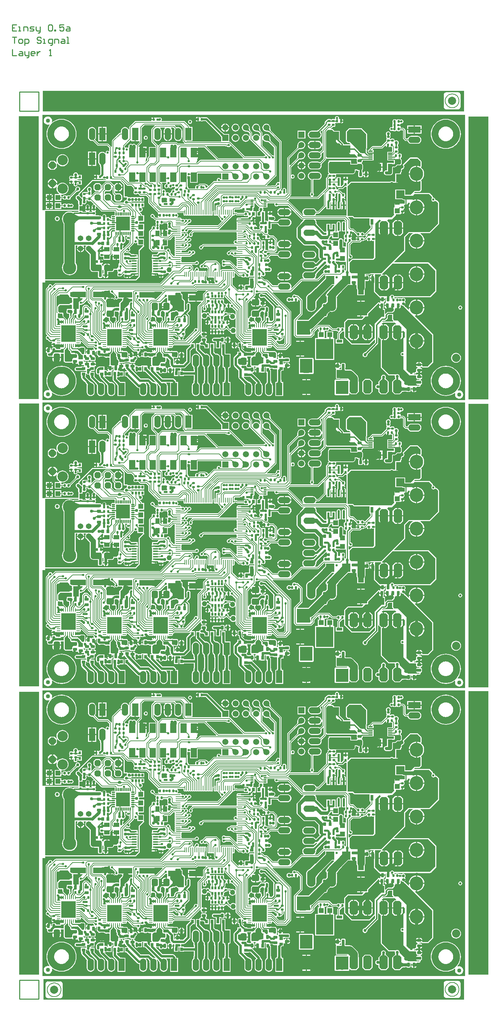
<source format=gtl>
G04 Layer_Physical_Order=1*
G04 Layer_Color=255*
%FSLAX24Y24*%
%MOIN*%
G70*
G01*
G75*
%ADD10C,0.0070*%
G04:AMPARAMS|DCode=11|XSize=78.7mil|YSize=78.7mil|CornerRadius=39.4mil|HoleSize=0mil|Usage=FLASHONLY|Rotation=90.000|XOffset=0mil|YOffset=0mil|HoleType=Round|Shape=RoundedRectangle|*
%AMROUNDEDRECTD11*
21,1,0.0787,0.0000,0,0,90.0*
21,1,0.0000,0.0787,0,0,90.0*
1,1,0.0787,0.0000,0.0000*
1,1,0.0787,0.0000,0.0000*
1,1,0.0787,0.0000,0.0000*
1,1,0.0787,0.0000,0.0000*
%
%ADD11ROUNDEDRECTD11*%
%ADD12C,0.0100*%
%ADD13C,0.0650*%
%ADD14C,0.0080*%
G04:AMPARAMS|DCode=15|XSize=22mil|YSize=24mil|CornerRadius=4.4mil|HoleSize=0mil|Usage=FLASHONLY|Rotation=180.000|XOffset=0mil|YOffset=0mil|HoleType=Round|Shape=RoundedRectangle|*
%AMROUNDEDRECTD15*
21,1,0.0220,0.0152,0,0,180.0*
21,1,0.0132,0.0240,0,0,180.0*
1,1,0.0088,-0.0066,0.0076*
1,1,0.0088,0.0066,0.0076*
1,1,0.0088,0.0066,-0.0076*
1,1,0.0088,-0.0066,-0.0076*
%
%ADD15ROUNDEDRECTD15*%
G04:AMPARAMS|DCode=16|XSize=23.6mil|YSize=24mil|CornerRadius=4.7mil|HoleSize=0mil|Usage=FLASHONLY|Rotation=90.000|XOffset=0mil|YOffset=0mil|HoleType=Round|Shape=RoundedRectangle|*
%AMROUNDEDRECTD16*
21,1,0.0236,0.0146,0,0,90.0*
21,1,0.0142,0.0240,0,0,90.0*
1,1,0.0094,0.0073,0.0071*
1,1,0.0094,0.0073,-0.0071*
1,1,0.0094,-0.0073,-0.0071*
1,1,0.0094,-0.0073,0.0071*
%
%ADD16ROUNDEDRECTD16*%
G04:AMPARAMS|DCode=17|XSize=105mil|YSize=105mil|CornerRadius=26.2mil|HoleSize=0mil|Usage=FLASHONLY|Rotation=180.000|XOffset=0mil|YOffset=0mil|HoleType=Round|Shape=RoundedRectangle|*
%AMROUNDEDRECTD17*
21,1,0.1050,0.0525,0,0,180.0*
21,1,0.0525,0.1050,0,0,180.0*
1,1,0.0525,-0.0262,0.0262*
1,1,0.0525,0.0262,0.0262*
1,1,0.0525,0.0262,-0.0262*
1,1,0.0525,-0.0262,-0.0262*
%
%ADD17ROUNDEDRECTD17*%
%ADD18R,0.0402X0.0117*%
G04:AMPARAMS|DCode=19|XSize=11mil|YSize=31.5mil|CornerRadius=4.4mil|HoleSize=0mil|Usage=FLASHONLY|Rotation=180.000|XOffset=0mil|YOffset=0mil|HoleType=Round|Shape=RoundedRectangle|*
%AMROUNDEDRECTD19*
21,1,0.0110,0.0227,0,0,180.0*
21,1,0.0022,0.0315,0,0,180.0*
1,1,0.0088,-0.0011,0.0113*
1,1,0.0088,0.0011,0.0113*
1,1,0.0088,0.0011,-0.0113*
1,1,0.0088,-0.0011,-0.0113*
%
%ADD19ROUNDEDRECTD19*%
G04:AMPARAMS|DCode=20|XSize=11mil|YSize=31.5mil|CornerRadius=4.4mil|HoleSize=0mil|Usage=FLASHONLY|Rotation=270.000|XOffset=0mil|YOffset=0mil|HoleType=Round|Shape=RoundedRectangle|*
%AMROUNDEDRECTD20*
21,1,0.0110,0.0227,0,0,270.0*
21,1,0.0022,0.0315,0,0,270.0*
1,1,0.0088,-0.0113,-0.0011*
1,1,0.0088,-0.0113,0.0011*
1,1,0.0088,0.0113,0.0011*
1,1,0.0088,0.0113,-0.0011*
%
%ADD20ROUNDEDRECTD20*%
%ADD21R,0.1370X0.1370*%
%ADD22R,0.0315X0.0117*%
%ADD23R,0.0264X0.0346*%
%ADD24R,0.0217X0.0197*%
%ADD25R,0.0197X0.0217*%
%ADD26O,0.0512X0.0098*%
%ADD27O,0.0098X0.0512*%
%ADD28R,0.0346X0.0264*%
G04:AMPARAMS|DCode=29|XSize=22mil|YSize=24mil|CornerRadius=4.4mil|HoleSize=0mil|Usage=FLASHONLY|Rotation=270.000|XOffset=0mil|YOffset=0mil|HoleType=Round|Shape=RoundedRectangle|*
%AMROUNDEDRECTD29*
21,1,0.0220,0.0152,0,0,270.0*
21,1,0.0132,0.0240,0,0,270.0*
1,1,0.0088,-0.0076,-0.0066*
1,1,0.0088,-0.0076,0.0066*
1,1,0.0088,0.0076,0.0066*
1,1,0.0088,0.0076,-0.0066*
%
%ADD29ROUNDEDRECTD29*%
%ADD30R,0.0280X0.0560*%
%ADD31R,0.1970X0.1700*%
%ADD32R,0.1700X0.1970*%
%ADD33R,0.0560X0.0280*%
G04:AMPARAMS|DCode=34|XSize=29.1mil|YSize=39.4mil|CornerRadius=5.8mil|HoleSize=0mil|Usage=FLASHONLY|Rotation=180.000|XOffset=0mil|YOffset=0mil|HoleType=Round|Shape=RoundedRectangle|*
%AMROUNDEDRECTD34*
21,1,0.0291,0.0277,0,0,180.0*
21,1,0.0175,0.0394,0,0,180.0*
1,1,0.0117,-0.0087,0.0139*
1,1,0.0117,0.0087,0.0139*
1,1,0.0117,0.0087,-0.0139*
1,1,0.0117,-0.0087,-0.0139*
%
%ADD34ROUNDEDRECTD34*%
G04:AMPARAMS|DCode=35|XSize=29.1mil|YSize=39.4mil|CornerRadius=5.8mil|HoleSize=0mil|Usage=FLASHONLY|Rotation=270.000|XOffset=0mil|YOffset=0mil|HoleType=Round|Shape=RoundedRectangle|*
%AMROUNDEDRECTD35*
21,1,0.0291,0.0277,0,0,270.0*
21,1,0.0175,0.0394,0,0,270.0*
1,1,0.0117,-0.0139,-0.0087*
1,1,0.0117,-0.0139,0.0087*
1,1,0.0117,0.0139,0.0087*
1,1,0.0117,0.0139,-0.0087*
%
%ADD35ROUNDEDRECTD35*%
%ADD36R,0.0551X0.1339*%
%ADD37R,0.1339X0.0551*%
G04:AMPARAMS|DCode=38|XSize=52mil|YSize=60mil|CornerRadius=13mil|HoleSize=0mil|Usage=FLASHONLY|Rotation=0.000|XOffset=0mil|YOffset=0mil|HoleType=Round|Shape=RoundedRectangle|*
%AMROUNDEDRECTD38*
21,1,0.0520,0.0340,0,0,0.0*
21,1,0.0260,0.0600,0,0,0.0*
1,1,0.0260,0.0130,-0.0170*
1,1,0.0260,-0.0130,-0.0170*
1,1,0.0260,-0.0130,0.0170*
1,1,0.0260,0.0130,0.0170*
%
%ADD38ROUNDEDRECTD38*%
G04:AMPARAMS|DCode=39|XSize=52mil|YSize=60mil|CornerRadius=13mil|HoleSize=0mil|Usage=FLASHONLY|Rotation=270.000|XOffset=0mil|YOffset=0mil|HoleType=Round|Shape=RoundedRectangle|*
%AMROUNDEDRECTD39*
21,1,0.0520,0.0340,0,0,270.0*
21,1,0.0260,0.0600,0,0,270.0*
1,1,0.0260,-0.0170,-0.0130*
1,1,0.0260,-0.0170,0.0130*
1,1,0.0260,0.0170,0.0130*
1,1,0.0260,0.0170,-0.0130*
%
%ADD39ROUNDEDRECTD39*%
%ADD40R,0.0433X0.0669*%
G04:AMPARAMS|DCode=41|XSize=63mil|YSize=71mil|CornerRadius=15.8mil|HoleSize=0mil|Usage=FLASHONLY|Rotation=180.000|XOffset=0mil|YOffset=0mil|HoleType=Round|Shape=RoundedRectangle|*
%AMROUNDEDRECTD41*
21,1,0.0630,0.0395,0,0,180.0*
21,1,0.0315,0.0710,0,0,180.0*
1,1,0.0315,-0.0158,0.0198*
1,1,0.0315,0.0158,0.0198*
1,1,0.0315,0.0158,-0.0198*
1,1,0.0315,-0.0158,-0.0198*
%
%ADD41ROUNDEDRECTD41*%
G04:AMPARAMS|DCode=42|XSize=63mil|YSize=71mil|CornerRadius=15.8mil|HoleSize=0mil|Usage=FLASHONLY|Rotation=90.000|XOffset=0mil|YOffset=0mil|HoleType=Round|Shape=RoundedRectangle|*
%AMROUNDEDRECTD42*
21,1,0.0630,0.0395,0,0,90.0*
21,1,0.0315,0.0710,0,0,90.0*
1,1,0.0315,0.0198,0.0158*
1,1,0.0315,0.0198,-0.0158*
1,1,0.0315,-0.0198,-0.0158*
1,1,0.0315,-0.0198,0.0158*
%
%ADD42ROUNDEDRECTD42*%
%ADD43R,0.0200X0.0260*%
%ADD44R,0.0354X0.1299*%
%ADD45R,0.0500X0.0150*%
G04:AMPARAMS|DCode=46|XSize=40mil|YSize=40mil|CornerRadius=20mil|HoleSize=0mil|Usage=FLASHONLY|Rotation=0.000|XOffset=0mil|YOffset=0mil|HoleType=Round|Shape=RoundedRectangle|*
%AMROUNDEDRECTD46*
21,1,0.0400,0.0000,0,0,0.0*
21,1,0.0000,0.0400,0,0,0.0*
1,1,0.0400,0.0000,0.0000*
1,1,0.0400,0.0000,0.0000*
1,1,0.0400,0.0000,0.0000*
1,1,0.0400,0.0000,0.0000*
%
%ADD46ROUNDEDRECTD46*%
%ADD47C,0.0600*%
%ADD48R,0.0240X0.0600*%
%ADD49R,0.0480X0.0480*%
%ADD50R,0.0543X0.0709*%
%ADD51R,0.0520X0.0420*%
%ADD52R,0.0236X0.0315*%
%ADD53R,0.0790X0.0790*%
%ADD54R,0.0200X0.0280*%
%ADD55R,0.0790X0.0790*%
%ADD56R,0.1260X0.0630*%
%ADD57R,0.0240X0.0240*%
%ADD58R,0.0480X0.0480*%
%ADD59R,0.0420X0.0520*%
%ADD60R,0.2008X0.0782*%
G04:AMPARAMS|DCode=61|XSize=50mil|YSize=50mil|CornerRadius=25mil|HoleSize=0mil|Usage=FLASHONLY|Rotation=270.000|XOffset=0mil|YOffset=0mil|HoleType=Round|Shape=RoundedRectangle|*
%AMROUNDEDRECTD61*
21,1,0.0500,0.0000,0,0,270.0*
21,1,0.0000,0.0500,0,0,270.0*
1,1,0.0500,0.0000,0.0000*
1,1,0.0500,0.0000,0.0000*
1,1,0.0500,0.0000,0.0000*
1,1,0.0500,0.0000,0.0000*
%
%ADD61ROUNDEDRECTD61*%
%ADD62R,0.0591X0.0917*%
%ADD63R,0.0709X0.0543*%
%ADD64R,0.1417X0.1614*%
%ADD65O,0.0098X0.0335*%
%ADD66O,0.0335X0.0098*%
%ADD67C,0.0060*%
%ADD68C,0.0220*%
%ADD69C,0.0200*%
%ADD70C,0.0750*%
%ADD71C,0.0300*%
%ADD72C,0.0360*%
%ADD73C,0.0320*%
%ADD74C,0.0400*%
%ADD75C,0.0270*%
%ADD76C,0.0340*%
%ADD77C,0.0250*%
%ADD78C,0.0240*%
%ADD79C,0.0120*%
%ADD80C,0.0150*%
%ADD81C,0.0110*%
%ADD82C,0.0115*%
%ADD83C,0.0095*%
%ADD84C,0.0450*%
%ADD85C,0.0350*%
%ADD86C,0.1000*%
%ADD87C,0.0280*%
%ADD88C,0.0160*%
%ADD89C,0.0500*%
%ADD90C,0.0700*%
%ADD91C,0.0090*%
%ADD92C,0.0230*%
%ADD93C,0.0180*%
%ADD94C,0.0140*%
%ADD95R,0.1320X0.1255*%
%ADD96R,0.1380X0.1160*%
%ADD97R,0.1230X0.1310*%
%ADD98R,0.1220X0.1330*%
%ADD99R,0.1230X0.1350*%
%ADD100R,0.1220X0.1340*%
%ADD101R,0.1280X0.1320*%
%ADD102R,0.1860X0.0783*%
%ADD103O,0.1300X0.1360*%
%ADD104R,0.0591X0.0591*%
%ADD105O,0.1181X0.0591*%
%ADD106C,0.0591*%
%ADD107O,0.0600X0.1200*%
%ADD108R,0.0600X0.1200*%
%ADD109R,0.0591X0.0591*%
%ADD110O,0.1200X0.0600*%
%ADD111O,0.0825X0.1650*%
%ADD112P,0.0671X8X22.5*%
%ADD113C,0.1305*%
%ADD114C,0.0540*%
%ADD115C,0.1000*%
%ADD116P,0.0758X8X292.5*%
%ADD117C,0.0800*%
G04:AMPARAMS|DCode=118|XSize=133mil|YSize=83mil|CornerRadius=0mil|HoleSize=0mil|Usage=FLASHONLY|Rotation=270.000|XOffset=0mil|YOffset=0mil|HoleType=Round|Shape=Octagon|*
%AMOCTAGOND118*
4,1,8,-0.0208,-0.0665,0.0208,-0.0665,0.0415,-0.0457,0.0415,0.0457,0.0208,0.0665,-0.0208,0.0665,-0.0415,0.0457,-0.0415,-0.0457,-0.0208,-0.0665,0.0*
%
%ADD118OCTAGOND118*%

%ADD119R,0.1200X0.0600*%
%ADD120C,0.0300*%
%ADD121C,0.0220*%
%ADD122C,0.0290*%
%ADD123C,0.0320*%
G36*
X43681Y86683D02*
X2697D01*
Y88681D01*
X43681D01*
Y86683D01*
D02*
G37*
G36*
X31399Y85967D02*
X31394Y85961D01*
X31390Y85954D01*
X31387Y85946D01*
X31384Y85938D01*
X31381Y85929D01*
X31379Y85920D01*
X31378Y85909D01*
X31377Y85899D01*
X31377Y85887D01*
X31277D01*
X31277Y85899D01*
X31274Y85920D01*
X31273Y85929D01*
X31270Y85938D01*
X31267Y85946D01*
X31264Y85954D01*
X31260Y85961D01*
X31255Y85967D01*
X31250Y85973D01*
X31404D01*
X31399Y85967D01*
D02*
G37*
G36*
X43779Y58623D02*
X2639D01*
Y70076D01*
X2923D01*
Y70262D01*
X11712D01*
X11751Y70269D01*
X11784Y70292D01*
X12100Y70607D01*
X12122Y70640D01*
X12130Y70679D01*
Y73176D01*
X12517Y73564D01*
X12539Y73597D01*
X12547Y73636D01*
X12539Y73675D01*
X12535Y73686D01*
Y74326D01*
X12053D01*
X12046Y74333D01*
X12044Y74339D01*
X12043Y74350D01*
X12039Y74357D01*
X12036Y74365D01*
X12028Y74374D01*
X12025Y74380D01*
X12026Y74385D01*
X12027Y74404D01*
X12029Y74422D01*
X12028Y74424D01*
X12028Y74425D01*
X12022Y74442D01*
X12016Y74460D01*
X12015Y74461D01*
X12015Y74462D01*
X12010Y74468D01*
X12010Y74469D01*
X12051Y74519D01*
X12535D01*
Y75136D01*
X12544D01*
Y75776D01*
X12080D01*
X12043Y75826D01*
X12055Y75886D01*
X12046Y75931D01*
X12078Y75969D01*
X12544D01*
Y76609D01*
X12376D01*
X12337Y76634D01*
X12328Y76677D01*
X12304Y76713D01*
X12144Y76873D01*
X12168Y76919D01*
X12174Y76918D01*
X12264Y76936D01*
X12340Y76987D01*
X12391Y77063D01*
X12408Y77153D01*
X12391Y77242D01*
X12340Y77319D01*
X12302Y77344D01*
X12317Y77394D01*
X12552D01*
Y77814D01*
X11368D01*
X11299Y77884D01*
X11318Y77930D01*
X12552D01*
Y78350D01*
X11240D01*
X11240Y78350D01*
X11190Y78335D01*
X11180Y78337D01*
X11179Y78337D01*
X11179Y78337D01*
X11178Y78337D01*
X11163Y78347D01*
X11073Y78364D01*
X10983Y78347D01*
X10963Y78352D01*
X10954Y78369D01*
X10944Y78381D01*
X10936Y78393D01*
X10932Y78396D01*
X10928Y78400D01*
X10915Y78407D01*
X10903Y78415D01*
X10898Y78416D01*
X10893Y78419D01*
X10879Y78420D01*
X10864Y78423D01*
X10648D01*
X10639Y79602D01*
X10635Y79621D01*
X10631Y79640D01*
X10631Y79640D01*
X10631Y79641D01*
X10620Y79657D01*
X10609Y79673D01*
X10315Y79967D01*
X10334Y80018D01*
X10368Y80022D01*
X10888Y79502D01*
X10888Y79502D01*
X10924Y79477D01*
X10967Y79469D01*
X11315D01*
X11527Y79257D01*
Y79148D01*
X11537Y79099D01*
X11564Y79058D01*
X11570Y79054D01*
Y78994D01*
X11564Y78990D01*
X11537Y78949D01*
X11527Y78901D01*
Y78769D01*
X11537Y78720D01*
X11564Y78679D01*
X11605Y78652D01*
X11653Y78642D01*
X11805D01*
X11854Y78652D01*
X11895Y78679D01*
X11899Y78686D01*
X11959D01*
X11964Y78678D01*
X12005Y78651D01*
X12022Y78647D01*
X12026Y78631D01*
X12050Y78594D01*
X12110Y78534D01*
X12110Y78534D01*
X12146Y78510D01*
X12189Y78501D01*
X12189Y78501D01*
X12743D01*
X12967Y78277D01*
Y77814D01*
X12967Y77814D01*
X12976Y77771D01*
X13000Y77734D01*
X13880Y76854D01*
X13896Y76844D01*
X13903Y76808D01*
X13903Y76787D01*
X13902Y76784D01*
X13875Y76743D01*
X13864Y76687D01*
Y76661D01*
X14077D01*
Y76561D01*
X13864D01*
Y76535D01*
X13875Y76479D01*
X13907Y76431D01*
X13946Y76405D01*
X13940Y76362D01*
X13937Y76355D01*
X13696D01*
X13601Y76451D01*
X13598Y76468D01*
X13597Y76470D01*
X13596Y76472D01*
X13587Y76487D01*
X13578Y76502D01*
X13575Y76505D01*
X13575Y76505D01*
X13574Y76507D01*
X13573Y76509D01*
X13573Y76513D01*
X13572Y76518D01*
X13571Y76524D01*
X13571Y76534D01*
X13567Y76553D01*
X13564Y76572D01*
X13563Y76572D01*
X13563Y76573D01*
X13552Y76589D01*
X13541Y76605D01*
X13541Y76605D01*
X13540Y76606D01*
X13539Y76607D01*
X13538Y76608D01*
X13496Y76671D01*
X13434Y76713D01*
X13359Y76727D01*
X13285Y76713D01*
X13222Y76671D01*
X13180Y76608D01*
X13166Y76534D01*
X13180Y76459D01*
X13222Y76397D01*
X13285Y76355D01*
X13286Y76354D01*
X13287Y76353D01*
X13288Y76352D01*
X13288Y76352D01*
X13304Y76341D01*
X13320Y76330D01*
X13321Y76330D01*
X13321Y76329D01*
X13340Y76326D01*
X13359Y76322D01*
X13369Y76322D01*
X13375Y76321D01*
X13380Y76320D01*
X13384Y76320D01*
X13386Y76319D01*
X13388Y76318D01*
X13388Y76318D01*
X13391Y76315D01*
X13406Y76306D01*
X13421Y76297D01*
X13423Y76296D01*
X13425Y76295D01*
X13442Y76292D01*
X13570Y76164D01*
X13570Y76164D01*
X13607Y76140D01*
X13650Y76131D01*
X13670D01*
X13672Y76129D01*
X13692Y76081D01*
X13675Y76055D01*
X13665Y76007D01*
Y75855D01*
X13675Y75807D01*
X13697Y75774D01*
X13687Y75759D01*
X13686Y75758D01*
X13686Y75757D01*
X13683Y75739D01*
X13679Y75720D01*
X13680Y75719D01*
X13679Y75718D01*
X13680Y75716D01*
X13666Y75644D01*
X13679Y75574D01*
X13679Y75571D01*
X13679Y75570D01*
X13679Y75569D01*
X13681Y75557D01*
X13676Y75544D01*
X13674Y75541D01*
X13635Y75512D01*
X13594Y75539D01*
X13546Y75549D01*
X13414D01*
X13365Y75539D01*
X13324Y75512D01*
X13297Y75471D01*
X13287Y75422D01*
Y75312D01*
X13060Y75085D01*
X13036Y75049D01*
X13027Y75006D01*
X13027Y75006D01*
Y73384D01*
X13027Y73384D01*
X13036Y73341D01*
X13060Y73304D01*
X13310Y73054D01*
X13310Y73054D01*
X13346Y73030D01*
X13389Y73021D01*
X13916D01*
X13931Y72990D01*
X13933Y72971D01*
X13888Y72926D01*
X13773Y72811D01*
X13318D01*
Y72582D01*
X13298D01*
Y72456D01*
X13648D01*
Y72357D01*
X13298D01*
Y72231D01*
X13318D01*
Y71807D01*
X13318D01*
Y71497D01*
X13318D01*
Y71076D01*
X13298D01*
Y70951D01*
X13648D01*
Y70901D01*
X13698D01*
Y70726D01*
X13990D01*
Y70672D01*
X14001Y70615D01*
X14033Y70568D01*
X14080Y70536D01*
X14137Y70525D01*
X14163D01*
Y70738D01*
X14213D01*
Y70788D01*
X14435D01*
Y70804D01*
X14426Y70852D01*
X14428Y70857D01*
X14445Y70876D01*
X14463Y70891D01*
X14537Y70877D01*
X14627Y70894D01*
X14703Y70945D01*
X14736Y70995D01*
X14798Y71010D01*
X14820Y70993D01*
X14901Y70960D01*
X14958Y70952D01*
X14976Y70899D01*
X14080Y70003D01*
X3945D01*
X3945Y70003D01*
X3902Y69995D01*
X3865Y69970D01*
X3637Y69742D01*
X3589Y69757D01*
X3586Y69775D01*
X3544Y69838D01*
X3481Y69880D01*
X3407Y69895D01*
X3333Y69880D01*
X3270Y69838D01*
X3228Y69775D01*
X3228Y69774D01*
X3226Y69773D01*
X3225Y69773D01*
X3225Y69772D01*
X3214Y69756D01*
X3203Y69741D01*
X3203Y69740D01*
X3203Y69739D01*
X3199Y69720D01*
X3195Y69702D01*
X3195Y69692D01*
X3194Y69686D01*
X3194Y69681D01*
X3193Y69677D01*
X3192Y69674D01*
X3192Y69673D01*
X3191Y69672D01*
X3189Y69669D01*
X3180Y69654D01*
X3170Y69640D01*
X3169Y69637D01*
X3168Y69635D01*
X3166Y69619D01*
X3018Y69470D01*
X2993Y69434D01*
X2985Y69391D01*
X2985Y69391D01*
Y65121D01*
X2985Y65121D01*
X2993Y65078D01*
X3018Y65042D01*
X3131Y64929D01*
X3114Y64874D01*
X3093Y64870D01*
X3030Y64828D01*
X2988Y64765D01*
X2973Y64691D01*
X2988Y64617D01*
X3030Y64554D01*
X3093Y64512D01*
X3093Y64512D01*
X3095Y64511D01*
X3096Y64509D01*
X3110Y64499D01*
X3125Y64489D01*
X3127Y64488D01*
X3129Y64487D01*
X3146Y64483D01*
X3159Y64480D01*
X3160Y64480D01*
X3161Y64480D01*
X3161Y64480D01*
X3162Y64479D01*
X3172Y64471D01*
X3177Y64466D01*
X3193Y64456D01*
X3208Y64446D01*
X3210Y64445D01*
X3211Y64445D01*
X3229Y64441D01*
X3333Y64337D01*
X3337Y64335D01*
X3376Y64309D01*
X3427Y64299D01*
X3427Y64299D01*
X3576D01*
X3591Y64276D01*
Y64234D01*
X3577Y64224D01*
X3545Y64176D01*
X3534Y64120D01*
Y64104D01*
X3757D01*
Y64054D01*
X3807D01*
Y63841D01*
X3833D01*
X3889Y63852D01*
X3937Y63884D01*
X3968Y63932D01*
X3980Y63988D01*
Y64060D01*
D01*
X4030Y64086D01*
D01*
D01*
X4048Y64074D01*
X4098Y64064D01*
X4284D01*
X4310Y64056D01*
X4363Y64059D01*
X4380Y63980D01*
X4484D01*
Y63880D01*
X4365D01*
X4332Y63826D01*
Y63812D01*
X4344Y63754D01*
X4377Y63704D01*
X4382Y63641D01*
X4347Y63605D01*
X3993D01*
Y63610D01*
X3982Y63664D01*
X3952Y63709D01*
X3906Y63740D01*
X3852Y63751D01*
X3677D01*
X3623Y63740D01*
X3577Y63709D01*
X3547Y63664D01*
X3536Y63610D01*
Y63496D01*
X3528Y63490D01*
X3478Y63517D01*
Y63610D01*
X3466Y63671D01*
X3431Y63724D01*
X3378Y63759D01*
X3317Y63771D01*
X3279D01*
Y63471D01*
X3229D01*
Y63421D01*
X2980D01*
Y63333D01*
X2993Y63271D01*
X3028Y63218D01*
X3080Y63183D01*
X3093Y63181D01*
X3109Y63142D01*
X3108Y63127D01*
X3093Y63051D01*
X3108Y62973D01*
X3153Y62907D01*
X3219Y62863D01*
X3297Y62847D01*
X3517D01*
X3570Y62858D01*
X3594Y62841D01*
X4037D01*
X4454D01*
Y62989D01*
X4445Y63056D01*
X4439Y63070D01*
X4428Y63098D01*
D01*
D01*
X4461Y63142D01*
X4477Y63139D01*
X4705D01*
Y62461D01*
X4713Y62422D01*
X4735Y62389D01*
X4845Y62279D01*
X4878Y62257D01*
X4917Y62249D01*
X5457D01*
X5488Y62255D01*
X5539Y62254D01*
X5574Y62202D01*
X5627Y62167D01*
X5688Y62155D01*
X5777D01*
Y62403D01*
X5877D01*
Y62155D01*
X5965D01*
X6027Y62167D01*
X6047Y62180D01*
X6058Y62179D01*
X6101Y62156D01*
X6109Y62114D01*
X6144Y62062D01*
X6197Y62027D01*
X6258Y62015D01*
X6347D01*
Y62263D01*
X6447D01*
Y62015D01*
X6535D01*
X6597Y62027D01*
X6597D01*
X6622Y62043D01*
X6634Y62042D01*
X6676Y62019D01*
X6684Y61977D01*
X6704Y61947D01*
X6677Y61897D01*
X6386D01*
Y61858D01*
X5982D01*
X5904Y61842D01*
X5837Y61798D01*
X5793Y61732D01*
X5778Y61654D01*
X5793Y61576D01*
X5837Y61509D01*
X5904Y61465D01*
X5982Y61450D01*
X6608D01*
X6686Y61465D01*
X6698Y61474D01*
X6893D01*
X6906Y61429D01*
Y61418D01*
X6893Y61374D01*
X6856Y61374D01*
X6386D01*
Y60950D01*
X6435D01*
Y60814D01*
X6451Y60736D01*
X6495Y60669D01*
X6832Y60333D01*
X6833Y60329D01*
X6836Y60316D01*
X6839Y60310D01*
X6841Y60304D01*
X6849Y60294D01*
X6857Y60282D01*
X6897Y60240D01*
X6929Y60204D01*
X6953Y60172D01*
X6970Y60147D01*
X6975Y60137D01*
X6969Y60132D01*
X6966Y60126D01*
X6961Y60121D01*
X6956Y60109D01*
X6950Y60097D01*
X6949Y60090D01*
X6947Y60084D01*
X6947Y60071D01*
X6946Y60057D01*
X6948Y60051D01*
X6948Y60044D01*
X6954Y60032D01*
X6957Y60019D01*
X6958Y60018D01*
X6956Y60004D01*
Y59404D01*
X6969Y59304D01*
X7007Y59212D01*
X7068Y59133D01*
X7148Y59072D01*
X7240Y59033D01*
X7339Y59020D01*
X7439Y59033D01*
X7531Y59072D01*
X7610Y59133D01*
X7671Y59212D01*
X7710Y59304D01*
X7723Y59404D01*
Y60004D01*
X7710Y60103D01*
X7671Y60195D01*
X7610Y60275D01*
X7546Y60324D01*
X7545Y60327D01*
X7545Y60327D01*
X7544Y60329D01*
X7533Y60343D01*
X7521Y60358D01*
X7520Y60359D01*
X7519Y60359D01*
X7503Y60368D01*
X7487Y60378D01*
X7457Y60388D01*
X7431Y60398D01*
X7404Y60410D01*
X7379Y60423D01*
X7325Y60458D01*
X7301Y60475D01*
X7248Y60520D01*
X7222Y60545D01*
X7218Y60548D01*
X7215Y60551D01*
X7201Y60558D01*
X7188Y60567D01*
X7184Y60567D01*
X7180Y60569D01*
X7171Y60570D01*
X6843Y60898D01*
Y60950D01*
X6893D01*
Y61171D01*
X6943Y61186D01*
X6962Y61157D01*
X7025Y61115D01*
X7099Y61100D01*
X7166Y61113D01*
X7213Y61094D01*
X7216Y61092D01*
Y60950D01*
X7276D01*
Y60874D01*
X7290Y60799D01*
X7332Y60737D01*
X7811Y60258D01*
X7814Y60241D01*
X7814Y60241D01*
X7815Y60240D01*
X7825Y60224D01*
X7835Y60208D01*
X7873Y60169D01*
X7902Y60135D01*
X7926Y60105D01*
X7943Y60080D01*
X7953Y60060D01*
X7957Y60050D01*
X7953Y60043D01*
X7946Y60032D01*
X7945Y60025D01*
X7942Y60018D01*
X7941Y60006D01*
X7938Y59993D01*
X7940Y59986D01*
X7939Y59979D01*
X7944Y59967D01*
X7946Y59954D01*
X7950Y59948D01*
X7952Y59941D01*
X7956Y59937D01*
Y59404D01*
X7969Y59304D01*
X8007Y59212D01*
X8068Y59133D01*
X8148Y59072D01*
X8240Y59033D01*
X8339Y59020D01*
X8439Y59033D01*
X8531Y59072D01*
X8610Y59133D01*
X8671Y59212D01*
X8710Y59304D01*
X8723Y59404D01*
Y60004D01*
X8710Y60103D01*
X8671Y60195D01*
X8610Y60275D01*
X8531Y60336D01*
X8439Y60374D01*
X8419Y60376D01*
X8413Y60380D01*
X8404Y60389D01*
X8397Y60391D01*
X8391Y60396D01*
X8378Y60398D01*
X8366Y60402D01*
X8359Y60402D01*
X8352Y60403D01*
X8339Y60401D01*
X8326Y60400D01*
X8320Y60397D01*
X8313Y60396D01*
X8302Y60389D01*
X8294Y60385D01*
X8283Y60389D01*
X8263Y60400D01*
X8239Y60416D01*
X8173Y60471D01*
X8135Y60508D01*
X8119Y60518D01*
X8103Y60528D01*
X8102Y60529D01*
X8102Y60529D01*
X8085Y60532D01*
X7706Y60911D01*
X7723Y60950D01*
X7723D01*
Y61374D01*
X7392D01*
X7379Y61395D01*
X7373Y61424D01*
X7423Y61474D01*
X7723D01*
Y61881D01*
X7752Y61887D01*
X7805Y61922D01*
X7840Y61974D01*
X7852Y62036D01*
Y62073D01*
X7552D01*
Y62123D01*
X7502D01*
Y62372D01*
X7413D01*
X7352Y62360D01*
X7299Y62325D01*
X7293Y62315D01*
X7233D01*
X7225Y62327D01*
X7172Y62362D01*
X7110Y62374D01*
X7022D01*
Y62126D01*
X6922D01*
Y62374D01*
X6833D01*
X6772Y62362D01*
X6747Y62346D01*
X6734Y62347D01*
X6693Y62370D01*
X6685Y62413D01*
X6661Y62448D01*
X6676Y62503D01*
X6704Y62511D01*
X6713Y62505D01*
X6734Y62474D01*
X6779Y62443D01*
X6833Y62433D01*
X7110D01*
X7164Y62443D01*
X7210Y62474D01*
X7234Y62509D01*
X7258Y62513D01*
X7271Y62513D01*
X7289Y62509D01*
X7314Y62472D01*
X7359Y62441D01*
X7413Y62430D01*
X7690D01*
X7744Y62441D01*
X7790Y62472D01*
X7821Y62517D01*
X7831Y62571D01*
Y62746D01*
X7821Y62800D01*
X7790Y62846D01*
X7754Y62870D01*
X7755Y62872D01*
X7756Y62911D01*
X7760Y62922D01*
X7781Y62926D01*
X7833Y62961D01*
X7868Y63013D01*
X7880Y63075D01*
Y63164D01*
X7632D01*
Y63264D01*
X7880D01*
Y63352D01*
X7870Y63402D01*
D01*
X7905Y63442D01*
X7916Y63444D01*
X7945Y63412D01*
D01*
D01*
X7949Y63405D01*
X7944Y63379D01*
X7939Y63352D01*
Y63075D01*
X7949Y63021D01*
X7980Y62975D01*
X8019Y62950D01*
X8020Y62947D01*
X8060Y62907D01*
X8060Y62907D01*
X8074Y62898D01*
X8083Y62832D01*
X8067Y62811D01*
X8673D01*
X8698Y62785D01*
X8705Y62781D01*
D01*
X8707Y62780D01*
X8714Y62773D01*
X8720Y62768D01*
X8730Y62764D01*
X8738Y62759D01*
X8748Y62757D01*
X8757Y62753D01*
X8767D01*
X8777Y62751D01*
X8827D01*
X8870Y62708D01*
X8908Y62751D01*
X9139D01*
X9174Y62701D01*
X9170Y62681D01*
Y62286D01*
X9179Y62240D01*
Y62101D01*
X9185Y62071D01*
X9167Y62038D01*
X9154Y62021D01*
X9152D01*
X9090Y62009D01*
X9038Y61974D01*
X9003Y61921D01*
X8990Y61860D01*
Y61771D01*
X9488D01*
Y61852D01*
X9499Y61860D01*
X9499D01*
X9546Y61814D01*
Y61583D01*
X9557Y61529D01*
X9585Y61487D01*
X9580Y61467D01*
X9566Y61437D01*
X9489D01*
Y60930D01*
X9497D01*
Y60622D01*
X9513Y60544D01*
X9557Y60478D01*
X9772Y60262D01*
X9773Y60259D01*
X9775Y60247D01*
X9779Y60240D01*
X9782Y60233D01*
X9790Y60223D01*
X9796Y60213D01*
X9880Y60122D01*
X9910Y60086D01*
X9932Y60053D01*
X9947Y60027D01*
X9955Y60008D01*
X9957Y60000D01*
X9956Y59998D01*
X9952Y59987D01*
X9945Y59976D01*
X9944Y59969D01*
X9941Y59961D01*
X9942Y59949D01*
X9940Y59937D01*
X9942Y59929D01*
X9942Y59922D01*
X9947Y59910D01*
X9950Y59899D01*
X9955Y59892D01*
X9958Y59885D01*
X9959Y59884D01*
Y59024D01*
X10719D01*
Y60384D01*
X10417D01*
X10408Y60391D01*
X10401Y60393D01*
X10393Y60398D01*
X10382Y60399D01*
X10370Y60403D01*
X10362Y60402D01*
X10354Y60403D01*
X10343Y60400D01*
X10331Y60399D01*
X10324Y60395D01*
X10315Y60393D01*
X10306Y60386D01*
X10302Y60384D01*
X10298D01*
X10281Y60391D01*
X10255Y60406D01*
X10223Y60428D01*
X10139Y60499D01*
X10091Y60545D01*
X10087Y60548D01*
X10084Y60552D01*
X10070Y60559D01*
X10058Y60567D01*
X10053Y60568D01*
X10048Y60570D01*
X10041Y60571D01*
X9905Y60706D01*
Y60845D01*
X9949Y60869D01*
X9955Y60865D01*
X10029Y60850D01*
X10034Y60851D01*
X10039Y60850D01*
X10117Y60865D01*
X10184Y60909D01*
X10195Y60920D01*
X10549D01*
Y61427D01*
X10198D01*
X10184Y61448D01*
X10117Y61492D01*
X10039Y61508D01*
X10033Y61506D01*
X9996Y61550D01*
X10003Y61583D01*
Y61735D01*
X10053Y61750D01*
X10077Y61714D01*
X10129Y61679D01*
X10191Y61667D01*
X10279D01*
Y61916D01*
Y62165D01*
X10191D01*
X10159Y62197D01*
X10174Y62210D01*
X10200Y62223D01*
X10468D01*
X10522Y62234D01*
X10542Y62247D01*
X10561D01*
X10639Y62263D01*
X10688Y62296D01*
X10854D01*
X10893Y62304D01*
X11123D01*
X11162Y62278D01*
X11171Y62264D01*
X11217Y62234D01*
X11271Y62223D01*
X11548D01*
X11602Y62234D01*
X11648Y62264D01*
X11678Y62310D01*
X11689Y62364D01*
Y62435D01*
X11824Y62569D01*
X11868Y62636D01*
X11883Y62714D01*
X11868Y62792D01*
X11824Y62858D01*
X11757Y62902D01*
X11679Y62918D01*
X11601Y62902D01*
X11573Y62883D01*
X11523Y62910D01*
Y62941D01*
X11275D01*
X11026D01*
Y62853D01*
X11038Y62791D01*
X11047Y62777D01*
X11020Y62727D01*
X10969D01*
X10943Y62777D01*
X10957Y62799D01*
X10968Y62853D01*
Y62896D01*
X10971Y62911D01*
Y63201D01*
X10956Y63275D01*
X10914Y63338D01*
X10851Y63380D01*
X10777Y63395D01*
X10516D01*
X10484Y63433D01*
X10488Y63452D01*
Y63520D01*
X10336D01*
Y63620D01*
X10488D01*
Y63657D01*
D01*
X10488Y63688D01*
D01*
X10536Y63704D01*
X10722D01*
X10772Y63714D01*
X10815Y63743D01*
X10843Y63785D01*
X10853Y63836D01*
X10847Y63871D01*
X10852Y63880D01*
X10868Y63892D01*
X10894Y63908D01*
X10912Y63905D01*
X10929Y63901D01*
X10937Y63900D01*
X10941Y63900D01*
X10944Y63899D01*
X10947Y63899D01*
X10949Y63898D01*
X10952Y63897D01*
X10954Y63895D01*
X10957Y63893D01*
X10960Y63891D01*
X10966Y63886D01*
X10968Y63884D01*
X10970Y63882D01*
X10985Y63874D01*
X11000Y63865D01*
X11003Y63864D01*
X11005Y63863D01*
X11018Y63862D01*
X11468Y63412D01*
X11468Y63412D01*
X11504Y63387D01*
X11547Y63379D01*
X11547Y63379D01*
X11748D01*
X11761Y63369D01*
X11764Y63368D01*
X11766Y63367D01*
X11783Y63364D01*
X11800Y63359D01*
X11804Y63359D01*
X11805Y63359D01*
X11806Y63358D01*
X11808Y63357D01*
X11812Y63355D01*
X11816Y63352D01*
X11820Y63348D01*
X11827Y63341D01*
X11843Y63330D01*
X11859Y63320D01*
X11860Y63320D01*
X11861Y63319D01*
X11873Y63317D01*
X11892Y63291D01*
X11894Y63288D01*
X11901Y63275D01*
X11901Y63264D01*
X11890Y63210D01*
Y63121D01*
X12139D01*
X12388D01*
Y63210D01*
X12376Y63271D01*
X12341Y63324D01*
X12288Y63359D01*
X12227Y63371D01*
X12178D01*
X12158Y63409D01*
X12157Y63421D01*
X12171Y63491D01*
X12156Y63565D01*
X12147Y63578D01*
X12167Y63606D01*
X12181Y63617D01*
X12192Y63615D01*
X12208Y63610D01*
X12211Y63610D01*
X12214Y63609D01*
X12219Y63609D01*
X12220Y63609D01*
X12222Y63609D01*
X12234Y63605D01*
X12237Y63604D01*
X12264Y63591D01*
X12273Y63586D01*
X12292Y63580D01*
X12310Y63574D01*
X12311Y63574D01*
X12311Y63574D01*
X12331Y63576D01*
X12350Y63577D01*
X12350Y63578D01*
X12351Y63578D01*
X12357Y63581D01*
X12377Y63577D01*
X12451Y63592D01*
X12514Y63634D01*
X12575Y63636D01*
X12595Y63622D01*
X12651Y63611D01*
X12677D01*
Y63824D01*
X12777D01*
Y63611D01*
X12803D01*
X12859Y63622D01*
X12907Y63654D01*
X12938Y63702D01*
X12941Y63713D01*
X12947Y63717D01*
X12995Y63732D01*
X13022Y63714D01*
X13072Y63704D01*
X13258D01*
X13306Y63688D01*
X13306Y63657D01*
Y63620D01*
X13458D01*
Y63520D01*
X13306D01*
Y63452D01*
X13317Y63394D01*
X13346Y63351D01*
X13339Y63324D01*
X13326Y63301D01*
X13276D01*
X13266Y63299D01*
X13256D01*
X13247Y63295D01*
X13237Y63293D01*
X13229Y63287D01*
X13219Y63284D01*
X13211Y63278D01*
X13177Y63271D01*
X13142Y63278D01*
X13134Y63284D01*
X13125Y63287D01*
X13117Y63293D01*
X13107Y63295D01*
X13098Y63299D01*
X13088D01*
X13078Y63301D01*
X12867D01*
X12862Y63309D01*
X12816Y63340D01*
X12762Y63351D01*
X12587D01*
X12533Y63340D01*
X12487Y63309D01*
X12457Y63264D01*
X12446Y63210D01*
Y62933D01*
X12419Y62901D01*
X12388Y62932D01*
X12388Y62933D01*
Y63021D01*
X12139D01*
X11890D01*
Y62933D01*
X11903Y62871D01*
X11938Y62818D01*
X11990Y62783D01*
X12052Y62771D01*
X12077D01*
X12137Y62831D01*
X12490D01*
X12533Y62802D01*
X12587Y62792D01*
X12762D01*
X12816Y62802D01*
X12859Y62831D01*
X12967D01*
X12974Y62824D01*
D01*
X12999Y62799D01*
X13032Y62777D01*
X13071Y62769D01*
X13209D01*
X13221Y62755D01*
X13240Y62719D01*
X13235Y62691D01*
Y62068D01*
X13243Y62029D01*
X13265Y61996D01*
X13294Y61967D01*
X13280Y61917D01*
X13116D01*
Y61573D01*
X13069Y61554D01*
X12883Y61740D01*
Y61917D01*
X12846D01*
X12836Y61967D01*
X12847Y61971D01*
X12860Y61981D01*
X12259D01*
X12272Y61971D01*
X12283Y61967D01*
X12273Y61917D01*
X11966D01*
X11956Y61931D01*
X11911Y61961D01*
X11894Y61973D01*
X11819Y61987D01*
X11812Y61986D01*
X11759Y61975D01*
X11719Y61998D01*
X11708Y62008D01*
X11698Y62061D01*
X11697D01*
Y62065D01*
X11662Y62117D01*
X11610Y62152D01*
X11548Y62165D01*
X11459D01*
Y61916D01*
Y61667D01*
X11548D01*
X11576Y61673D01*
X11582Y61671D01*
X11626Y61635D01*
Y61534D01*
X11640Y61459D01*
X11682Y61397D01*
X11745Y61355D01*
X11819Y61340D01*
X11894Y61355D01*
X11956Y61397D01*
X11966Y61410D01*
X12359D01*
Y61892D01*
X12401Y61936D01*
X12402Y61936D01*
X12417D01*
X12459Y61917D01*
Y61410D01*
X12636D01*
X13640Y60406D01*
X13619Y60357D01*
X13591Y60363D01*
X13590Y60365D01*
X13580Y60373D01*
X13571Y60382D01*
X13564Y60385D01*
X13558Y60389D01*
X13546Y60392D01*
X13534Y60397D01*
X13527Y60397D01*
X13519Y60399D01*
X13507Y60397D01*
X13494Y60397D01*
X13487Y60394D01*
X13480Y60393D01*
X13469Y60387D01*
X13467Y60386D01*
X13457Y60387D01*
X13442Y60385D01*
X13432Y60389D01*
X13408Y60403D01*
X13378Y60422D01*
X13302Y60487D01*
X13258Y60529D01*
X13244Y60538D01*
X13230Y60548D01*
X13227Y60549D01*
X13225Y60550D01*
X13208Y60553D01*
X13094Y60668D01*
X13027Y60712D01*
X12949Y60728D01*
X12204D01*
X11314Y61617D01*
X11335Y61667D01*
X11359D01*
Y61916D01*
Y62165D01*
X11271D01*
X11209Y62152D01*
X11173Y62128D01*
X11123Y62150D01*
Y62204D01*
X10616D01*
Y62150D01*
X10566Y62128D01*
X10530Y62152D01*
X10468Y62165D01*
X10379D01*
Y61916D01*
Y61667D01*
X10468D01*
X10530Y61679D01*
X10582Y61714D01*
X10617Y61767D01*
X10618Y61767D01*
X10667Y61764D01*
X10681Y61696D01*
X10725Y61629D01*
X10882Y61473D01*
X10862Y61427D01*
X10649D01*
Y60920D01*
X10826D01*
X11887Y59859D01*
X11953Y59815D01*
X11957Y59814D01*
X11959Y59812D01*
X11959Y59812D01*
X11959Y59812D01*
X11975Y59801D01*
X11992Y59790D01*
X11992Y59790D01*
X11992Y59789D01*
X12011Y59786D01*
X12031Y59782D01*
X12074Y59781D01*
Y59404D01*
X12087Y59304D01*
X12126Y59212D01*
X12186Y59133D01*
X12266Y59072D01*
X12358Y59033D01*
X12457Y59020D01*
X12557Y59033D01*
X12649Y59072D01*
X12729Y59133D01*
X12789Y59212D01*
X12828Y59304D01*
X12841Y59404D01*
Y60004D01*
X12828Y60103D01*
X12789Y60195D01*
X12732Y60270D01*
X12741Y60312D01*
X12744Y60320D01*
X12865D01*
X12914Y60271D01*
X12917Y60255D01*
X12917Y60255D01*
X12917Y60254D01*
X12927Y60238D01*
X12937Y60222D01*
X12938Y60221D01*
X12939Y60221D01*
X12981Y60177D01*
X13015Y60138D01*
X13041Y60104D01*
X13061Y60075D01*
X13073Y60052D01*
X13078Y60039D01*
X13074Y60030D01*
X13066Y60020D01*
X13065Y60013D01*
X13061Y60006D01*
X13060Y59994D01*
X13057Y59982D01*
X13058Y59974D01*
X13057Y59967D01*
X13061Y59955D01*
X13062Y59942D01*
X13066Y59936D01*
X13068Y59929D01*
X13074Y59921D01*
Y59404D01*
X13087Y59304D01*
X13126Y59212D01*
X13186Y59133D01*
X13266Y59072D01*
X13358Y59033D01*
X13457Y59020D01*
X13557Y59033D01*
X13649Y59072D01*
X13728Y59133D01*
X13789Y59212D01*
X13828Y59304D01*
X13841Y59404D01*
Y60004D01*
X13828Y60103D01*
X13796Y60180D01*
X13838Y60208D01*
X13890Y60157D01*
X13891Y60144D01*
X13893Y60142D01*
X13893Y60140D01*
X13903Y60125D01*
X13911Y60110D01*
X13913Y60108D01*
X13914Y60107D01*
X13955Y60064D01*
X13989Y60026D01*
X14016Y59991D01*
X14037Y59960D01*
X14052Y59934D01*
X14062Y59912D01*
X14066Y59897D01*
X14067Y59888D01*
X14067Y59884D01*
X14062Y59872D01*
X14060Y59858D01*
X14057Y59845D01*
X14058Y59839D01*
X14057Y59832D01*
X14060Y59819D01*
X14062Y59805D01*
X14065Y59800D01*
X14067Y59794D01*
X14074Y59784D01*
Y59404D01*
X14087Y59304D01*
X14126Y59212D01*
X14186Y59133D01*
X14266Y59072D01*
X14358Y59033D01*
X14457Y59020D01*
X14557Y59033D01*
X14649Y59072D01*
X14728Y59133D01*
X14789Y59212D01*
X14828Y59304D01*
X14841Y59404D01*
Y60004D01*
X14828Y60103D01*
X14789Y60195D01*
X14728Y60275D01*
X14718Y60282D01*
X14735Y60330D01*
X15077D01*
Y59024D01*
X15837D01*
Y60384D01*
X15661D01*
Y60406D01*
X15646Y60484D01*
X15602Y60550D01*
X15474Y60678D01*
X15407Y60722D01*
X15329Y60738D01*
X14339D01*
X13712Y61364D01*
X13731Y61410D01*
X13983D01*
Y61406D01*
X13998Y61328D01*
X14043Y61262D01*
X14045Y61259D01*
X14111Y61215D01*
X14189Y61200D01*
X14267Y61215D01*
X14334Y61259D01*
X14340Y61268D01*
X14407Y61279D01*
X14418Y61272D01*
X14472Y61262D01*
X14647D01*
X14700Y61272D01*
X14746Y61303D01*
X14777Y61349D01*
X14788Y61403D01*
Y61680D01*
X14777Y61734D01*
X14746Y61779D01*
X14700Y61810D01*
X14647Y61821D01*
X14622D01*
X14606Y61871D01*
X14612Y61874D01*
X14647Y61927D01*
X14659Y61989D01*
Y62026D01*
X14359D01*
Y62126D01*
X14659D01*
Y62163D01*
X14647Y62225D01*
X14618Y62269D01*
X14698Y62349D01*
X14720Y62382D01*
X14728Y62421D01*
Y62676D01*
X14725Y62691D01*
X14758Y62738D01*
X14794Y62740D01*
X15026Y62508D01*
X15021Y62480D01*
Y62203D01*
X15031Y62149D01*
X15045Y62128D01*
Y62069D01*
X15061Y61991D01*
X15105Y61925D01*
X15139Y61891D01*
X15118Y61841D01*
X15007D01*
X14945Y61829D01*
X14893Y61794D01*
X14858Y61741D01*
X14846Y61680D01*
Y61591D01*
X15343D01*
Y61680D01*
X15340Y61694D01*
X15376Y61729D01*
X15387Y61727D01*
X15463D01*
X15489Y61686D01*
X15489Y61677D01*
X15474Y61602D01*
Y61477D01*
X15466D01*
Y60970D01*
X15889D01*
Y61420D01*
X15959D01*
X15989Y61395D01*
Y60970D01*
X16413D01*
Y61020D01*
X17371D01*
Y60572D01*
X17361Y60559D01*
X17361Y60558D01*
X17360Y60557D01*
X17357Y60538D01*
X17353Y60520D01*
X17352Y60458D01*
X17348Y60406D01*
X17343Y60361D01*
X17336Y60326D01*
X17329Y60300D01*
X17325Y60290D01*
X17307Y60277D01*
X17296Y60275D01*
X17290Y60270D01*
X17283Y60268D01*
X17274Y60259D01*
X17263Y60252D01*
X17259Y60246D01*
X17254Y60241D01*
X17248Y60230D01*
X17241Y60219D01*
X17240Y60212D01*
X17237Y60205D01*
X17236Y60192D01*
X17234Y60180D01*
X17235Y60174D01*
X17205Y60103D01*
X17192Y60004D01*
Y59404D01*
X17205Y59304D01*
X17244Y59212D01*
X17305Y59133D01*
X17384Y59072D01*
X17476Y59033D01*
X17576Y59020D01*
X17675Y59033D01*
X17767Y59072D01*
X17847Y59133D01*
X17908Y59212D01*
X17946Y59304D01*
X17959Y59404D01*
Y60004D01*
X17946Y60103D01*
X17915Y60178D01*
X17916Y60183D01*
X17913Y60195D01*
X17913Y60207D01*
X17909Y60214D01*
X17908Y60222D01*
X17901Y60232D01*
X17896Y60243D01*
X17890Y60248D01*
X17886Y60255D01*
X17875Y60262D01*
X17866Y60270D01*
X17859Y60273D01*
X17853Y60277D01*
X17841Y60279D01*
X17825Y60291D01*
X17821Y60301D01*
X17813Y60327D01*
X17807Y60361D01*
X17798Y60460D01*
X17797Y60521D01*
X17793Y60539D01*
X17789Y60558D01*
X17788Y60559D01*
X17788Y60559D01*
X17779Y60573D01*
Y61211D01*
Y61590D01*
X17788Y61604D01*
X17788Y61604D01*
X17789Y61605D01*
X17793Y61624D01*
X17797Y61643D01*
X17798Y61704D01*
X17801Y61757D01*
X17806Y61801D01*
X17813Y61836D01*
X17821Y61862D01*
X17825Y61872D01*
X17841Y61884D01*
X17853Y61886D01*
X17859Y61891D01*
X17866Y61893D01*
X17875Y61901D01*
X17886Y61908D01*
X17890Y61915D01*
X17896Y61920D01*
X17901Y61931D01*
X17908Y61941D01*
X17909Y61949D01*
X17913Y61956D01*
X17913Y61968D01*
X17916Y61980D01*
X17915Y61986D01*
X17946Y62060D01*
X17959Y62160D01*
Y62760D01*
X17946Y62859D01*
X17908Y62951D01*
X17847Y63031D01*
X17767Y63091D01*
X17675Y63130D01*
X17576Y63143D01*
X17476Y63130D01*
X17384Y63091D01*
X17305Y63031D01*
X17244Y62951D01*
X17205Y62859D01*
X17192Y62760D01*
Y62160D01*
X17205Y62060D01*
X17226Y62011D01*
X17235Y61989D01*
X17234Y61983D01*
X17236Y61971D01*
X17237Y61958D01*
X17240Y61951D01*
X17241Y61944D01*
X17248Y61934D01*
X17254Y61922D01*
X17259Y61917D01*
X17263Y61911D01*
X17274Y61904D01*
X17283Y61895D01*
X17290Y61893D01*
X17296Y61889D01*
X17307Y61886D01*
X17325Y61873D01*
X17329Y61864D01*
X17336Y61837D01*
X17343Y61803D01*
X17352Y61704D01*
X17353Y61643D01*
X17357Y61625D01*
X17360Y61607D01*
X17361Y61606D01*
X17361Y61605D01*
X17371Y61591D01*
Y61428D01*
X16413D01*
Y61477D01*
X16150D01*
X16126Y61521D01*
X16138Y61539D01*
X16153Y61614D01*
X16140Y61677D01*
X16168Y61727D01*
X16417D01*
X16495Y61743D01*
X16561Y61787D01*
X16781Y62007D01*
X17001Y62227D01*
X17045Y62293D01*
X17061Y62371D01*
Y63408D01*
X17300Y63648D01*
X17477D01*
Y64154D01*
X17184D01*
X17165Y64201D01*
X17195Y64231D01*
X18011Y65046D01*
X18057Y65027D01*
Y64941D01*
X18069Y64880D01*
X18104Y64827D01*
X18157Y64792D01*
X18218Y64780D01*
X18307D01*
Y65029D01*
Y65278D01*
X18218D01*
X18189Y65272D01*
X18139Y65309D01*
Y66560D01*
X18189Y66584D01*
X18238Y66547D01*
X18318Y66514D01*
X18404Y66502D01*
X18490Y66514D01*
X18571Y66547D01*
X18639Y66600D01*
X18692Y66669D01*
X18726Y66749D01*
X18729Y66751D01*
X18740Y66760D01*
X18779Y66769D01*
D01*
X18786Y66765D01*
X18800Y66756D01*
X18803Y66755D01*
X18805Y66754D01*
X18821Y66751D01*
X18878Y66695D01*
X18878Y66695D01*
X18914Y66670D01*
X18957Y66662D01*
X18994Y66631D01*
Y66444D01*
X19062D01*
Y66388D01*
X19027D01*
X18979Y66378D01*
X18938Y66351D01*
X18896D01*
X18886Y66365D01*
X18838Y66397D01*
X18823Y66400D01*
X18814Y66391D01*
X18806Y66382D01*
X18799Y66373D01*
X18793Y66364D01*
X18788Y66355D01*
X18783Y66346D01*
X18780Y66336D01*
X18778Y66327D01*
X18776Y66318D01*
X18776Y66308D01*
X18766Y66308D01*
Y66186D01*
Y65963D01*
X18782D01*
X18838Y65974D01*
X18886Y66006D01*
X18896Y66020D01*
X18938D01*
X18979Y65993D01*
X18994Y65990D01*
Y65582D01*
X19778D01*
X19828Y65532D01*
X19809Y65486D01*
X19544D01*
Y65256D01*
Y65026D01*
X19762D01*
Y65256D01*
X19862D01*
Y65026D01*
X20077D01*
Y65256D01*
X20127D01*
Y65306D01*
X20327D01*
Y65386D01*
X20353Y65424D01*
X20396Y65432D01*
X20432Y65457D01*
X20467Y65492D01*
X20484Y65494D01*
X20486Y65495D01*
X20488Y65496D01*
X20503Y65506D01*
X20518Y65514D01*
X20521Y65517D01*
X20521Y65517D01*
X20523Y65518D01*
X20526Y65519D01*
X20529Y65520D01*
X20534Y65520D01*
X20540Y65521D01*
X20550Y65521D01*
X20559Y65521D01*
X20565Y65520D01*
X20570Y65520D01*
X20574Y65519D01*
X20577Y65518D01*
X20578Y65517D01*
X20579Y65517D01*
X20582Y65514D01*
X20597Y65506D01*
X20611Y65496D01*
X20614Y65495D01*
X20616Y65494D01*
X20632Y65492D01*
X20805Y65319D01*
X20805Y65319D01*
X20841Y65294D01*
X20884Y65286D01*
X20884Y65286D01*
X20893D01*
X20919Y65225D01*
X20971Y65156D01*
X21040Y65103D01*
X21121Y65070D01*
X21207Y65058D01*
X21293Y65070D01*
X21373Y65103D01*
X21415Y65135D01*
X21465Y65110D01*
Y64829D01*
X21465Y64829D01*
X21473Y64786D01*
X21498Y64750D01*
X21969Y64278D01*
X21957Y64245D01*
X21946Y64231D01*
X21777D01*
X21723Y64220D01*
X21677Y64189D01*
X21647Y64144D01*
X21636Y64090D01*
Y63813D01*
X21647Y63759D01*
X21677Y63713D01*
X21723Y63682D01*
X21769Y63673D01*
Y63561D01*
X21781Y63501D01*
X21815Y63449D01*
X21884Y63381D01*
X21865Y63334D01*
X21633D01*
Y63158D01*
X21323Y62847D01*
X21278Y62781D01*
X21263Y62703D01*
Y62053D01*
X21271Y62011D01*
D01*
X21278Y61975D01*
X21323Y61909D01*
X21725Y61507D01*
Y61313D01*
X21723Y61302D01*
Y60864D01*
X21738Y60786D01*
X21746Y60775D01*
X21748Y60767D01*
X21790Y60704D01*
X21817Y60686D01*
X22178Y60325D01*
X22181Y60317D01*
X22183Y60306D01*
X22188Y60299D01*
X22191Y60290D01*
X22199Y60282D01*
X22205Y60273D01*
X22246Y60230D01*
X22279Y60193D01*
X22304Y60160D01*
X22321Y60134D01*
X22329Y60119D01*
X22322Y60113D01*
X22319Y60106D01*
X22314Y60101D01*
X22310Y60089D01*
X22304Y60077D01*
X22304Y60070D01*
X22302Y60063D01*
X22303Y60050D01*
X22302Y60037D01*
X22304Y60030D01*
X22304Y60023D01*
X22310Y60012D01*
X22314Y60000D01*
X22314Y59999D01*
Y59408D01*
X22327Y59308D01*
X22366Y59216D01*
X22427Y59137D01*
X22506Y59076D01*
X22598Y59037D01*
X22698Y59024D01*
X22797Y59037D01*
X22889Y59076D01*
X22969Y59137D01*
X23030Y59216D01*
X23068Y59308D01*
X23081Y59408D01*
Y60008D01*
X23068Y60107D01*
X23030Y60199D01*
X22969Y60279D01*
X22904Y60328D01*
X22903Y60331D01*
X22902Y60333D01*
X22901Y60336D01*
X22890Y60349D01*
X22879Y60362D01*
X22877Y60364D01*
X22875Y60366D01*
X22859Y60373D01*
X22844Y60382D01*
X22808Y60394D01*
X22776Y60406D01*
X22712Y60435D01*
X22686Y60449D01*
X22630Y60486D01*
X22606Y60504D01*
X22582Y60524D01*
X22558Y60548D01*
X22552Y60551D01*
X22547Y60556D01*
X22535Y60562D01*
X22524Y60569D01*
X22517Y60570D01*
X22511Y60573D01*
X22507Y60573D01*
X22242Y60837D01*
X22263Y60887D01*
X22720D01*
Y60906D01*
X22888D01*
X23450Y60344D01*
X23447Y60294D01*
X23427Y60279D01*
X23366Y60199D01*
X23327Y60107D01*
X23314Y60008D01*
Y59408D01*
X23327Y59308D01*
X23366Y59216D01*
X23427Y59137D01*
X23506Y59076D01*
X23598Y59037D01*
X23698Y59024D01*
X23797Y59037D01*
X23889Y59076D01*
X23969Y59137D01*
X24030Y59216D01*
X24068Y59308D01*
X24081Y59408D01*
Y60008D01*
X24068Y60107D01*
X24030Y60199D01*
X23969Y60279D01*
X23891Y60338D01*
Y60371D01*
X23876Y60445D01*
X23834Y60508D01*
X23106Y61236D01*
X23068Y61262D01*
X23083Y61312D01*
X23147D01*
X23200Y61322D01*
X23246Y61353D01*
X23277Y61399D01*
X23288Y61453D01*
Y61730D01*
X23277Y61784D01*
X23246Y61829D01*
X23200Y61860D01*
X23209Y61909D01*
X23401D01*
X23416Y61859D01*
X23393Y61844D01*
X23358Y61791D01*
X23346Y61730D01*
Y61641D01*
X23595D01*
Y61591D01*
X23645D01*
Y61291D01*
X23682D01*
X23744Y61303D01*
X23796Y61338D01*
X23813Y61364D01*
X23863Y61349D01*
Y61298D01*
X24287D01*
Y61804D01*
X24332Y61817D01*
X24342D01*
X24387Y61804D01*
Y61298D01*
X24499D01*
Y60560D01*
X24489Y60546D01*
X24489Y60544D01*
X24488Y60543D01*
X24485Y60525D01*
X24481Y60507D01*
X24480Y60453D01*
X24477Y60407D01*
X24472Y60369D01*
X24466Y60338D01*
X24460Y60316D01*
X24454Y60304D01*
X24445Y60300D01*
X24432Y60297D01*
X24426Y60293D01*
X24420Y60290D01*
X24410Y60282D01*
X24400Y60274D01*
X24396Y60268D01*
X24391Y60263D01*
X24385Y60251D01*
X24379Y60241D01*
X24377Y60233D01*
X24374Y60227D01*
X24374Y60214D01*
X24373Y60209D01*
X24366Y60199D01*
X24327Y60107D01*
X24314Y60008D01*
Y59408D01*
X24327Y59308D01*
X24366Y59216D01*
X24427Y59137D01*
X24506Y59076D01*
X24598Y59037D01*
X24698Y59024D01*
X24797Y59037D01*
X24889Y59076D01*
X24969Y59137D01*
X25030Y59216D01*
X25068Y59308D01*
X25081Y59408D01*
Y60008D01*
X25068Y60107D01*
X25030Y60199D01*
X25013Y60220D01*
X25011Y60231D01*
X25010Y60243D01*
X25007Y60250D01*
X25005Y60257D01*
X24998Y60267D01*
X24992Y60279D01*
X24986Y60283D01*
X24982Y60289D01*
X24971Y60296D01*
X24962Y60305D01*
X24955Y60307D01*
X24949Y60311D01*
X24936Y60313D01*
X24930Y60315D01*
X24926Y60323D01*
X24919Y60344D01*
X24914Y60372D01*
X24906Y60458D01*
X24905Y60510D01*
X24901Y60529D01*
X24897Y60548D01*
X24896Y60548D01*
X24896Y60549D01*
X24887Y60563D01*
Y61457D01*
X24872Y61531D01*
X24830Y61594D01*
X24811Y61613D01*
Y61676D01*
X24837Y61697D01*
X25059D01*
X25079Y61669D01*
X25124Y61638D01*
X25178Y61627D01*
X25455D01*
X25462Y61629D01*
X25471Y61624D01*
X25501Y61585D01*
X25489Y61525D01*
Y60601D01*
X25480Y60588D01*
X25479Y60587D01*
X25479Y60585D01*
X25475Y60567D01*
X25471Y60549D01*
X25470Y60506D01*
X25467Y60472D01*
X25462Y60445D01*
X25457Y60425D01*
X25452Y60411D01*
X25449Y60407D01*
X25442Y60407D01*
X25428Y60402D01*
X25414Y60399D01*
X25409Y60396D01*
X25404Y60395D01*
X25396Y60388D01*
X25318D01*
Y59028D01*
X26078D01*
Y60388D01*
X25990D01*
X25982Y60395D01*
X25976Y60396D01*
X25972Y60399D01*
X25958Y60402D01*
X25944Y60407D01*
X25937Y60407D01*
X25934Y60411D01*
X25929Y60425D01*
X25923Y60445D01*
X25919Y60472D01*
X25916Y60506D01*
X25915Y60549D01*
X25911Y60567D01*
X25907Y60585D01*
X25906Y60587D01*
X25906Y60588D01*
X25897Y60601D01*
Y61441D01*
X25953Y61497D01*
X26130D01*
Y61783D01*
X26180Y61798D01*
X26184Y61792D01*
X26237Y61757D01*
X26298Y61745D01*
X26387D01*
Y61993D01*
Y62242D01*
X26298D01*
X26237Y62230D01*
X26184Y62195D01*
X26180Y62189D01*
D01*
X26130Y62204D01*
D01*
Y62327D01*
X26220D01*
X26244Y62311D01*
X26298Y62300D01*
X26575D01*
X26629Y62311D01*
X26675Y62342D01*
X26706Y62387D01*
X26716Y62441D01*
Y62616D01*
X26706Y62670D01*
X26675Y62716D01*
X26629Y62746D01*
X26575Y62757D01*
X26298D01*
X26244Y62746D01*
X26227Y62735D01*
X26071D01*
X26048Y62763D01*
X26040Y62774D01*
X26043Y62793D01*
Y62881D01*
X25795D01*
X25546D01*
Y62793D01*
X25558Y62731D01*
X25588Y62687D01*
X25578Y62651D01*
X25570Y62637D01*
X25521Y62625D01*
X25517Y62628D01*
X25457Y62640D01*
X25455Y62643D01*
X25442Y62690D01*
X25446Y62693D01*
X25477Y62739D01*
X25488Y62793D01*
Y63070D01*
X25480Y63106D01*
D01*
Y63151D01*
X25466Y63221D01*
X25427Y63281D01*
X25377Y63331D01*
X25317Y63371D01*
X25247Y63385D01*
X24978D01*
X24954Y63389D01*
X24949Y63394D01*
X24943Y63396D01*
X24938Y63400D01*
X24925Y63403D01*
X24912Y63408D01*
X24905Y63407D01*
X24899Y63409D01*
X24841Y63411D01*
X24837Y63410D01*
X24832Y63410D01*
X24817Y63407D01*
X24802Y63404D01*
X24798Y63402D01*
X24794Y63401D01*
X24781Y63391D01*
X24781Y63391D01*
X24667D01*
X24626Y63441D01*
X24628Y63452D01*
Y63520D01*
X24476D01*
Y63620D01*
X24628D01*
Y63657D01*
D01*
X24628Y63688D01*
D01*
X24676Y63704D01*
X24862D01*
X24912Y63714D01*
X24955Y63743D01*
X24983Y63785D01*
X24993Y63836D01*
X24989Y63859D01*
X25000Y63879D01*
X25029Y63902D01*
X25033Y63901D01*
X25041Y63900D01*
X25045Y63900D01*
X25048Y63899D01*
X25051Y63899D01*
X25053Y63898D01*
X25056Y63897D01*
X25058Y63895D01*
X25061Y63893D01*
X25064Y63891D01*
X25070Y63886D01*
X25072Y63884D01*
X25074Y63882D01*
X25089Y63874D01*
X25103Y63865D01*
X25106Y63864D01*
X25109Y63863D01*
X25122Y63862D01*
X25441Y63542D01*
X25478Y63517D01*
X25521Y63509D01*
X25521Y63509D01*
X26307D01*
X26307Y63509D01*
X26350Y63517D01*
X26386Y63542D01*
X26816Y63972D01*
X26816Y63972D01*
X26840Y64008D01*
X26849Y64051D01*
X26849Y64051D01*
Y67231D01*
X26840Y67274D01*
X26816Y67310D01*
X26816Y67310D01*
X25052Y69075D01*
X25064Y69099D01*
X25081Y69116D01*
X25117Y69109D01*
X25117Y69109D01*
X26777D01*
X26777Y69109D01*
X26820Y69117D01*
X26856Y69142D01*
X27903Y70189D01*
X29447D01*
X29447Y70189D01*
X29490Y70197D01*
X29526Y70222D01*
X30063Y70759D01*
X30172D01*
Y70485D01*
X29245Y69559D01*
X29235Y69557D01*
X29232Y69556D01*
X29228Y69555D01*
X29214Y69546D01*
X29200Y69538D01*
X29198Y69535D01*
X29195Y69534D01*
X28779Y69133D01*
X28677Y69046D01*
X28643Y69019D01*
X28621Y69005D01*
X28605Y68998D01*
X28603Y68996D01*
X28601Y68996D01*
X28588Y68985D01*
X28573Y68974D01*
X28572Y68972D01*
X28570Y68971D01*
X28562Y68955D01*
X28558Y68954D01*
X28456Y68875D01*
X28377Y68772D01*
X28327Y68652D01*
X28310Y68524D01*
Y67699D01*
X28327Y67570D01*
X28377Y67450D01*
X28456Y67347D01*
X28558Y67268D01*
X28678Y67219D01*
X28807Y67202D01*
X28935Y67219D01*
X29055Y67268D01*
X29158Y67347D01*
X29237Y67450D01*
X29287Y67570D01*
X29304Y67699D01*
Y67770D01*
X29304Y67771D01*
X29312Y67782D01*
X29313Y67788D01*
X29316Y67794D01*
X29318Y67807D01*
X29321Y67821D01*
X29320Y67827D01*
X29320Y67833D01*
X29317Y67846D01*
X29314Y67860D01*
X29304Y67888D01*
Y68093D01*
X29313Y68126D01*
X29352Y68217D01*
X29409Y68318D01*
X29484Y68427D01*
X29693Y68677D01*
X29824Y68814D01*
X29832Y68826D01*
X29841Y68837D01*
X29842Y68843D01*
X29845Y68847D01*
X29848Y68862D01*
X29849Y68864D01*
X30821Y69836D01*
X31005D01*
X31025Y69786D01*
X30811Y69569D01*
X30810Y69568D01*
X30809Y69567D01*
X30521Y69257D01*
X30482Y69218D01*
X30467Y69198D01*
X30465Y69197D01*
X30354Y69062D01*
X30352Y69059D01*
X30349Y69056D01*
X30276Y68954D01*
X30273Y68946D01*
X30268Y68939D01*
X30234Y68869D01*
X30231Y68860D01*
X30227Y68852D01*
X30226Y68841D01*
X30224Y68831D01*
X30225Y68821D01*
X30224Y68812D01*
X30229Y68774D01*
X30231Y68767D01*
X30232Y68760D01*
X30238Y68749D01*
X30242Y68736D01*
X30246Y68731D01*
X30250Y68724D01*
X30259Y68716D01*
X30268Y68706D01*
X30274Y68703D01*
X30280Y68698D01*
X30291Y68695D01*
X30293Y68694D01*
X30303Y68689D01*
X30322Y68652D01*
X30325Y68634D01*
X30310Y68524D01*
Y68193D01*
X30166Y68050D01*
X30087Y68066D01*
X29997Y68048D01*
X29921Y67997D01*
X29870Y67921D01*
X29852Y67831D01*
X29868Y67751D01*
X28550Y66433D01*
X27493D01*
X27474Y66479D01*
X27926Y66932D01*
X27926Y66932D01*
X27950Y66968D01*
X27959Y67011D01*
X27959Y67011D01*
Y68311D01*
X27950Y68354D01*
X27926Y68390D01*
X27926Y68390D01*
X27536Y68780D01*
X27500Y68805D01*
X27457Y68813D01*
X27457Y68813D01*
X27386D01*
X27372Y68823D01*
X27370Y68824D01*
X27368Y68825D01*
X27351Y68829D01*
X27334Y68833D01*
X27330Y68833D01*
X27329Y68833D01*
X27328Y68834D01*
X27325Y68835D01*
X27322Y68837D01*
X27318Y68840D01*
X27313Y68844D01*
X27306Y68851D01*
X27290Y68862D01*
X27274Y68872D01*
X27274Y68872D01*
X27273Y68873D01*
X27254Y68876D01*
X27235Y68880D01*
X27235Y68880D01*
X27234Y68880D01*
X27232Y68880D01*
X27231Y68880D01*
X27157Y68895D01*
X27083Y68880D01*
X27020Y68838D01*
X26978Y68775D01*
X26963Y68701D01*
X26973Y68654D01*
X26938Y68604D01*
X26884D01*
X26835Y68594D01*
X26819Y68583D01*
X26808Y68590D01*
X26793Y68600D01*
X26791Y68601D01*
X26790Y68602D01*
X26772Y68605D01*
X26754Y68608D01*
X26752Y68608D01*
X26751Y68608D01*
X26737Y68618D01*
X26647Y68636D01*
X26557Y68618D01*
X26481Y68567D01*
X26430Y68491D01*
X26412Y68401D01*
X26430Y68311D01*
X26481Y68235D01*
X26557Y68184D01*
X26647Y68167D01*
X26737Y68184D01*
X26751Y68194D01*
X26752Y68194D01*
X26754Y68194D01*
X26772Y68198D01*
X26790Y68201D01*
X26791Y68202D01*
X26793Y68202D01*
X26808Y68212D01*
X26819Y68219D01*
X26835Y68208D01*
X26884Y68199D01*
X27016D01*
X27064Y68208D01*
X27105Y68236D01*
X27147D01*
X27157Y68221D01*
X27205Y68189D01*
X27261Y68178D01*
X27277D01*
Y68198D01*
X27222D01*
X27230Y68207D01*
X27238Y68217D01*
X27245Y68228D01*
X27251Y68239D01*
X27256Y68250D01*
X27260Y68263D01*
X27263Y68276D01*
X27265Y68289D01*
X27266Y68304D01*
X27267Y68319D01*
X27277D01*
Y68401D01*
X27377D01*
Y68319D01*
X27387D01*
X27387Y68304D01*
X27389Y68289D01*
X27391Y68276D01*
X27394Y68263D01*
X27398Y68250D01*
X27403Y68239D01*
X27409Y68228D01*
X27416Y68217D01*
X27423Y68207D01*
X27432Y68198D01*
X27377D01*
Y68178D01*
X27393D01*
X27449Y68189D01*
X27497Y68221D01*
X27528Y68269D01*
X27540Y68325D01*
Y68394D01*
X27586Y68413D01*
X27735Y68265D01*
Y67058D01*
X27344Y66666D01*
X27168Y66490D01*
X27143Y66454D01*
X27135Y66411D01*
X27135Y66411D01*
Y64941D01*
X27135Y64941D01*
X27143Y64898D01*
X27168Y64862D01*
X27308Y64722D01*
X27308Y64722D01*
X27344Y64697D01*
X27387Y64689D01*
X27387Y64689D01*
X28787D01*
X28787Y64689D01*
X28830Y64697D01*
X28866Y64722D01*
X29086Y64942D01*
X29110Y64978D01*
X29119Y65021D01*
X29119Y65021D01*
Y65255D01*
X29474Y65610D01*
X29524Y65589D01*
Y65475D01*
X29534Y65427D01*
X29561Y65386D01*
X29602Y65358D01*
X29615Y65356D01*
Y65301D01*
X29463D01*
Y64663D01*
X29185D01*
Y62533D01*
X31045D01*
Y64663D01*
X30937D01*
Y65301D01*
X30297D01*
Y64663D01*
X30103D01*
Y65301D01*
X30103D01*
X30109Y65349D01*
X30162D01*
X30210Y65358D01*
X30251Y65386D01*
X30269Y65380D01*
X30272Y65379D01*
X30274Y65378D01*
X30291Y65376D01*
X30308Y65372D01*
X30311Y65373D01*
X30312Y65372D01*
X30313Y65372D01*
X30387Y65357D01*
X30461Y65372D01*
X30524Y65414D01*
X30566Y65477D01*
X30578Y65540D01*
X30625Y65564D01*
X30778Y65412D01*
X30778Y65412D01*
X30814Y65387D01*
X30857Y65379D01*
X31283D01*
X31285Y65367D01*
X31312Y65326D01*
X31353Y65298D01*
X31402Y65289D01*
X31462D01*
X31481Y65242D01*
X31389Y65150D01*
X31364Y65114D01*
X31356Y65071D01*
X31356Y65071D01*
Y64568D01*
X31199D01*
Y64128D01*
X31919D01*
Y64568D01*
X31580D01*
Y65025D01*
X31844Y65289D01*
X31913D01*
X31961Y65298D01*
X31975Y65307D01*
X32025Y65281D01*
Y64771D01*
X32033Y64732D01*
X32055Y64699D01*
X32705Y64049D01*
X32738Y64027D01*
X32777Y64019D01*
X34457Y64019D01*
X34496Y64027D01*
X34529Y64049D01*
X34988Y64508D01*
X35034Y64489D01*
Y64240D01*
X34129Y63335D01*
X34127Y63335D01*
X34112Y63332D01*
X34108Y63330D01*
X34104Y63329D01*
X34091Y63320D01*
X34078Y63311D01*
X34069Y63303D01*
X34063Y63298D01*
X34058Y63294D01*
X34053Y63291D01*
X34048Y63288D01*
X34043Y63286D01*
X34039Y63285D01*
X34035Y63284D01*
X34032Y63283D01*
X34023Y63283D01*
X34006Y63278D01*
X33988Y63273D01*
X33987Y63272D01*
X33985Y63272D01*
X33971Y63261D01*
X33956Y63250D01*
X33956Y63249D01*
X33947Y63248D01*
X33871Y63197D01*
X33820Y63121D01*
X33802Y63031D01*
X33820Y62941D01*
X33871Y62865D01*
X33947Y62814D01*
X34037Y62797D01*
X34127Y62814D01*
X34203Y62865D01*
X34254Y62941D01*
X34259Y62968D01*
X34260Y62968D01*
X34261Y62970D01*
X34262Y62971D01*
X34271Y62987D01*
X34281Y63002D01*
X34282Y63004D01*
X34283Y63005D01*
X34285Y63023D01*
X34289Y63041D01*
X34288Y63049D01*
X34289Y63051D01*
X34289Y63054D01*
X34290Y63057D01*
X34291Y63060D01*
X34293Y63063D01*
X34295Y63068D01*
X34299Y63073D01*
X34304Y63078D01*
X34311Y63087D01*
X34312Y63088D01*
X34313Y63088D01*
X34323Y63105D01*
X34333Y63121D01*
X34333Y63122D01*
X34333Y63122D01*
X34335Y63138D01*
X35278Y64080D01*
X35278Y64080D01*
X35309Y64126D01*
X35320Y64181D01*
Y64695D01*
X35370Y64716D01*
X35599Y64486D01*
X35595Y64466D01*
Y61801D01*
X35603Y61762D01*
X35625Y61729D01*
X36305Y61049D01*
X36338Y61027D01*
X36377Y61019D01*
X36913D01*
X36954Y60969D01*
X36945Y60924D01*
X36963Y60834D01*
X36996Y60784D01*
Y60676D01*
X36939D01*
X36692Y60429D01*
Y59434D01*
X36939Y59186D01*
X37434D01*
X37551Y59303D01*
X37555Y59303D01*
X37567Y59309D01*
X37580Y59314D01*
X37585Y59318D01*
X37590Y59321D01*
X37599Y59331D01*
X37610Y59341D01*
X37612Y59346D01*
X37616Y59351D01*
X37621Y59364D01*
X37627Y59377D01*
X37627Y59379D01*
X37666Y59418D01*
X37668Y59419D01*
X37698Y59429D01*
X37734Y59437D01*
X37839Y59448D01*
X37903Y59449D01*
X37921Y59453D01*
X37940Y59457D01*
X37941Y59458D01*
X37942Y59458D01*
X37954Y59467D01*
X38080D01*
X38082Y59463D01*
X38128Y59432D01*
X38182Y59422D01*
X38357D01*
X38410Y59432D01*
X38456Y59463D01*
X38487Y59509D01*
X38498Y59563D01*
Y59670D01*
X38504Y59701D01*
X38498Y59732D01*
Y59840D01*
X38497Y59841D01*
X38527Y59879D01*
X38556Y59842D01*
X38556Y59840D01*
Y59751D01*
X39053D01*
Y59840D01*
X39045Y59879D01*
X39078Y59929D01*
X39337D01*
X39376Y59937D01*
X39409Y59959D01*
X39431Y59992D01*
X39439Y60031D01*
Y60105D01*
X39484Y60133D01*
X39499Y60136D01*
X39545Y60166D01*
X39576Y60212D01*
X39586Y60266D01*
Y60441D01*
X39576Y60495D01*
X39545Y60540D01*
X39499Y60571D01*
X39484Y60574D01*
X39456Y60591D01*
X39466Y60644D01*
X39507Y60652D01*
X39560Y60687D01*
X39595Y60740D01*
X39607Y60801D01*
Y60839D01*
X39307D01*
Y60889D01*
X39257D01*
Y61138D01*
X39168D01*
X39107Y61125D01*
X39064Y61097D01*
X39056Y61102D01*
X39045Y61111D01*
X39040Y61112D01*
X39036Y61115D01*
X39021Y61118D01*
X39007Y61123D01*
X39002Y61122D01*
X38997Y61123D01*
X38831D01*
X38803Y61173D01*
X38813Y61189D01*
X38907D01*
X38946Y61197D01*
X38979Y61219D01*
X39077Y61317D01*
X39107Y61297D01*
X39168Y61285D01*
X39257D01*
Y61533D01*
X39307D01*
Y61583D01*
X39607D01*
Y61621D01*
X39595Y61683D01*
X39560Y61735D01*
X39507Y61770D01*
X39445Y61782D01*
X39321D01*
X39317Y61790D01*
X39346Y61840D01*
X39445D01*
X39499Y61851D01*
X39534Y61874D01*
X39570Y61841D01*
X39572Y61839D01*
X39584Y61831D01*
X39596Y61821D01*
X39601Y61820D01*
X39605Y61817D01*
X39619Y61814D01*
X39634Y61810D01*
X39639Y61810D01*
X39644Y61809D01*
X40069D01*
X40069Y61809D01*
X40070Y61809D01*
X40157D01*
X40196Y61817D01*
X40229Y61839D01*
X40669Y62279D01*
X40691Y62312D01*
X40699Y62351D01*
Y63411D01*
X40699Y64961D01*
X40691Y65000D01*
X40669Y65033D01*
X38885Y66817D01*
X38911Y66860D01*
X38920Y66857D01*
X39017Y66847D01*
Y67576D01*
X38315D01*
X38328Y67449D01*
X38330Y67440D01*
X38287Y67415D01*
X38057Y67645D01*
X38055Y67647D01*
X38054Y67648D01*
X38038Y67658D01*
X38024Y67667D01*
X38022Y67668D01*
X38020Y67669D01*
X38013Y67671D01*
X38011Y67672D01*
X38011Y67672D01*
X38010Y67670D01*
X38008Y67673D01*
X38004Y67678D01*
X38002Y67679D01*
X38002Y67679D01*
X37932Y67751D01*
D01*
X37889Y67795D01*
X37940Y67884D01*
X37951Y67874D01*
X37962Y67866D01*
X37973Y67859D01*
X37981Y67856D01*
X37981Y67856D01*
X37992Y67914D01*
Y67935D01*
X37769D01*
Y68035D01*
X37992D01*
Y68056D01*
X37981Y68113D01*
X37953Y68154D01*
X37934Y68201D01*
X37962Y68243D01*
X37972Y68293D01*
Y68434D01*
X37962Y68484D01*
X37934Y68526D01*
X37892Y68554D01*
X37842Y68564D01*
X37697D01*
X37647Y68554D01*
X37605Y68526D01*
X37567Y68525D01*
X37566Y68525D01*
X37565Y68525D01*
X37547Y68529D01*
X37528Y68533D01*
X37527Y68532D01*
X37526Y68533D01*
X37524Y68532D01*
X37524Y68533D01*
X37449Y68547D01*
X37375Y68533D01*
X37344Y68539D01*
X37303Y68566D01*
X37254Y68576D01*
X37122D01*
X37074Y68566D01*
X37033Y68539D01*
X37029Y68533D01*
X36969D01*
X36965Y68539D01*
X36924Y68566D01*
X36905Y68602D01*
X36922Y68629D01*
X39054D01*
X39064Y68631D01*
X39074D01*
X39077Y68632D01*
X39080Y68631D01*
X39090D01*
X39100Y68629D01*
X40367D01*
X40406Y68637D01*
X40439Y68659D01*
X40970Y69190D01*
X40992Y69223D01*
X41000Y69262D01*
Y71212D01*
X40992Y71251D01*
X40970Y71284D01*
X40270Y71984D01*
X40237Y72006D01*
X40198Y72014D01*
X36899D01*
X36880Y72060D01*
X37929Y73109D01*
X37951Y73142D01*
X37959Y73181D01*
Y73581D01*
Y74489D01*
X38329Y74859D01*
X38685D01*
X38698Y74809D01*
X38648Y74783D01*
X38534Y74689D01*
X38440Y74575D01*
X38371Y74444D01*
X38328Y74303D01*
X38315Y74176D01*
X39067D01*
X39819D01*
X39806Y74303D01*
X39763Y74444D01*
X39693Y74575D01*
X39600Y74689D01*
X39486Y74783D01*
X39436Y74809D01*
X39449Y74859D01*
X40327D01*
X40366Y74867D01*
X40399Y74889D01*
X40539Y75029D01*
X41229Y75719D01*
X41251Y75752D01*
X41259Y75791D01*
Y77791D01*
X41251Y77830D01*
X41229Y77863D01*
X41045Y78048D01*
X41031Y78057D01*
X41017Y78067D01*
X41014Y78068D01*
X41011Y78070D01*
X40995Y78073D01*
X40979Y78077D01*
X40921Y78081D01*
X40890Y78120D01*
X40891Y78121D01*
X40876Y78195D01*
X40834Y78258D01*
X40771Y78300D01*
X40697Y78315D01*
X40696Y78315D01*
X40657Y78345D01*
X40653Y78403D01*
X40649Y78419D01*
X40645Y78436D01*
X40644Y78438D01*
X40643Y78441D01*
X40633Y78455D01*
X40623Y78469D01*
X40369Y78723D01*
X40336Y78745D01*
X40297Y78753D01*
X38874D01*
X38861Y78769D01*
X38851Y78801D01*
X38899Y78849D01*
X39327D01*
X39366Y78857D01*
X39399Y78879D01*
X39509Y78989D01*
X39531Y79022D01*
X39539Y79061D01*
Y79895D01*
X39536Y79907D01*
X39536Y79920D01*
X39533Y79926D01*
X39531Y79934D01*
X39524Y79944D01*
X39519Y79956D01*
X39517Y79957D01*
X39509Y79973D01*
X39512Y80009D01*
X39517Y80021D01*
X39586Y80077D01*
X39677Y80189D01*
X39745Y80315D01*
X39786Y80453D01*
X39800Y80596D01*
Y80656D01*
X39786Y80799D01*
X39745Y80937D01*
X39677Y81064D01*
X39586Y81175D01*
X39517Y81231D01*
X39512Y81243D01*
X39509Y81279D01*
X39517Y81295D01*
X39519Y81297D01*
X39524Y81308D01*
X39531Y81318D01*
X39533Y81326D01*
X39536Y81333D01*
X39536Y81345D01*
X39539Y81357D01*
Y81821D01*
X39531Y81860D01*
X39509Y81893D01*
X39219Y82183D01*
X39186Y82205D01*
X39147Y82213D01*
X38467D01*
X38428Y82205D01*
X38395Y82183D01*
X37751Y81540D01*
X37746Y81531D01*
X37738Y81524D01*
X37735Y81515D01*
X37729Y81506D01*
X37727Y81497D01*
X37723Y81487D01*
Y81477D01*
X37721Y81467D01*
X37723Y81458D01*
Y81448D01*
X37727Y81438D01*
X37729Y81428D01*
X37735Y81420D01*
X37738Y81411D01*
X37770Y81364D01*
X37780Y81314D01*
X37770Y81264D01*
X37742Y81221D01*
X37698Y81192D01*
X37676Y81183D01*
X37665Y81178D01*
X37665Y81178D01*
X37665Y81178D01*
X37661Y81175D01*
X37660Y81174D01*
X37656Y81170D01*
X37656Y81170D01*
X37656Y81170D01*
X37655Y81170D01*
X37648Y81164D01*
X37643Y81161D01*
X37641Y81160D01*
X37640Y81159D01*
X37639Y81158D01*
X37638Y81158D01*
X37638Y81158D01*
X37637Y81157D01*
X37636Y81156D01*
X37629Y81150D01*
X37627Y81147D01*
X37625Y81146D01*
X37590Y81113D01*
X37590Y81112D01*
X37589Y81112D01*
X37577Y81100D01*
X37576Y81102D01*
X37574Y81101D01*
X37567Y81093D01*
X37559Y81088D01*
X37553Y81079D01*
X37546Y81072D01*
X37542Y81063D01*
X37537Y81055D01*
X37535Y81045D01*
X37531Y81036D01*
X37531Y81026D01*
X37529Y81016D01*
Y80921D01*
X37519Y80869D01*
X37484Y80818D01*
X37482Y80815D01*
X37478Y80806D01*
X37473Y80798D01*
X37471Y80788D01*
X37467Y80779D01*
X37467Y80769D01*
X37465Y80759D01*
Y80679D01*
X36994D01*
Y79853D01*
X36813D01*
X36747Y79898D01*
X36657Y79916D01*
X36567Y79898D01*
X36500Y79853D01*
X32687Y79853D01*
X32648Y79845D01*
X32615Y79823D01*
X32398Y79607D01*
X32352Y79626D01*
Y79826D01*
X32372D01*
Y80034D01*
X32154D01*
X31976D01*
Y80029D01*
X31936Y80027D01*
Y79826D01*
X31956D01*
Y79608D01*
X31764Y79416D01*
X31683D01*
Y79796D01*
X31683Y79831D01*
X31683D01*
X31683Y79846D01*
X31683D01*
Y80321D01*
X31287D01*
Y80152D01*
X31237Y80148D01*
X31228Y80188D01*
X31197Y80236D01*
X31182Y80246D01*
Y80288D01*
X31210Y80329D01*
X31219Y80377D01*
Y80509D01*
X31210Y80554D01*
X31211Y80560D01*
X31239Y80604D01*
X32859D01*
X32959Y80623D01*
X33043Y80680D01*
X33100Y80764D01*
X33119Y80864D01*
Y80973D01*
X33212D01*
X33221Y80960D01*
X33291Y80913D01*
X33373Y80897D01*
X33426D01*
Y80832D01*
X33422Y80829D01*
X33391Y80784D01*
X33381Y80730D01*
Y80453D01*
X33391Y80399D01*
X33422Y80353D01*
X33468Y80322D01*
X33522Y80312D01*
X33697D01*
X33750Y80322D01*
X33796Y80353D01*
X33827Y80399D01*
X33838Y80453D01*
Y80730D01*
X33827Y80784D01*
X33796Y80829D01*
X33793Y80832D01*
Y80972D01*
X33831Y81029D01*
X33847Y81111D01*
Y81451D01*
X33831Y81533D01*
X33784Y81602D01*
X33731Y81638D01*
X33728Y81650D01*
X33730Y81691D01*
X33731Y81694D01*
X33765Y81716D01*
X33796Y81762D01*
X33806Y81816D01*
Y81913D01*
X34599D01*
X34609Y81915D01*
X34880D01*
Y82112D01*
Y82585D01*
X34609D01*
X34599Y82587D01*
X34321D01*
X34227Y82682D01*
Y82687D01*
X34227Y82707D01*
X34227Y82707D01*
Y82708D01*
X34221Y82737D01*
Y82961D01*
Y83011D01*
X34220Y83019D01*
X34224Y83039D01*
X34232Y83051D01*
X34235Y83060D01*
X34241Y83068D01*
X34243Y83078D01*
X34247Y83087D01*
Y83097D01*
X34249Y83107D01*
Y83991D01*
Y84481D01*
X34241Y84520D01*
X34219Y84553D01*
X33743Y85030D01*
Y85061D01*
X33703D01*
X33696Y85065D01*
X33657Y85073D01*
X32527D01*
X32488Y85065D01*
X32455Y85043D01*
X32218Y84806D01*
X32212D01*
Y84799D01*
X32193Y84770D01*
X32185Y84731D01*
Y83841D01*
X32193Y83802D01*
X32215Y83769D01*
X32335Y83649D01*
X32368Y83627D01*
X32407Y83619D01*
X32535D01*
X32618Y83535D01*
X32599Y83489D01*
X31970D01*
Y83514D01*
X31959Y83568D01*
X31928Y83615D01*
X31928Y83615D01*
X31584Y83958D01*
Y84806D01*
X31076D01*
X30919Y84963D01*
X30886Y84985D01*
X30847Y84993D01*
X30741D01*
X30737Y85043D01*
X30759Y85047D01*
X30795Y85072D01*
X30916Y85192D01*
X31025D01*
X31074Y85202D01*
X31115Y85229D01*
X31142Y85270D01*
X31152Y85319D01*
Y85451D01*
X31142Y85499D01*
X31115Y85540D01*
X31136Y85578D01*
X31171Y85596D01*
X31212Y85568D01*
X31261Y85559D01*
X31393D01*
X31441Y85568D01*
X31482Y85596D01*
X31524D01*
X31534Y85581D01*
X31582Y85549D01*
X31638Y85538D01*
X31654D01*
Y85761D01*
Y85911D01*
X31629Y85909D01*
X31629Y85921D01*
X31626Y85977D01*
X31625Y85978D01*
X31654Y85980D01*
Y85984D01*
X31638D01*
X31582Y85973D01*
X31553Y85954D01*
X31524Y85965D01*
X31520Y85968D01*
X31507Y85983D01*
X31521Y86051D01*
X31506Y86125D01*
X31464Y86188D01*
X31401Y86230D01*
X31327Y86245D01*
X31253Y86230D01*
X31190Y86188D01*
X31148Y86125D01*
X31133Y86051D01*
X31148Y85977D01*
X31140Y85958D01*
X31084Y85940D01*
X31074Y85946D01*
X31025Y85956D01*
X30873D01*
X30825Y85946D01*
X30784Y85919D01*
X30775Y85906D01*
X30724D01*
X30715Y85919D01*
X30674Y85946D01*
X30625Y85956D01*
X30473D01*
X30425Y85946D01*
X30384Y85919D01*
X30364Y85889D01*
X30336Y85884D01*
X30293Y85855D01*
X30143Y85705D01*
X30114Y85662D01*
X30104Y85611D01*
Y85506D01*
X29503Y84904D01*
X29499Y84904D01*
X29491Y84901D01*
X29482Y84899D01*
X29473Y84893D01*
X29462Y84889D01*
X29456Y84883D01*
X29449Y84878D01*
X29434Y84864D01*
X29422Y84854D01*
X29412Y84846D01*
X29403Y84840D01*
X29396Y84836D01*
X29392Y84834D01*
X29391Y84834D01*
X29390Y84834D01*
X29374Y84832D01*
X29358Y84833D01*
X29354Y84831D01*
X29350Y84831D01*
X29336Y84823D01*
X29321Y84817D01*
X29321Y84817D01*
X28864D01*
X28766Y84804D01*
X28674Y84766D01*
X28596Y84706D01*
X28536Y84627D01*
X28498Y84536D01*
X28485Y84438D01*
X28498Y84340D01*
X28536Y84249D01*
X28596Y84171D01*
X28674Y84110D01*
X28766Y84073D01*
X28864Y84060D01*
X29454D01*
X29552Y84073D01*
X29644Y84110D01*
X29722Y84171D01*
X29782Y84249D01*
X29820Y84340D01*
X29833Y84438D01*
X29820Y84536D01*
X29782Y84627D01*
X29722Y84706D01*
X29723Y84726D01*
X29728Y84736D01*
X29733Y84745D01*
X29735Y84754D01*
X29738Y84763D01*
X29738Y84765D01*
X29841Y84868D01*
X29887Y84843D01*
X29885Y84832D01*
X29885Y84832D01*
Y83563D01*
X29835Y83553D01*
X29800Y83638D01*
X29736Y83720D01*
X29654Y83783D01*
X29557Y83823D01*
X29454Y83837D01*
X29209D01*
Y83438D01*
Y83040D01*
X29454D01*
X29557Y83053D01*
X29654Y83093D01*
X29736Y83156D01*
X29800Y83239D01*
X29835Y83324D01*
X29885Y83314D01*
Y82988D01*
X29687Y82790D01*
X29674Y82788D01*
X29671Y82787D01*
X29667Y82786D01*
X29653Y82777D01*
X29639Y82769D01*
X29638Y82768D01*
X29552Y82804D01*
X29454Y82817D01*
X28864D01*
X28766Y82804D01*
X28674Y82766D01*
X28596Y82706D01*
X28536Y82627D01*
X28498Y82536D01*
X28485Y82438D01*
X28498Y82340D01*
X28536Y82249D01*
X28596Y82171D01*
X28674Y82110D01*
X28766Y82073D01*
X28864Y82060D01*
X29454D01*
X29552Y82073D01*
X29644Y82110D01*
X29722Y82171D01*
X29782Y82249D01*
X29820Y82340D01*
X29833Y82438D01*
X29820Y82536D01*
X29813Y82552D01*
X29813Y82552D01*
X29814Y82558D01*
X29815Y82564D01*
X29815Y82572D01*
X29816Y82574D01*
X29824Y82586D01*
X29833Y82597D01*
X29834Y82603D01*
X29838Y82608D01*
X29840Y82621D01*
X29842Y82628D01*
X29978Y82764D01*
X30025Y82745D01*
Y82108D01*
X29697Y81779D01*
X29689Y81779D01*
X29683Y81776D01*
X29677Y81775D01*
X29665Y81768D01*
X29653Y81762D01*
X29651Y81760D01*
X29644Y81766D01*
X29552Y81804D01*
X29454Y81817D01*
X28864D01*
X28766Y81804D01*
X28674Y81766D01*
X28596Y81706D01*
X28536Y81627D01*
X28498Y81536D01*
X28485Y81438D01*
X28498Y81340D01*
X28536Y81249D01*
X28596Y81171D01*
X28674Y81110D01*
X28766Y81073D01*
X28864Y81060D01*
X29454D01*
X29552Y81073D01*
X29644Y81110D01*
X29722Y81171D01*
X29782Y81249D01*
X29820Y81340D01*
X29833Y81438D01*
X29820Y81536D01*
X29820Y81537D01*
X29820Y81541D01*
X29822Y81546D01*
X29821Y81559D01*
X29823Y81561D01*
X29829Y81571D01*
X29837Y81579D01*
X29840Y81587D01*
X29845Y81595D01*
X29847Y81606D01*
X29850Y81616D01*
X30216Y81982D01*
X30240Y82018D01*
X30249Y82061D01*
X30249Y82061D01*
Y82109D01*
X30295Y82129D01*
X30305Y82119D01*
X30338Y82097D01*
X30377Y82089D01*
X33228D01*
X33255Y82049D01*
X33257Y82040D01*
X33247Y81991D01*
Y81816D01*
X33258Y81762D01*
X33289Y81716D01*
X33308Y81703D01*
X33297Y81650D01*
X33291Y81649D01*
X33221Y81602D01*
X33212Y81589D01*
X32701D01*
Y81914D01*
X30533D01*
Y81838D01*
X30513Y81825D01*
X30457Y81741D01*
X30437Y81641D01*
Y80861D01*
X30457Y80762D01*
X30510Y80682D01*
X30505Y80655D01*
X30496Y80629D01*
X30492Y80628D01*
X30451Y80601D01*
X30424Y80560D01*
X30414Y80511D01*
Y80401D01*
X30290Y80277D01*
X30266Y80241D01*
X30257Y80198D01*
X30257Y80198D01*
Y79250D01*
X29413Y78406D01*
X28995D01*
X28980Y78456D01*
X29026Y78487D01*
X29068Y78549D01*
X29083Y78624D01*
X29068Y78698D01*
X29068Y78698D01*
X29068Y78701D01*
X29068Y78701D01*
X29068Y78702D01*
X29065Y78721D01*
X29061Y78740D01*
X29061Y78740D01*
X29061Y78741D01*
X29050Y78757D01*
X29040Y78773D01*
X29033Y78780D01*
X29029Y78785D01*
X29026Y78789D01*
X29024Y78792D01*
X29022Y78794D01*
X29022Y78796D01*
X29021Y78796D01*
X29021Y78801D01*
X29017Y78817D01*
X29014Y78834D01*
X29012Y78837D01*
X29012Y78839D01*
X29002Y78853D01*
Y80026D01*
X29002Y80026D01*
X29013Y80041D01*
X29013Y80042D01*
X29013Y80043D01*
X29017Y80060D01*
X29454D01*
X29552Y80073D01*
X29644Y80110D01*
X29722Y80171D01*
X29782Y80249D01*
X29820Y80340D01*
X29833Y80438D01*
X29820Y80536D01*
X29782Y80627D01*
X29722Y80706D01*
X29644Y80766D01*
X29552Y80804D01*
X29454Y80817D01*
X28864D01*
X28766Y80804D01*
X28674Y80766D01*
X28596Y80706D01*
X28536Y80627D01*
X28498Y80536D01*
X28485Y80438D01*
X28498Y80340D01*
X28536Y80249D01*
X28596Y80171D01*
X28674Y80110D01*
X28757Y80076D01*
X28759Y80075D01*
X28761Y80063D01*
X28765Y80045D01*
X28766Y80043D01*
X28766Y80042D01*
X28777Y80027D01*
X28777Y80026D01*
Y78853D01*
X28767Y78839D01*
X28767Y78837D01*
X28765Y78834D01*
X28762Y78817D01*
X28758Y78801D01*
X28757Y78796D01*
X28757Y78796D01*
X28756Y78794D01*
X28755Y78792D01*
X28753Y78789D01*
X28750Y78785D01*
X28746Y78780D01*
X28739Y78773D01*
X28729Y78757D01*
X28718Y78741D01*
X28718Y78740D01*
X28718Y78740D01*
X28714Y78721D01*
X28710Y78702D01*
X28711Y78701D01*
X28710Y78701D01*
X28711Y78698D01*
X28710Y78698D01*
X28696Y78624D01*
X28710Y78549D01*
X28752Y78487D01*
X28799Y78456D01*
X28783Y78406D01*
X26745D01*
X26726Y78452D01*
X26816Y78542D01*
X26816Y78542D01*
X26840Y78578D01*
X26849Y78621D01*
Y80188D01*
X26899Y80215D01*
X26933Y80192D01*
X27007Y80177D01*
X27081Y80192D01*
X27144Y80234D01*
X27186Y80297D01*
X27201Y80371D01*
X27186Y80445D01*
X27144Y80508D01*
X27081Y80550D01*
X27007Y80565D01*
X26933Y80550D01*
X26899Y80528D01*
X26849Y80554D01*
Y81265D01*
X27569Y81985D01*
X27582Y81986D01*
X27586Y81989D01*
X27591Y81990D01*
X27603Y81998D01*
X27617Y82005D01*
X27624Y82012D01*
X27629Y82015D01*
X27640Y82019D01*
X27657Y82024D01*
X27679Y82029D01*
X27704Y82033D01*
X27817Y82041D01*
X27861Y82041D01*
X27881Y82045D01*
X27900Y82049D01*
X27900Y82049D01*
X27900Y82049D01*
X27917Y82060D01*
X27929Y82068D01*
X27962Y82073D01*
X28053Y82110D01*
X28131Y82171D01*
X28191Y82249D01*
X28229Y82340D01*
X28242Y82438D01*
X28229Y82536D01*
X28191Y82627D01*
X28131Y82706D01*
X28053Y82766D01*
X27962Y82804D01*
X27864Y82817D01*
X27766Y82804D01*
X27674Y82766D01*
X27596Y82706D01*
X27536Y82627D01*
X27498Y82536D01*
X27494Y82504D01*
X27485Y82491D01*
X27474Y82475D01*
X27474Y82474D01*
X27474Y82474D01*
X27470Y82455D01*
X27466Y82436D01*
X27466Y82389D01*
X27465Y82350D01*
X27459Y82280D01*
X27455Y82254D01*
X27450Y82232D01*
X27445Y82215D01*
X27440Y82204D01*
X27437Y82199D01*
X27431Y82191D01*
X27424Y82178D01*
X27415Y82165D01*
X27414Y82161D01*
X27412Y82156D01*
X27411Y82144D01*
X26745Y81478D01*
X26699Y81497D01*
Y82115D01*
X27569Y82985D01*
X27582Y82986D01*
X27586Y82989D01*
X27591Y82990D01*
X27603Y82998D01*
X27617Y83005D01*
X27624Y83012D01*
X27629Y83015D01*
X27640Y83019D01*
X27657Y83024D01*
X27679Y83029D01*
X27704Y83033D01*
X27817Y83041D01*
X27861Y83041D01*
X27881Y83045D01*
X27900Y83049D01*
X27900Y83049D01*
X27900Y83049D01*
X27917Y83060D01*
X27929Y83068D01*
X27962Y83073D01*
X28053Y83110D01*
X28131Y83171D01*
X28191Y83249D01*
X28229Y83340D01*
X28242Y83438D01*
X28229Y83536D01*
X28191Y83627D01*
X28131Y83706D01*
X28053Y83766D01*
X27962Y83804D01*
X27864Y83817D01*
X27766Y83804D01*
X27674Y83766D01*
X27596Y83706D01*
X27536Y83627D01*
X27498Y83536D01*
X27494Y83504D01*
X27485Y83491D01*
X27474Y83475D01*
X27474Y83474D01*
X27474Y83474D01*
X27470Y83455D01*
X27466Y83436D01*
X27466Y83389D01*
X27465Y83350D01*
X27459Y83280D01*
X27455Y83254D01*
X27450Y83232D01*
X27445Y83215D01*
X27440Y83204D01*
X27437Y83199D01*
X27431Y83191D01*
X27424Y83178D01*
X27415Y83165D01*
X27414Y83161D01*
X27412Y83156D01*
X27411Y83144D01*
X26508Y82241D01*
X26483Y82204D01*
X26475Y82161D01*
X26475Y82161D01*
Y78788D01*
X26437Y78750D01*
X26437Y78750D01*
X26389Y78773D01*
Y78907D01*
X26380Y78955D01*
X26373Y78966D01*
X26376Y78983D01*
X26376Y78983D01*
X26376Y78984D01*
X26375Y78986D01*
X26376Y78987D01*
X26391Y79061D01*
X26376Y79135D01*
X26334Y79198D01*
X26271Y79240D01*
X26197Y79255D01*
X26123Y79240D01*
X26060Y79198D01*
X26018Y79135D01*
X26003Y79061D01*
X26010Y79028D01*
X26000Y79019D01*
X25964Y79003D01*
X25932Y79024D01*
X25884Y79034D01*
X25863D01*
X25844Y79080D01*
X25899Y79134D01*
X25899Y79134D01*
X25923Y79171D01*
X25932Y79214D01*
X25932Y79214D01*
Y83739D01*
X25932Y83739D01*
X25923Y83781D01*
X25899Y83818D01*
X25899Y83818D01*
X24890Y84827D01*
X24889Y84839D01*
X24886Y84843D01*
X24885Y84848D01*
X24877Y84861D01*
X24870Y84874D01*
X24863Y84882D01*
X24860Y84887D01*
X24856Y84898D01*
X24851Y84914D01*
X24846Y84937D01*
X24842Y84962D01*
X24834Y85074D01*
X24834Y85118D01*
X24830Y85138D01*
X24826Y85157D01*
X24826Y85157D01*
X24826Y85157D01*
X24815Y85174D01*
X24807Y85186D01*
X24802Y85219D01*
X24765Y85310D01*
X24704Y85389D01*
X24626Y85449D01*
X24535Y85487D01*
X24437Y85500D01*
X24339Y85487D01*
X24248Y85449D01*
X24169Y85389D01*
X24109Y85310D01*
X24071Y85219D01*
X24058Y85121D01*
X24071Y85023D01*
X24109Y84932D01*
X24169Y84853D01*
X24248Y84793D01*
X24339Y84755D01*
X24372Y84751D01*
X24384Y84743D01*
X24400Y84732D01*
X24401Y84732D01*
X24401Y84732D01*
X24420Y84728D01*
X24439Y84724D01*
X24486Y84724D01*
X24525Y84722D01*
X24595Y84716D01*
X24621Y84712D01*
X24643Y84707D01*
X24660Y84702D01*
X24671Y84697D01*
X24676Y84695D01*
X24684Y84688D01*
X24697Y84681D01*
X24710Y84673D01*
X24714Y84672D01*
X24719Y84669D01*
X24731Y84668D01*
X25707Y83692D01*
Y79842D01*
X25669Y79822D01*
X25657Y79821D01*
X25587Y79835D01*
X25513Y79820D01*
X25450Y79778D01*
X25408Y79715D01*
X25406Y79705D01*
X25402Y79702D01*
X25401Y79701D01*
X25401Y79700D01*
X25391Y79684D01*
X25381Y79668D01*
X25381Y79667D01*
X25381Y79666D01*
X25378Y79647D01*
X25375Y79628D01*
X25376Y79619D01*
X25376Y79614D01*
X25375Y79610D01*
X25375Y79607D01*
X25374Y79605D01*
X25374Y79605D01*
X25372Y79603D01*
X25372Y79602D01*
X25371Y79602D01*
X25362Y79585D01*
X25352Y79569D01*
X25352Y79568D01*
X25351Y79567D01*
X25349Y79552D01*
X25293Y79496D01*
X24999D01*
X24999Y79496D01*
X24956Y79487D01*
X24936Y79473D01*
X24513D01*
X24494Y79519D01*
X25382Y80408D01*
X25382Y80408D01*
X25406Y80444D01*
X25415Y80487D01*
X25415Y80487D01*
Y83255D01*
X25415Y83255D01*
X25406Y83298D01*
X25382Y83335D01*
X24890Y83827D01*
X24889Y83839D01*
X24886Y83843D01*
X24885Y83848D01*
X24877Y83861D01*
X24870Y83874D01*
X24863Y83882D01*
X24860Y83887D01*
X24856Y83898D01*
X24851Y83914D01*
X24846Y83937D01*
X24842Y83961D01*
X24834Y84074D01*
X24834Y84118D01*
X24830Y84138D01*
X24826Y84157D01*
X24826Y84157D01*
X24826Y84157D01*
X24815Y84174D01*
X24807Y84186D01*
X24802Y84219D01*
X24765Y84310D01*
X24704Y84389D01*
X24626Y84449D01*
X24535Y84487D01*
X24437Y84500D01*
X24339Y84487D01*
X24248Y84449D01*
X24169Y84389D01*
X24109Y84310D01*
X24099Y84286D01*
X24049Y84296D01*
Y84621D01*
X24049Y84621D01*
X24040Y84664D01*
X24016Y84700D01*
X24016Y84700D01*
X23890Y84827D01*
X23889Y84839D01*
X23886Y84843D01*
X23885Y84848D01*
X23877Y84861D01*
X23870Y84874D01*
X23863Y84882D01*
X23860Y84887D01*
X23856Y84898D01*
X23851Y84914D01*
X23846Y84937D01*
X23842Y84962D01*
X23834Y85074D01*
X23834Y85118D01*
X23830Y85138D01*
X23826Y85157D01*
X23826Y85157D01*
X23826Y85157D01*
X23815Y85174D01*
X23807Y85186D01*
X23802Y85219D01*
X23765Y85310D01*
X23705Y85389D01*
X23626Y85449D01*
X23535Y85487D01*
X23437Y85500D01*
X23339Y85487D01*
X23248Y85449D01*
X23169Y85389D01*
X23109Y85310D01*
X23071Y85219D01*
X23058Y85121D01*
X23071Y85023D01*
X23109Y84932D01*
X23169Y84853D01*
X23248Y84793D01*
X23339Y84755D01*
X23372Y84751D01*
X23384Y84743D01*
X23400Y84732D01*
X23401Y84732D01*
X23401Y84732D01*
X23420Y84728D01*
X23440Y84724D01*
X23486Y84724D01*
X23525Y84722D01*
X23595Y84716D01*
X23621Y84712D01*
X23643Y84707D01*
X23660Y84702D01*
X23671Y84697D01*
X23676Y84695D01*
X23684Y84688D01*
X23697Y84681D01*
X23710Y84673D01*
X23714Y84672D01*
X23719Y84669D01*
X23731Y84668D01*
X23825Y84575D01*
Y84296D01*
X23775Y84286D01*
X23765Y84310D01*
X23705Y84389D01*
X23626Y84449D01*
X23535Y84487D01*
X23437Y84500D01*
X23339Y84487D01*
X23248Y84449D01*
X23169Y84389D01*
X23109Y84310D01*
X23102Y84292D01*
X23052Y84302D01*
Y84619D01*
X23052Y84619D01*
X23043Y84662D01*
X23019Y84698D01*
X23019Y84698D01*
X22890Y84827D01*
X22889Y84839D01*
X22886Y84843D01*
X22885Y84848D01*
X22877Y84861D01*
X22870Y84874D01*
X22863Y84882D01*
X22860Y84887D01*
X22856Y84898D01*
X22851Y84914D01*
X22846Y84937D01*
X22842Y84962D01*
X22834Y85074D01*
X22834Y85118D01*
X22830Y85138D01*
X22826Y85157D01*
X22826Y85157D01*
X22826Y85157D01*
X22815Y85174D01*
X22807Y85186D01*
X22802Y85219D01*
X22765Y85310D01*
X22705Y85389D01*
X22626Y85449D01*
X22535Y85487D01*
X22437Y85500D01*
X22339Y85487D01*
X22248Y85449D01*
X22169Y85389D01*
X22109Y85310D01*
X22071Y85219D01*
X22058Y85121D01*
X22071Y85023D01*
X22109Y84932D01*
X22169Y84853D01*
X22248Y84793D01*
X22339Y84755D01*
X22372Y84751D01*
X22384Y84743D01*
X22401Y84732D01*
X22401Y84732D01*
X22401Y84732D01*
X22420Y84728D01*
X22439Y84724D01*
X22486Y84724D01*
X22525Y84722D01*
X22595Y84716D01*
X22621Y84712D01*
X22643Y84707D01*
X22660Y84702D01*
X22671Y84697D01*
X22676Y84695D01*
X22684Y84688D01*
X22697Y84681D01*
X22710Y84673D01*
X22714Y84672D01*
X22719Y84669D01*
X22731Y84668D01*
X22827Y84572D01*
Y84290D01*
X22777Y84280D01*
X22765Y84310D01*
X22705Y84389D01*
X22626Y84449D01*
X22535Y84487D01*
X22437Y84500D01*
X22339Y84487D01*
X22248Y84449D01*
X22169Y84389D01*
X22109Y84310D01*
X22071Y84219D01*
X22058Y84121D01*
X22071Y84023D01*
X22109Y83932D01*
X22169Y83853D01*
X22248Y83793D01*
X22339Y83755D01*
X22437Y83743D01*
X22535Y83755D01*
X22626Y83793D01*
X22705Y83853D01*
X22765Y83932D01*
X22786Y83984D01*
X22812Y83987D01*
X22840Y83984D01*
X22860Y83954D01*
X24362Y82453D01*
X24347Y82405D01*
X24335Y82403D01*
X24335Y82402D01*
X24332Y82403D01*
X24332Y82402D01*
X24331Y82403D01*
X24312Y82399D01*
X24293Y82395D01*
X24293Y82395D01*
X24292Y82395D01*
X24276Y82384D01*
X24260Y82374D01*
X24253Y82367D01*
X24248Y82363D01*
X24244Y82360D01*
X24241Y82358D01*
X24239Y82357D01*
X24237Y82356D01*
X24237Y82356D01*
X24232Y82355D01*
X24216Y82351D01*
X24199Y82348D01*
X24196Y82346D01*
X24194Y82346D01*
X24180Y82336D01*
X22336D01*
X20939Y83733D01*
X20902Y83757D01*
X20859Y83766D01*
X20859Y83766D01*
X20812D01*
Y84496D01*
X20484D01*
X20479Y84501D01*
X20471Y84504D01*
X20465Y84508D01*
X20453Y84511D01*
X20442Y84515D01*
X20434Y84514D01*
X20426Y84516D01*
X20414Y84514D01*
X20402Y84513D01*
X20395Y84510D01*
X20387Y84508D01*
X20377Y84502D01*
X20376Y84501D01*
X20365Y84506D01*
X20345Y84518D01*
X20320Y84535D01*
X20252Y84593D01*
X20214Y84630D01*
X20198Y84640D01*
X20182Y84651D01*
X20181Y84651D01*
X20180Y84651D01*
X20163Y84655D01*
X18747Y86071D01*
X18687Y86111D01*
X18617Y86125D01*
X18292D01*
X18278Y86134D01*
X18230Y86144D01*
X18098D01*
X18049Y86134D01*
X18008Y86107D01*
X17966D01*
X17957Y86121D01*
X17909Y86153D01*
X17853Y86164D01*
X17837D01*
Y85941D01*
Y85718D01*
X17853D01*
X17909Y85729D01*
X17957Y85761D01*
X17966Y85776D01*
X18008D01*
X18049Y85748D01*
X18098Y85739D01*
X18230D01*
X18278Y85748D01*
X18292Y85758D01*
X18541D01*
X19903Y84395D01*
X19906Y84380D01*
X19907Y84378D01*
X19907Y84376D01*
X19917Y84361D01*
X19927Y84346D01*
X19998Y84269D01*
X20022Y84239D01*
X20040Y84213D01*
X20052Y84193D01*
X20057Y84182D01*
X20056Y84181D01*
X20050Y84171D01*
X20048Y84163D01*
X20045Y84156D01*
X20044Y84144D01*
X20042Y84132D01*
X20044Y84124D01*
X20043Y84116D01*
X20047Y84105D01*
X20050Y84093D01*
X20054Y84087D01*
X20057Y84079D01*
X20062Y84074D01*
Y83766D01*
X16667D01*
X16659Y83778D01*
X16685Y83828D01*
X17239D01*
Y85188D01*
X16987D01*
X16983Y85206D01*
X16982Y85207D01*
X16982Y85208D01*
X16971Y85223D01*
X16968Y85228D01*
X16963Y85257D01*
X16938Y85293D01*
X16938Y85293D01*
X16509Y85723D01*
X16472Y85747D01*
X16429Y85756D01*
X16429Y85756D01*
X14273D01*
X14246Y85806D01*
X14268Y85839D01*
X14283Y85914D01*
X14268Y85988D01*
X14226Y86051D01*
X14164Y86093D01*
X14089Y86107D01*
X14015Y86093D01*
X14007Y86087D01*
X13844D01*
X13831Y86085D01*
X13678D01*
Y86105D01*
X13520D01*
Y85906D01*
X13470D01*
Y85856D01*
X13262D01*
Y85756D01*
X11709D01*
X11709Y85756D01*
X11666Y85747D01*
X11630Y85723D01*
X11110Y85203D01*
X11086Y85167D01*
X11077Y85124D01*
X11077Y85124D01*
Y84967D01*
X11027Y84957D01*
X11011Y84995D01*
X10950Y85075D01*
X10871Y85136D01*
X10779Y85174D01*
X10679Y85187D01*
X10580Y85174D01*
X10488Y85136D01*
X10408Y85075D01*
X10347Y84995D01*
X10309Y84903D01*
X10296Y84804D01*
Y84631D01*
X10280Y84628D01*
X10279Y84627D01*
X10278Y84627D01*
X10262Y84616D01*
X10262Y84616D01*
X10209D01*
X10166Y84607D01*
X10130Y84583D01*
X10130Y84583D01*
X9440Y83893D01*
X9416Y83857D01*
X9407Y83814D01*
X9407Y83814D01*
Y83280D01*
X9363Y83265D01*
X9357Y83264D01*
X9079Y83543D01*
X9042Y83567D01*
X8999Y83576D01*
X8999Y83576D01*
X8141D01*
X7784Y83932D01*
X7781Y83940D01*
X7779Y83953D01*
X7775Y83959D01*
X7773Y83966D01*
X7769Y83970D01*
X7801Y84012D01*
X7840Y84104D01*
X7853Y84204D01*
Y84804D01*
X7840Y84903D01*
X7801Y84995D01*
X7740Y85075D01*
X7661Y85136D01*
X7569Y85174D01*
X7469Y85187D01*
X7370Y85174D01*
X7278Y85136D01*
X7198Y85075D01*
X7137Y84995D01*
X7099Y84903D01*
X7086Y84804D01*
Y84204D01*
X7099Y84104D01*
X7137Y84012D01*
X7198Y83933D01*
X7278Y83872D01*
X7370Y83833D01*
X7469Y83820D01*
X7514Y83826D01*
X7516Y83824D01*
X7522Y83823D01*
X7527Y83821D01*
X7541Y83820D01*
X7554Y83817D01*
X7560Y83812D01*
X7564Y83809D01*
X7567Y83805D01*
X7580Y83799D01*
X7593Y83790D01*
X7598Y83790D01*
X7603Y83787D01*
X7613Y83787D01*
X8015Y83384D01*
X8015Y83384D01*
X8051Y83360D01*
X8094Y83351D01*
X8953D01*
X9167Y83137D01*
Y82851D01*
X9117Y82829D01*
X9071Y82860D01*
X8997Y82875D01*
X8923Y82860D01*
X8860Y82818D01*
X8818Y82755D01*
X8803Y82681D01*
X8807Y82659D01*
X8761Y82638D01*
X8740Y82665D01*
X8661Y82726D01*
X8569Y82764D01*
X8469Y82777D01*
X8370Y82764D01*
X8278Y82726D01*
X8198Y82665D01*
X8137Y82585D01*
X8099Y82493D01*
X8086Y82394D01*
Y81794D01*
X8099Y81694D01*
X8137Y81602D01*
X8171Y81559D01*
X8171Y81546D01*
X8175Y81540D01*
X8176Y81533D01*
X8183Y81522D01*
X8189Y81511D01*
X8194Y81506D01*
X8198Y81500D01*
X8209Y81493D01*
X8219Y81484D01*
X8225Y81482D01*
X8231Y81478D01*
X8244Y81475D01*
X8247Y81474D01*
X8249Y81470D01*
X8255Y81453D01*
X8259Y81429D01*
X8267Y81355D01*
X8267Y81310D01*
X8271Y81291D01*
X8275Y81273D01*
X8276Y81272D01*
X8276Y81271D01*
X8286Y81257D01*
Y80598D01*
X8183Y80495D01*
X8098D01*
Y80515D01*
X7940D01*
Y80316D01*
Y80118D01*
X8098D01*
Y80138D01*
X8238D01*
X8264Y80133D01*
X8289Y80138D01*
X8452D01*
Y80142D01*
X8502Y80157D01*
X8512Y80142D01*
X8575Y80100D01*
X8649Y80085D01*
X8712Y80097D01*
X8715Y80097D01*
X8718Y80097D01*
X8720Y80096D01*
X8737Y80099D01*
X8755Y80101D01*
X8757Y80102D01*
X8759Y80102D01*
X8774Y80111D01*
X8781Y80115D01*
X8785Y80108D01*
X8823Y80083D01*
X8823Y80079D01*
X8794Y80033D01*
X7520D01*
X7481Y80025D01*
X7448Y80003D01*
X6178Y78734D01*
X6156Y78700D01*
X6148Y78661D01*
X6156Y78622D01*
X6158Y78619D01*
Y78597D01*
X6119Y78565D01*
X6117Y78566D01*
X6027Y78548D01*
X5951Y78497D01*
X5900Y78421D01*
X5882Y78331D01*
X5900Y78241D01*
X5951Y78165D01*
X6119Y77998D01*
X6122Y77981D01*
X6135Y77962D01*
Y77707D01*
X6139Y77687D01*
Y77507D01*
X6158D01*
Y77145D01*
X6139Y77130D01*
X2923D01*
X2884Y77122D01*
X2857Y77104D01*
X2639D01*
Y86377D01*
X43779D01*
X43779Y58623D01*
D02*
G37*
G36*
X16889Y85155D02*
X16890Y85145D01*
X16892Y85135D01*
X16894Y85128D01*
X16896Y85121D01*
X16900Y85115D01*
X16904Y85111D01*
X16908Y85108D01*
X16913Y85106D01*
X16919Y85105D01*
X16799D01*
X16805Y85106D01*
X16810Y85108D01*
X16814Y85111D01*
X16818Y85115D01*
X16821Y85121D01*
X16824Y85128D01*
X16826Y85135D01*
X16828Y85145D01*
X16829Y85155D01*
X16829Y85167D01*
X16889D01*
X16889Y85155D01*
D02*
G37*
G36*
X15645Y85080D02*
X15654Y85073D01*
X15662Y85067D01*
X15670Y85063D01*
X15677Y85059D01*
X15683Y85057D01*
X15689Y85057D01*
X15695Y85057D01*
X15700Y85059D01*
X15705Y85063D01*
X15617Y84982D01*
X15620Y84986D01*
X15623Y84991D01*
X15624Y84996D01*
X15623Y85002D01*
X15622Y85008D01*
X15618Y85015D01*
X15614Y85023D01*
X15608Y85031D01*
X15601Y85039D01*
X15592Y85048D01*
X15636Y85089D01*
X15645Y85080D01*
D02*
G37*
G36*
X24732Y85071D02*
X24740Y84950D01*
X24746Y84917D01*
X24752Y84888D01*
X24760Y84863D01*
X24769Y84841D01*
X24779Y84823D01*
X24791Y84809D01*
X24749Y84767D01*
X24734Y84779D01*
X24717Y84789D01*
X24695Y84798D01*
X24670Y84806D01*
X24641Y84812D01*
X24608Y84818D01*
X24531Y84824D01*
X24487Y84826D01*
X24440Y84826D01*
X24732Y85118D01*
X24732Y85071D01*
D02*
G37*
G36*
X23732D02*
X23740Y84950D01*
X23746Y84917D01*
X23752Y84888D01*
X23760Y84863D01*
X23769Y84841D01*
X23779Y84823D01*
X23791Y84809D01*
X23749Y84767D01*
X23734Y84779D01*
X23717Y84789D01*
X23695Y84798D01*
X23670Y84806D01*
X23641Y84812D01*
X23608Y84818D01*
X23531Y84824D01*
X23487Y84826D01*
X23440Y84826D01*
X23732Y85118D01*
X23732Y85071D01*
D02*
G37*
G36*
X22732D02*
X22740Y84950D01*
X22746Y84917D01*
X22752Y84888D01*
X22760Y84863D01*
X22769Y84841D01*
X22779Y84823D01*
X22791Y84809D01*
X22749Y84767D01*
X22734Y84779D01*
X22717Y84789D01*
X22695Y84798D01*
X22670Y84806D01*
X22641Y84812D01*
X22608Y84818D01*
X22531Y84824D01*
X22487Y84826D01*
X22440Y84826D01*
X22732Y85118D01*
X22732Y85071D01*
D02*
G37*
G36*
X29638Y84782D02*
X29623Y84766D01*
X29610Y84751D01*
X29600Y84738D01*
X29594Y84726D01*
X29590Y84715D01*
X29589Y84707D01*
X29590Y84699D01*
X29595Y84693D01*
X29603Y84689D01*
X29613Y84685D01*
X29378Y84732D01*
X29390Y84731D01*
X29402Y84732D01*
X29415Y84734D01*
X29428Y84738D01*
X29442Y84745D01*
X29457Y84753D01*
X29472Y84763D01*
X29487Y84775D01*
X29503Y84789D01*
X29519Y84804D01*
X29638Y84782D01*
D02*
G37*
G36*
X10380Y84444D02*
X10380Y84449D01*
X10378Y84454D01*
X10375Y84459D01*
X10371Y84463D01*
X10365Y84466D01*
X10358Y84469D01*
X10350Y84471D01*
X10341Y84472D01*
X10331Y84473D01*
X10319Y84474D01*
Y84534D01*
X10331Y84534D01*
X10341Y84535D01*
X10350Y84536D01*
X10358Y84538D01*
X10365Y84541D01*
X10371Y84544D01*
X10375Y84548D01*
X10378Y84553D01*
X10380Y84558D01*
X10380Y84564D01*
Y84444D01*
D02*
G37*
G36*
X20184Y84517D02*
X20258Y84454D01*
X20290Y84432D01*
X20320Y84415D01*
X20347Y84403D01*
X20371Y84397D01*
X20392Y84397D01*
X20410Y84403D01*
X20426Y84414D01*
X20144Y84132D01*
X20155Y84148D01*
X20161Y84166D01*
X20161Y84187D01*
X20155Y84211D01*
X20143Y84238D01*
X20126Y84268D01*
X20104Y84300D01*
X20075Y84336D01*
X20001Y84415D01*
X20143Y84557D01*
X20184Y84517D01*
D02*
G37*
G36*
X7660Y83975D02*
X7656Y83971D01*
X7655Y83967D01*
X7654Y83961D01*
X7656Y83955D01*
X7658Y83949D01*
X7663Y83942D01*
X7668Y83934D01*
X7675Y83925D01*
X7684Y83916D01*
X7630Y83886D01*
X7621Y83895D01*
X7603Y83909D01*
X7595Y83914D01*
X7587Y83918D01*
X7580Y83920D01*
X7573Y83922D01*
X7567Y83922D01*
X7561Y83921D01*
X7555Y83919D01*
X7664Y83979D01*
X7660Y83975D01*
D02*
G37*
G36*
X16317Y85117D02*
Y83814D01*
X16317Y83814D01*
X16326Y83771D01*
X16350Y83734D01*
X16469Y83616D01*
X16448Y83566D01*
X15861D01*
X15766Y83660D01*
X15730Y83685D01*
X15687Y83693D01*
X15687Y83693D01*
X14297D01*
X14254Y83685D01*
X14218Y83660D01*
X14218Y83660D01*
X13951Y83394D01*
X13895Y83409D01*
X13879Y83433D01*
X13879Y83433D01*
X13492Y83820D01*
Y83980D01*
X13542Y83997D01*
X13588Y83937D01*
X13667Y83876D01*
X13760Y83838D01*
X13859Y83825D01*
X13958Y83838D01*
X14051Y83876D01*
X14130Y83937D01*
X14191Y84016D01*
X14229Y84109D01*
X14242Y84208D01*
Y84808D01*
X14229Y84907D01*
X14191Y85000D01*
X14130Y85079D01*
X14114Y85091D01*
X14131Y85141D01*
X14559D01*
X14570Y85110D01*
X14572Y85091D01*
X14510Y85010D01*
X14469Y84912D01*
X14455Y84808D01*
Y84558D01*
X14859D01*
X15262D01*
Y84808D01*
X15249Y84912D01*
X15208Y85010D01*
X15145Y85091D01*
X15148Y85110D01*
X15159Y85141D01*
X15383D01*
X15494Y85030D01*
X15497Y85013D01*
X15497Y85012D01*
X15497Y85011D01*
X15508Y84995D01*
X15515Y84983D01*
X15516Y84980D01*
X15515Y84974D01*
X15516Y84972D01*
X15489Y84907D01*
X15476Y84808D01*
Y84208D01*
X15489Y84109D01*
X15527Y84016D01*
X15588Y83937D01*
X15667Y83876D01*
X15760Y83838D01*
X15859Y83825D01*
X15958Y83838D01*
X16051Y83876D01*
X16130Y83937D01*
X16191Y84016D01*
X16229Y84109D01*
X16242Y84208D01*
Y84808D01*
X16229Y84907D01*
X16191Y85000D01*
X16130Y85079D01*
X16051Y85140D01*
X15958Y85178D01*
X15859Y85191D01*
X15760Y85178D01*
X15723Y85163D01*
X15720Y85164D01*
X15714Y85163D01*
X15709Y85165D01*
X15705Y85164D01*
X15693Y85172D01*
X15679Y85182D01*
X15676Y85182D01*
X15673Y85184D01*
X15657Y85187D01*
X15654Y85188D01*
X15540Y85301D01*
X15561Y85351D01*
X16083D01*
X16317Y85117D01*
D02*
G37*
G36*
X11729Y83804D02*
X12079D01*
X12107Y83765D01*
Y83740D01*
X11808Y83440D01*
X11798Y83427D01*
X11741Y83426D01*
X11705Y83479D01*
X11629Y83530D01*
X11539Y83548D01*
X11450Y83530D01*
X11389Y83490D01*
X11329Y83530D01*
X11239Y83548D01*
X11150Y83530D01*
X11074Y83479D01*
X11023Y83403D01*
X11005Y83314D01*
Y83181D01*
X10955Y83154D01*
X10931Y83170D01*
X10857Y83185D01*
X10783Y83170D01*
X10778Y83167D01*
X10723Y83190D01*
X10721Y83198D01*
X10694Y83239D01*
X10653Y83266D01*
X10651Y83267D01*
Y83316D01*
X11229Y83895D01*
X11279Y83874D01*
Y83804D01*
X11629D01*
Y84504D01*
X11729D01*
Y83804D01*
D02*
G37*
G36*
X24732Y84071D02*
X24740Y83950D01*
X24746Y83917D01*
X24752Y83888D01*
X24760Y83863D01*
X24769Y83841D01*
X24779Y83823D01*
X24791Y83809D01*
X24749Y83767D01*
X24734Y83779D01*
X24717Y83789D01*
X24695Y83798D01*
X24670Y83806D01*
X24641Y83812D01*
X24608Y83818D01*
X24531Y83824D01*
X24487Y83826D01*
X24440Y83826D01*
X24732Y84118D01*
X24732Y84071D01*
D02*
G37*
G36*
X20701Y83337D02*
X20692Y83346D01*
X20682Y83354D01*
X20673Y83361D01*
X20664Y83367D01*
X20654Y83372D01*
X20645Y83376D01*
X20636Y83379D01*
X20626Y83382D01*
X20617Y83383D01*
X20608Y83384D01*
Y83444D01*
X20617Y83444D01*
X20626Y83446D01*
X20636Y83448D01*
X20645Y83451D01*
X20654Y83455D01*
X20664Y83461D01*
X20673Y83467D01*
X20682Y83474D01*
X20692Y83482D01*
X20701Y83491D01*
Y83337D01*
D02*
G37*
G36*
X22169Y82186D02*
X22148Y82136D01*
X19786D01*
X18626Y83295D01*
X18645Y83341D01*
X20443D01*
X20450Y83334D01*
X20450Y83334D01*
X20486Y83310D01*
X20529Y83301D01*
X20529Y83301D01*
X20550D01*
X20564Y83291D01*
X20566Y83291D01*
X20569Y83289D01*
X20586Y83286D01*
X20602Y83282D01*
X20607Y83282D01*
X20607Y83281D01*
X20609Y83281D01*
X20611Y83279D01*
X20614Y83277D01*
X20618Y83274D01*
X20623Y83270D01*
X20630Y83263D01*
X20646Y83253D01*
X20662Y83242D01*
X20663Y83242D01*
X20663Y83242D01*
X20682Y83238D01*
X20701Y83235D01*
X20702Y83235D01*
X20702Y83235D01*
X20705Y83235D01*
X20705Y83235D01*
X20779Y83220D01*
X20854Y83235D01*
X20916Y83277D01*
X20953Y83331D01*
X21007Y83347D01*
X22169Y82186D01*
D02*
G37*
G36*
X27861Y83143D02*
X27813Y83143D01*
X27693Y83135D01*
X27660Y83129D01*
X27631Y83123D01*
X27606Y83115D01*
X27584Y83106D01*
X27566Y83096D01*
X27552Y83084D01*
X27510Y83126D01*
X27521Y83141D01*
X27532Y83158D01*
X27541Y83180D01*
X27548Y83205D01*
X27555Y83234D01*
X27560Y83267D01*
X27567Y83344D01*
X27568Y83388D01*
X27568Y83435D01*
X27861Y83143D01*
D02*
G37*
G36*
X9944Y83195D02*
X9950Y83191D01*
X9957Y83187D01*
X9964Y83183D01*
X9973Y83180D01*
X9981Y83178D01*
X9991Y83176D01*
X10001Y83175D01*
X10012Y83174D01*
X10023Y83174D01*
Y83074D01*
X10012Y83073D01*
X9991Y83071D01*
X9981Y83069D01*
X9973Y83067D01*
X9964Y83064D01*
X9957Y83060D01*
X9950Y83056D01*
X9944Y83052D01*
X9938Y83047D01*
Y83201D01*
X9944Y83195D01*
D02*
G37*
G36*
X9829Y83018D02*
X9828Y83018D01*
X9826Y83017D01*
X9823Y83015D01*
X9820Y83012D01*
X9806Y82999D01*
X9785Y82978D01*
X9714Y83049D01*
X9754Y83093D01*
X9829Y83018D01*
D02*
G37*
G36*
X29743Y82644D02*
X29734Y82635D01*
X29726Y82626D01*
X29720Y82618D01*
X29715Y82610D01*
X29712Y82603D01*
X29709Y82596D01*
X29709Y82590D01*
X29709Y82584D01*
X29711Y82579D01*
X29714Y82574D01*
X29638Y82667D01*
X29642Y82663D01*
X29646Y82660D01*
X29652Y82659D01*
X29657Y82659D01*
X29664Y82661D01*
X29671Y82664D01*
X29678Y82669D01*
X29686Y82675D01*
X29695Y82682D01*
X29704Y82691D01*
X29743Y82644D01*
D02*
G37*
G36*
X34147Y84481D02*
Y83991D01*
Y83107D01*
X34127Y83078D01*
X34117Y83024D01*
X34119Y83011D01*
Y82727D01*
X34127Y82688D01*
X34126Y82686D01*
X34101Y82650D01*
X34091Y82641D01*
X33742D01*
X33719Y82656D01*
X33665Y82667D01*
X33631D01*
X33387Y82911D01*
X32577Y83721D01*
X32407D01*
X32287Y83841D01*
Y84731D01*
X32527Y84971D01*
X33657D01*
X34147Y84481D01*
D02*
G37*
G36*
X24109Y83932D02*
X24169Y83853D01*
X24248Y83793D01*
X24339Y83755D01*
X24372Y83751D01*
X24384Y83743D01*
X24400Y83732D01*
X24401Y83732D01*
X24401Y83732D01*
X24420Y83728D01*
X24439Y83724D01*
X24486Y83724D01*
X24525Y83722D01*
X24595Y83716D01*
X24621Y83712D01*
X24643Y83707D01*
X24660Y83702D01*
X24671Y83697D01*
X24676Y83695D01*
X24684Y83688D01*
X24697Y83681D01*
X24710Y83673D01*
X24714Y83672D01*
X24719Y83669D01*
X24731Y83668D01*
X25191Y83209D01*
Y82429D01*
X25172Y82417D01*
X25141Y82408D01*
X25132Y82414D01*
X25116Y82425D01*
X25115Y82425D01*
X25115Y82425D01*
X25096Y82429D01*
X25077Y82433D01*
X25067Y82433D01*
X25061Y82434D01*
X25056Y82434D01*
X25053Y82435D01*
X25050Y82436D01*
X25049Y82436D01*
X25048Y82437D01*
X25045Y82439D01*
X25030Y82448D01*
X25016Y82458D01*
X25013Y82459D01*
X25011Y82460D01*
X24994Y82462D01*
X24049Y83408D01*
Y83946D01*
X24099Y83956D01*
X24109Y83932D01*
D02*
G37*
G36*
X24656Y82360D02*
X24664Y82354D01*
X24672Y82349D01*
X24681Y82345D01*
X24691Y82341D01*
X24701Y82339D01*
X24712Y82336D01*
X24723Y82335D01*
X24735Y82334D01*
X24748Y82334D01*
X24639Y82225D01*
X24639Y82238D01*
X24638Y82250D01*
X24637Y82261D01*
X24634Y82272D01*
X24632Y82282D01*
X24628Y82292D01*
X24624Y82301D01*
X24619Y82309D01*
X24613Y82317D01*
X24607Y82324D01*
X24649Y82366D01*
X24656Y82360D01*
D02*
G37*
G36*
X24984Y82357D02*
X24991Y82352D01*
X25000Y82347D01*
X25008Y82343D01*
X25018Y82339D01*
X25028Y82336D01*
X25039Y82334D01*
X25051Y82332D01*
X25063Y82331D01*
X25076Y82331D01*
X24967Y82222D01*
X24967Y82235D01*
X24966Y82247D01*
X24964Y82259D01*
X24962Y82270D01*
X24959Y82280D01*
X24955Y82289D01*
X24951Y82298D01*
X24946Y82307D01*
X24940Y82314D01*
X24934Y82321D01*
X24977Y82364D01*
X24984Y82357D01*
D02*
G37*
G36*
X31227Y84511D02*
Y83751D01*
X31387Y83591D01*
X31545D01*
X32607Y82529D01*
X33049D01*
X33277Y82301D01*
Y82221D01*
X33247Y82191D01*
X30377D01*
X30267Y82301D01*
X30249Y82319D01*
Y84715D01*
X30425Y84891D01*
X30847D01*
X31227Y84511D01*
D02*
G37*
G36*
X14792Y82188D02*
X14788Y82198D01*
X14784Y82207D01*
X14779Y82215D01*
X14773Y82222D01*
X14766Y82228D01*
X14759Y82233D01*
X14751Y82236D01*
X14742Y82239D01*
X14733Y82241D01*
X14723Y82241D01*
X14755Y82301D01*
X14764Y82301D01*
X14781Y82303D01*
X14791Y82305D01*
X14812Y82310D01*
X14835Y82316D01*
X14859Y82324D01*
X14792Y82188D01*
D02*
G37*
G36*
X24331Y82147D02*
X24322Y82156D01*
X24312Y82164D01*
X24303Y82171D01*
X24294Y82177D01*
X24284Y82182D01*
X24275Y82186D01*
X24266Y82189D01*
X24256Y82192D01*
X24247Y82193D01*
X24238Y82194D01*
Y82254D01*
X24247Y82254D01*
X24256Y82255D01*
X24266Y82258D01*
X24275Y82261D01*
X24284Y82265D01*
X24294Y82271D01*
X24303Y82277D01*
X24312Y82284D01*
X24322Y82292D01*
X24331Y82301D01*
Y82147D01*
D02*
G37*
G36*
X27861Y82143D02*
X27813Y82143D01*
X27693Y82135D01*
X27660Y82129D01*
X27631Y82123D01*
X27606Y82115D01*
X27584Y82106D01*
X27566Y82096D01*
X27552Y82084D01*
X27510Y82126D01*
X27521Y82141D01*
X27532Y82158D01*
X27541Y82180D01*
X27548Y82205D01*
X27555Y82234D01*
X27560Y82267D01*
X27567Y82344D01*
X27568Y82388D01*
X27568Y82435D01*
X27861Y82143D01*
D02*
G37*
G36*
X19572Y82032D02*
X19553Y81986D01*
X18039D01*
X18039Y81986D01*
X17996Y81977D01*
X17960Y81953D01*
X17703Y81696D01*
X17616D01*
X17599Y81746D01*
X17626Y81767D01*
X17679Y81836D01*
X17713Y81917D01*
X17724Y82004D01*
X17713Y82090D01*
X17711Y82101D01*
X17742Y82140D01*
X17785D01*
Y82648D01*
X17389D01*
Y82748D01*
X17785D01*
Y83201D01*
X18403D01*
X19572Y82032D01*
D02*
G37*
G36*
X16920Y82016D02*
X16921Y82007D01*
X16924Y81997D01*
X16927Y81988D01*
X16931Y81979D01*
X16936Y81969D01*
X16942Y81960D01*
X16949Y81951D01*
X16957Y81941D01*
X16966Y81932D01*
X16812D01*
X16821Y81941D01*
X16829Y81951D01*
X16836Y81960D01*
X16842Y81969D01*
X16848Y81979D01*
X16852Y81988D01*
X16855Y81997D01*
X16857Y82007D01*
X16859Y82016D01*
X16859Y82025D01*
X16919D01*
X16920Y82016D01*
D02*
G37*
G36*
X13569Y85301D02*
X13300Y85033D01*
X13276Y84997D01*
X13267Y84954D01*
X13267Y84954D01*
Y83774D01*
X13267Y83774D01*
X13276Y83731D01*
X13300Y83694D01*
X13687Y83307D01*
Y83237D01*
X13014D01*
Y82347D01*
X12900Y82233D01*
X12876Y82197D01*
X12867Y82154D01*
X12867Y82154D01*
Y81970D01*
X12734Y81836D01*
X12691Y81865D01*
X12713Y81917D01*
X12724Y82004D01*
X12713Y82090D01*
X12711Y82101D01*
X12742Y82140D01*
X12785D01*
Y82648D01*
X12389D01*
Y82698D01*
X12339D01*
Y83257D01*
X11999D01*
Y83315D01*
X12299Y83614D01*
X12299Y83614D01*
X12323Y83651D01*
X12332Y83694D01*
Y85107D01*
X12576Y85351D01*
X13548D01*
X13569Y85301D01*
D02*
G37*
G36*
X11917Y81903D02*
X11919Y81894D01*
X11921Y81885D01*
X11924Y81875D01*
X11929Y81866D01*
X11934Y81857D01*
X11940Y81847D01*
X11947Y81838D01*
X11955Y81829D01*
X11964Y81820D01*
X11810D01*
X11819Y81829D01*
X11827Y81838D01*
X11834Y81847D01*
X11840Y81857D01*
X11845Y81866D01*
X11849Y81875D01*
X11853Y81885D01*
X11855Y81894D01*
X11856Y81903D01*
X11857Y81913D01*
X11917D01*
X11917Y81903D01*
D02*
G37*
G36*
X29750Y81631D02*
X29741Y81622D01*
X29733Y81614D01*
X29727Y81605D01*
X29723Y81598D01*
X29719Y81590D01*
X29717Y81584D01*
X29716Y81577D01*
X29716Y81571D01*
X29718Y81566D01*
X29721Y81561D01*
X29649Y81658D01*
X29653Y81653D01*
X29657Y81651D01*
X29662Y81649D01*
X29668Y81650D01*
X29674Y81651D01*
X29681Y81654D01*
X29688Y81658D01*
X29696Y81664D01*
X29704Y81671D01*
X29713Y81680D01*
X29750Y81631D01*
D02*
G37*
G36*
X10731Y81484D02*
X10730Y81484D01*
X10728Y81482D01*
X10724Y81480D01*
X10720Y81477D01*
X10704Y81461D01*
X10680Y81438D01*
X10583Y81553D01*
X10630Y81600D01*
X10731Y81484D01*
D02*
G37*
G36*
X24139Y81714D02*
X24157Y81703D01*
X24179Y81694D01*
X24204Y81686D01*
X24233Y81680D01*
X24266Y81675D01*
X24342Y81668D01*
X24386Y81667D01*
X24434Y81666D01*
X24142Y81374D01*
X24141Y81422D01*
X24133Y81542D01*
X24128Y81575D01*
X24122Y81604D01*
X24114Y81629D01*
X24105Y81651D01*
X24094Y81669D01*
X24083Y81683D01*
X24125Y81725D01*
X24139Y81714D01*
D02*
G37*
G36*
X39437Y81821D02*
Y81357D01*
X39394Y81332D01*
X39355Y81352D01*
X39214Y81395D01*
X39117Y81405D01*
Y80626D01*
Y79847D01*
X39214Y79857D01*
X39355Y79900D01*
X39394Y79921D01*
X39437Y79895D01*
Y79061D01*
X39327Y78951D01*
X38857D01*
X38509Y78603D01*
X37944D01*
Y79101D01*
X36994D01*
Y78204D01*
Y78151D01*
X37635D01*
X37683Y78114D01*
X37747Y78088D01*
X37814Y78079D01*
X37902D01*
Y77736D01*
X37897Y77731D01*
X36907D01*
Y77350D01*
X36849D01*
Y76710D01*
X36881D01*
X36896Y76660D01*
X36631Y76395D01*
X33033D01*
X32897Y76531D01*
X32357Y76531D01*
Y78081D01*
X32357Y78581D01*
Y79421D01*
X32687Y79751D01*
X37217Y79751D01*
X37567Y80101D01*
Y80759D01*
X37568Y80760D01*
X37615Y80829D01*
X37631Y80911D01*
Y81016D01*
X37633Y81017D01*
X37649Y81028D01*
X37661Y81039D01*
X37695Y81072D01*
X37702Y81078D01*
X37704Y81080D01*
X37705Y81080D01*
X37705Y81081D01*
X37705Y81081D01*
X37713Y81086D01*
X37716Y81089D01*
X37720Y81092D01*
X37721Y81093D01*
X37739Y81097D01*
X37815Y81148D01*
X37866Y81224D01*
X37884Y81314D01*
X37866Y81403D01*
X37823Y81467D01*
X38467Y82111D01*
X39147D01*
X39437Y81821D01*
D02*
G37*
G36*
X8650Y81570D02*
X8633Y81562D01*
X8618Y81549D01*
X8605Y81530D01*
X8594Y81507D01*
X8585Y81478D01*
X8578Y81445D01*
X8573Y81405D01*
X8570Y81361D01*
X8569Y81312D01*
X8369D01*
X8368Y81361D01*
X8360Y81445D01*
X8353Y81478D01*
X8345Y81507D01*
X8334Y81530D01*
X8321Y81549D01*
X8306Y81562D01*
X8289Y81570D01*
X8270Y81572D01*
X8669D01*
X8650Y81570D01*
D02*
G37*
G36*
X16991Y81439D02*
X17011Y81425D01*
X17021Y81419D01*
X17031Y81415D01*
X17040Y81411D01*
X17050Y81408D01*
X17059Y81405D01*
X17069Y81404D01*
X17078Y81404D01*
X17084Y81344D01*
X17074Y81343D01*
X17064Y81342D01*
X17055Y81339D01*
X17046Y81336D01*
X17037Y81331D01*
X17028Y81326D01*
X17020Y81319D01*
X17011Y81312D01*
X17003Y81304D01*
X16995Y81294D01*
X16981Y81447D01*
X16991Y81439D01*
D02*
G37*
G36*
X16824Y81294D02*
X16816Y81304D01*
X16808Y81312D01*
X16799Y81319D01*
X16791Y81326D01*
X16782Y81331D01*
X16773Y81336D01*
X16764Y81339D01*
X16754Y81342D01*
X16745Y81343D01*
X16735Y81344D01*
X16741Y81404D01*
X16750Y81404D01*
X16759Y81405D01*
X16769Y81408D01*
X16778Y81411D01*
X16788Y81415D01*
X16798Y81419D01*
X16808Y81425D01*
X16818Y81432D01*
X16828Y81439D01*
X16838Y81447D01*
X16824Y81294D01*
D02*
G37*
G36*
X15909Y81351D02*
X15898Y81350D01*
X15888Y81349D01*
X15879Y81346D01*
X15871Y81341D01*
X15864Y81336D01*
X15859Y81329D01*
X15855Y81322D01*
X15852Y81313D01*
X15850Y81302D01*
X15849Y81291D01*
X15789D01*
X15789Y81302D01*
X15787Y81313D01*
X15784Y81322D01*
X15780Y81329D01*
X15774Y81336D01*
X15768Y81341D01*
X15760Y81346D01*
X15751Y81349D01*
X15741Y81350D01*
X15729Y81351D01*
X15819Y81411D01*
X15909Y81351D01*
D02*
G37*
G36*
X10809Y81252D02*
X10810Y81237D01*
X10813Y81183D01*
X10815Y81171D01*
X10822Y81135D01*
X10825Y81124D01*
X10698Y81201D01*
X10707Y81204D01*
X10716Y81207D01*
X10724Y81212D01*
X10731Y81217D01*
X10736Y81223D01*
X10741Y81229D01*
X10745Y81237D01*
X10747Y81246D01*
X10749Y81255D01*
X10749Y81265D01*
X10809Y81252D01*
D02*
G37*
G36*
X11999Y80734D02*
X12006Y80725D01*
X12013Y80717D01*
X12020Y80710D01*
X12028Y80704D01*
X12036Y80700D01*
X12044Y80696D01*
X12053Y80693D01*
X12063Y80692D01*
X12073Y80691D01*
X12055Y80631D01*
X12047Y80631D01*
X12038Y80630D01*
X12028Y80628D01*
X12019Y80625D01*
X12008Y80622D01*
X11987Y80614D01*
X11975Y80608D01*
X11951Y80596D01*
X11993Y80744D01*
X11999Y80734D01*
D02*
G37*
G36*
X16987Y80652D02*
X16996Y80644D01*
X17006Y80637D01*
X17015Y80631D01*
X17024Y80625D01*
X17034Y80621D01*
X17043Y80618D01*
X17052Y80616D01*
X17062Y80614D01*
X17071Y80614D01*
Y80554D01*
X17062Y80553D01*
X17052Y80552D01*
X17043Y80549D01*
X17034Y80546D01*
X17024Y80542D01*
X17015Y80537D01*
X17006Y80531D01*
X16996Y80524D01*
X16987Y80516D01*
X16978Y80507D01*
Y80661D01*
X16987Y80652D01*
D02*
G37*
G36*
X10207Y80582D02*
X10216Y80574D01*
X10226Y80567D01*
X10235Y80561D01*
X10244Y80555D01*
X10254Y80551D01*
X10263Y80548D01*
X10272Y80546D01*
X10282Y80544D01*
X10291Y80544D01*
Y80484D01*
X10282Y80483D01*
X10272Y80482D01*
X10263Y80479D01*
X10254Y80476D01*
X10244Y80472D01*
X10235Y80467D01*
X10226Y80461D01*
X10216Y80454D01*
X10207Y80446D01*
X10198Y80437D01*
Y80591D01*
X10207Y80582D01*
D02*
G37*
G36*
X24139Y80714D02*
X24157Y80703D01*
X24179Y80694D01*
X24204Y80686D01*
X24233Y80680D01*
X24266Y80675D01*
X24342Y80668D01*
X24386Y80667D01*
X24434Y80666D01*
X24142Y80374D01*
X24141Y80422D01*
X24133Y80542D01*
X24128Y80575D01*
X24122Y80604D01*
X24114Y80629D01*
X24105Y80651D01*
X24094Y80669D01*
X24083Y80683D01*
X24125Y80725D01*
X24139Y80714D01*
D02*
G37*
G36*
X22139D02*
X22157Y80703D01*
X22179Y80694D01*
X22204Y80686D01*
X22233Y80680D01*
X22266Y80675D01*
X22342Y80668D01*
X22386Y80667D01*
X22434Y80666D01*
X22142Y80374D01*
X22141Y80422D01*
X22133Y80542D01*
X22128Y80575D01*
X22122Y80604D01*
X22114Y80629D01*
X22105Y80651D01*
X22094Y80669D01*
X22083Y80683D01*
X22125Y80725D01*
X22139Y80714D01*
D02*
G37*
G36*
X21139D02*
X21157Y80703D01*
X21179Y80694D01*
X21204Y80686D01*
X21233Y80680D01*
X21266Y80675D01*
X21342Y80668D01*
X21386Y80667D01*
X21434Y80666D01*
X21142Y80374D01*
X21141Y80422D01*
X21133Y80542D01*
X21128Y80575D01*
X21122Y80604D01*
X21114Y80629D01*
X21105Y80651D01*
X21094Y80669D01*
X21083Y80683D01*
X21125Y80725D01*
X21139Y80714D01*
D02*
G37*
G36*
X8737Y80347D02*
X8743Y80342D01*
X8750Y80338D01*
X8757Y80334D01*
X8765Y80331D01*
X8774Y80328D01*
X8783Y80326D01*
X8793Y80325D01*
X8804Y80324D01*
X8816Y80324D01*
X8811Y80224D01*
X8799Y80223D01*
X8778Y80221D01*
X8769Y80220D01*
X8760Y80217D01*
X8751Y80214D01*
X8744Y80211D01*
X8737Y80207D01*
X8730Y80203D01*
X8724Y80198D01*
X8731Y80352D01*
X8737Y80347D01*
D02*
G37*
G36*
X14808Y80114D02*
X14799Y80123D01*
X14790Y80131D01*
X14781Y80138D01*
X14771Y80144D01*
X14762Y80149D01*
X14753Y80154D01*
X14743Y80157D01*
X14734Y80159D01*
X14724Y80161D01*
X14715Y80161D01*
Y80221D01*
X14724Y80222D01*
X14734Y80223D01*
X14743Y80225D01*
X14753Y80229D01*
X14762Y80233D01*
X14771Y80238D01*
X14781Y80244D01*
X14790Y80251D01*
X14799Y80259D01*
X14808Y80268D01*
Y80114D01*
D02*
G37*
G36*
X28949Y80144D02*
X28944Y80143D01*
X28939Y80142D01*
X28934Y80139D01*
X28930Y80134D01*
X28927Y80129D01*
X28924Y80122D01*
X28922Y80114D01*
X28921Y80105D01*
X28920Y80094D01*
X28919Y80083D01*
X28859Y80083D01*
X28859Y80095D01*
X28858Y80106D01*
X28857Y80115D01*
X28855Y80124D01*
X28852Y80131D01*
X28849Y80137D01*
X28845Y80141D01*
X28840Y80144D01*
X28835Y80146D01*
X28829Y80147D01*
X28949Y80144D01*
D02*
G37*
G36*
X22434Y80076D02*
X22386Y80076D01*
X22266Y80068D01*
X22233Y80062D01*
X22204Y80056D01*
X22179Y80048D01*
X22157Y80039D01*
X22139Y80029D01*
X22125Y80017D01*
X22083Y80059D01*
X22094Y80073D01*
X22105Y80091D01*
X22114Y80113D01*
X22122Y80138D01*
X22128Y80167D01*
X22133Y80200D01*
X22140Y80277D01*
X22141Y80321D01*
X22142Y80368D01*
X22434Y80076D01*
D02*
G37*
G36*
X19920Y80036D02*
X19923Y80028D01*
X19926Y80020D01*
X19931Y80014D01*
X19936Y80008D01*
X19943Y80004D01*
X19950Y80000D01*
X19959Y79998D01*
X19968Y79996D01*
X19979Y79996D01*
X19926Y79936D01*
X19916Y79936D01*
X19868Y79932D01*
X19859Y79931D01*
X19834Y79926D01*
X19919Y80046D01*
X19920Y80036D01*
D02*
G37*
G36*
X20062Y80121D02*
X20053Y80114D01*
X20015Y80103D01*
X20005Y80100D01*
X19991Y80115D01*
X19978Y80129D01*
X19978Y80129D01*
X19978Y80129D01*
X19973Y80131D01*
X19946Y80171D01*
X19884Y80213D01*
X19809Y80227D01*
X19735Y80213D01*
X19672Y80171D01*
X19630Y80108D01*
X19616Y80034D01*
X19628Y79973D01*
X19599Y79923D01*
X19367D01*
X19367Y79923D01*
X19324Y79915D01*
X19288Y79890D01*
X18847Y79450D01*
X18793Y79466D01*
X18756Y79521D01*
X18718Y79546D01*
X18715Y79552D01*
X18714Y79554D01*
X18713Y79555D01*
X18699Y79567D01*
X18686Y79580D01*
X18685Y79580D01*
X18683Y79581D01*
X18666Y79587D01*
X18649Y79593D01*
X18627Y79597D01*
X18621Y79598D01*
X18616Y79600D01*
X18611Y79602D01*
X18608Y79603D01*
X18606Y79604D01*
X18605Y79605D01*
X18605Y79605D01*
X18601Y79608D01*
X18592Y79614D01*
X18584Y79621D01*
X18575Y79624D01*
X18567Y79629D01*
X18557Y79630D01*
X18546Y79634D01*
X18546Y79634D01*
X18515Y79655D01*
X18472Y79663D01*
X18472Y79663D01*
X17958D01*
X17958Y79663D01*
X17915Y79655D01*
X17879Y79630D01*
X17879Y79630D01*
X17772Y79524D01*
X17662D01*
X17613Y79514D01*
X17572Y79486D01*
X17545Y79445D01*
X17535Y79397D01*
Y79245D01*
X17494Y79196D01*
X16946D01*
X16932Y79206D01*
X16930Y79207D01*
X16928Y79208D01*
X16911Y79211D01*
X16893Y79216D01*
X16885Y79216D01*
X16881Y79216D01*
X16878Y79217D01*
X16875Y79218D01*
X16873Y79219D01*
X16871Y79219D01*
X16871Y79219D01*
X16870Y79223D01*
X16870Y79229D01*
X16869Y79235D01*
X16869Y79245D01*
X16864Y79264D01*
X16860Y79282D01*
X16860Y79283D01*
X16860Y79284D01*
X16849Y79299D01*
X16838Y79315D01*
X16837Y79315D01*
X16838Y79316D01*
X16834Y79334D01*
X16831Y79353D01*
X16831Y79354D01*
X16831Y79355D01*
X16820Y79371D01*
X16810Y79387D01*
X16804Y79395D01*
X16799Y79400D01*
X16796Y79404D01*
X16794Y79407D01*
X16793Y79410D01*
X16792Y79412D01*
X16791Y79413D01*
X16791Y79413D01*
X16791Y79417D01*
X16787Y79433D01*
X16784Y79449D01*
X16782Y79452D01*
X16782Y79456D01*
X16772Y79469D01*
X16772Y79469D01*
Y80119D01*
X16765Y80153D01*
Y80392D01*
X16809Y80416D01*
X16825Y80405D01*
X16899Y80390D01*
X16964Y80403D01*
X16994Y80387D01*
X17014Y80364D01*
Y79770D01*
X17765D01*
Y80679D01*
X20062D01*
Y80121D01*
D02*
G37*
G36*
X14935Y79634D02*
X14922Y79633D01*
X14898Y79629D01*
X14887Y79626D01*
X14877Y79623D01*
X14867Y79619D01*
X14858Y79614D01*
X14850Y79609D01*
X14843Y79604D01*
X14836Y79598D01*
X14790Y79637D01*
X14797Y79644D01*
X14802Y79652D01*
X14807Y79660D01*
X14811Y79669D01*
X14815Y79679D01*
X14817Y79689D01*
X14819Y79700D01*
X14820Y79711D01*
X14820Y79723D01*
X14820Y79735D01*
X14935Y79634D01*
D02*
G37*
G36*
X12754Y79725D02*
X12760Y79720D01*
X12767Y79716D01*
X12775Y79713D01*
X12783Y79710D01*
X12792Y79707D01*
X12801Y79705D01*
X12811Y79704D01*
X12822Y79703D01*
X12834Y79703D01*
X12833Y79603D01*
X12822Y79603D01*
X12801Y79601D01*
X12791Y79599D01*
X12782Y79596D01*
X12774Y79593D01*
X12766Y79590D01*
X12759Y79586D01*
X12753Y79581D01*
X12747Y79576D01*
X12748Y79730D01*
X12754Y79725D01*
D02*
G37*
G36*
X25593Y79531D02*
X25580Y79530D01*
X25556Y79526D01*
X25545Y79524D01*
X25534Y79520D01*
X25525Y79516D01*
X25516Y79512D01*
X25508Y79507D01*
X25500Y79501D01*
X25493Y79495D01*
X25448Y79535D01*
X25454Y79542D01*
X25460Y79549D01*
X25465Y79558D01*
X25469Y79567D01*
X25472Y79576D01*
X25475Y79586D01*
X25477Y79597D01*
X25478Y79608D01*
X25478Y79620D01*
X25477Y79633D01*
X25593Y79531D01*
D02*
G37*
G36*
X15308Y79454D02*
X15299Y79463D01*
X15290Y79471D01*
X15281Y79478D01*
X15271Y79484D01*
X15262Y79489D01*
X15253Y79494D01*
X15243Y79497D01*
X15234Y79499D01*
X15224Y79501D01*
X15215Y79501D01*
Y79561D01*
X15224Y79562D01*
X15234Y79563D01*
X15243Y79565D01*
X15253Y79569D01*
X15262Y79573D01*
X15271Y79578D01*
X15281Y79584D01*
X15290Y79591D01*
X15299Y79599D01*
X15308Y79608D01*
Y79454D01*
D02*
G37*
G36*
X18539Y79527D02*
X18547Y79521D01*
X18555Y79516D01*
X18564Y79511D01*
X18573Y79507D01*
X18584Y79503D01*
X18595Y79500D01*
X18607Y79497D01*
X18632Y79493D01*
X18510Y79399D01*
X18512Y79411D01*
X18512Y79423D01*
X18512Y79434D01*
X18510Y79444D01*
X18508Y79454D01*
X18505Y79464D01*
X18501Y79473D01*
X18497Y79481D01*
X18491Y79489D01*
X18485Y79496D01*
X18533Y79533D01*
X18539Y79527D01*
D02*
G37*
G36*
X12281Y79399D02*
X12277Y79393D01*
X12273Y79386D01*
X12269Y79379D01*
X12266Y79370D01*
X12264Y79362D01*
X12262Y79352D01*
X12260Y79342D01*
X12260Y79331D01*
X12259Y79320D01*
X12159D01*
X12159Y79331D01*
X12157Y79352D01*
X12155Y79362D01*
X12153Y79370D01*
X12150Y79379D01*
X12146Y79386D01*
X12142Y79393D01*
X12138Y79399D01*
X12132Y79405D01*
X12286D01*
X12281Y79399D01*
D02*
G37*
G36*
X16689Y79412D02*
X16690Y79403D01*
X16691Y79393D01*
X16694Y79384D01*
X16697Y79375D01*
X16701Y79365D01*
X16706Y79356D01*
X16712Y79346D01*
X16719Y79337D01*
X16727Y79327D01*
X16736Y79318D01*
X16582Y79321D01*
X16591Y79330D01*
X16599Y79339D01*
X16606Y79348D01*
X16612Y79358D01*
X16617Y79367D01*
X16622Y79376D01*
X16625Y79385D01*
X16627Y79395D01*
X16629Y79404D01*
X16629Y79414D01*
X16689Y79412D01*
D02*
G37*
G36*
X31287Y79392D02*
X31294Y79386D01*
X31302Y79380D01*
X31311Y79374D01*
X31319Y79369D01*
X31328Y79364D01*
X31337Y79360D01*
X31346Y79356D01*
X31356Y79353D01*
X31366Y79350D01*
X31233Y79272D01*
X31235Y79282D01*
X31236Y79291D01*
X31236Y79300D01*
X31235Y79309D01*
X31233Y79318D01*
X31230Y79326D01*
X31226Y79335D01*
X31220Y79343D01*
X31214Y79351D01*
X31207Y79359D01*
X31279Y79399D01*
X31287Y79392D01*
D02*
G37*
G36*
X18251Y79227D02*
X18242Y79236D01*
X18232Y79244D01*
X18223Y79251D01*
X18214Y79257D01*
X18204Y79262D01*
X18195Y79266D01*
X18186Y79269D01*
X18176Y79272D01*
X18167Y79273D01*
X18158Y79274D01*
Y79334D01*
X18167Y79334D01*
X18176Y79335D01*
X18186Y79338D01*
X18195Y79341D01*
X18204Y79345D01*
X18214Y79351D01*
X18223Y79357D01*
X18232Y79364D01*
X18242Y79372D01*
X18251Y79381D01*
Y79227D01*
D02*
G37*
G36*
X25570Y79202D02*
X25567Y79203D01*
X25555Y79203D01*
X25443Y79204D01*
X25422Y79264D01*
X25432Y79264D01*
X25442Y79265D01*
X25450Y79268D01*
X25457Y79271D01*
X25463Y79275D01*
X25468Y79280D01*
X25472Y79287D01*
X25475Y79294D01*
X25476Y79302D01*
X25477Y79310D01*
X25570Y79202D01*
D02*
G37*
G36*
X31390Y79342D02*
X31395Y79340D01*
X31402Y79339D01*
X31417Y79336D01*
X31426Y79335D01*
X31457Y79334D01*
X31469Y79334D01*
X31515Y79234D01*
X31503Y79233D01*
X31493Y79232D01*
X31483Y79231D01*
X31474Y79228D01*
X31466Y79225D01*
X31459Y79222D01*
X31453Y79217D01*
X31448Y79212D01*
X31444Y79207D01*
X31441Y79200D01*
X31385Y79344D01*
X31390Y79342D01*
D02*
G37*
G36*
X32255Y78581D02*
X32255Y78081D01*
Y76595D01*
X32214Y76567D01*
X32205Y76566D01*
X32167Y76573D01*
X32167Y76573D01*
X29224D01*
X29214Y76602D01*
X29210Y76623D01*
X29269Y76699D01*
X29290Y76750D01*
X29293Y76752D01*
X29297Y76756D01*
X29302Y76759D01*
X29303Y76761D01*
X29315Y76763D01*
X29333Y76767D01*
X29334Y76768D01*
X29335Y76768D01*
X29351Y76779D01*
X29351Y76779D01*
X29517D01*
X29517Y76779D01*
X29560Y76787D01*
X29596Y76812D01*
X30227Y77443D01*
X30235Y77442D01*
X30277Y77426D01*
Y77185D01*
X30677D01*
Y77856D01*
X30713Y77885D01*
X30757Y77866D01*
Y77615D01*
X30977D01*
X31197D01*
Y77965D01*
X31197Y77965D01*
X31196Y78015D01*
X31202Y78048D01*
Y78074D01*
X30989D01*
Y78174D01*
X31202D01*
Y78200D01*
X31191Y78256D01*
X31159Y78303D01*
X31133Y78321D01*
X31130Y78379D01*
X31144Y78388D01*
X31171Y78429D01*
X31181Y78478D01*
Y78630D01*
X31176Y78654D01*
X31205Y78711D01*
X31223Y78715D01*
X31224Y78715D01*
X31226Y78715D01*
X31227Y78715D01*
X31228Y78715D01*
X31247Y78718D01*
X31265Y78722D01*
X31266Y78722D01*
X31267Y78722D01*
X31283Y78733D01*
X31299Y78743D01*
X31306Y78750D01*
X31311Y78754D01*
X31315Y78757D01*
X31318Y78759D01*
X31320Y78761D01*
X31322Y78761D01*
X31322Y78762D01*
X31326Y78762D01*
X31343Y78766D01*
X31360Y78769D01*
X31365Y78766D01*
X31384Y78719D01*
X31357Y78678D01*
X31347Y78630D01*
Y78478D01*
X31356Y78433D01*
Y78239D01*
X31348Y78200D01*
Y78048D01*
X31351Y78034D01*
X31347Y78031D01*
X31307Y77971D01*
X31302Y77945D01*
X31277D01*
Y77185D01*
X31677D01*
Y77845D01*
X31707Y77890D01*
X31711Y77891D01*
X31757Y77864D01*
Y77615D01*
X31977D01*
X32197D01*
Y77965D01*
X32159D01*
X32126Y78015D01*
X32132Y78048D01*
Y78074D01*
X31919D01*
Y78174D01*
X32132D01*
Y78200D01*
X32121Y78256D01*
X32089Y78303D01*
X32063Y78321D01*
X32060Y78379D01*
X32074Y78388D01*
X32101Y78429D01*
X32111Y78478D01*
Y78630D01*
X32101Y78678D01*
X32074Y78719D01*
X32033Y78746D01*
X31984Y78756D01*
X31875D01*
X31658Y78973D01*
X31621Y78997D01*
X31578Y79006D01*
X31578Y79006D01*
X31428D01*
X31419Y79015D01*
X31418Y79026D01*
X31429Y79075D01*
X31472Y79103D01*
X31474Y79105D01*
X31478Y79105D01*
X31492Y79114D01*
X31506Y79122D01*
X31508Y79125D01*
X31511Y79127D01*
X31514Y79132D01*
X31518Y79132D01*
X31518Y79132D01*
X31519Y79132D01*
X31538Y79136D01*
X31557Y79141D01*
X31557Y79141D01*
X31558Y79141D01*
X31571Y79151D01*
X31819D01*
X31870Y79161D01*
X31913Y79190D01*
X32079Y79356D01*
X32255D01*
Y78581D01*
D02*
G37*
G36*
X14684Y79766D02*
X14700Y79749D01*
X14714Y79704D01*
X14704Y79688D01*
X14694Y79671D01*
X14694Y79670D01*
X14694Y79670D01*
X14692Y79655D01*
X14681Y79644D01*
X14662D01*
X14613Y79634D01*
X14572Y79606D01*
X14545Y79565D01*
X14535Y79517D01*
Y79365D01*
X14545Y79317D01*
X14572Y79276D01*
X14613Y79248D01*
X14662Y79239D01*
X14794D01*
X14842Y79248D01*
X14883Y79276D01*
X14887Y79282D01*
X14947D01*
X14951Y79276D01*
X14992Y79248D01*
X15041Y79239D01*
X15173D01*
X15221Y79248D01*
X15262Y79276D01*
X15290Y79317D01*
X15313Y79352D01*
X15387Y79337D01*
X15461Y79352D01*
X15466Y79356D01*
X15533Y79340D01*
X15536Y79336D01*
X15543Y79332D01*
Y79272D01*
X15536Y79268D01*
X15509Y79226D01*
X15499Y79178D01*
Y79131D01*
X15449Y79097D01*
X15399Y79107D01*
X15325Y79093D01*
X15262Y79051D01*
X15220Y78988D01*
X15219Y78981D01*
X15217Y78980D01*
X15217Y78979D01*
X15216Y78979D01*
X15206Y78963D01*
X15195Y78947D01*
X15195Y78946D01*
X15195Y78946D01*
X15191Y78927D01*
X15188Y78908D01*
X15188Y78907D01*
X15188Y78906D01*
X15188Y78898D01*
X15188Y78895D01*
X15187Y78892D01*
X15187Y78890D01*
X15186Y78888D01*
X15186Y78888D01*
X15186Y78887D01*
X15186Y78887D01*
X15185Y78886D01*
X15181Y78882D01*
X15172Y78867D01*
X15162Y78852D01*
X15162Y78850D01*
X15161Y78848D01*
X15159Y78834D01*
X15142D01*
X15093Y78824D01*
X15052Y78797D01*
X15038Y78775D01*
X15021Y78771D01*
X14982Y78776D01*
X14961Y78807D01*
X14920Y78834D01*
X14872Y78844D01*
X14740D01*
X14691Y78834D01*
X14630Y78853D01*
X14627Y78858D01*
X14628Y78859D01*
X14643Y78934D01*
X14628Y79008D01*
X14586Y79071D01*
X14524Y79113D01*
X14449Y79127D01*
X14375Y79113D01*
X14363Y79104D01*
X14319Y79128D01*
Y79631D01*
X14319Y79631D01*
X14310Y79674D01*
X14286Y79710D01*
X14286Y79710D01*
X14273Y79724D01*
X14292Y79770D01*
X14673D01*
X14684Y79766D01*
D02*
G37*
G36*
X8834Y79054D02*
X8829Y79057D01*
X8824Y79059D01*
X8819Y79060D01*
X8813Y79060D01*
X8807Y79059D01*
X8800Y79056D01*
X8793Y79052D01*
X8786Y79046D01*
X8778Y79039D01*
X8769Y79031D01*
X8727Y79074D01*
X8735Y79082D01*
X8742Y79090D01*
X8747Y79098D01*
X8751Y79105D01*
X8754Y79112D01*
X8756Y79118D01*
X8756Y79124D01*
X8755Y79129D01*
X8753Y79134D01*
X8749Y79138D01*
X8834Y79054D01*
D02*
G37*
G36*
X16767Y79229D02*
X16768Y79217D01*
X16770Y79205D01*
X16772Y79194D01*
X16775Y79184D01*
X16779Y79174D01*
X16783Y79165D01*
X16788Y79157D01*
X16794Y79149D01*
X16795Y79148D01*
X16796Y79148D01*
X16805Y79141D01*
X16814Y79134D01*
X16824Y79129D01*
X16834Y79124D01*
X16844Y79120D01*
X16855Y79117D01*
X16866Y79115D01*
X16877Y79114D01*
X16889Y79114D01*
X16949Y79054D01*
X16938Y79053D01*
X16928Y79053D01*
X16920Y79052D01*
X16914Y79051D01*
X16909Y79049D01*
X16906Y79047D01*
X16904Y79044D01*
X16904Y79042D01*
X16905Y79038D01*
X16908Y79035D01*
X16796Y79062D01*
X16789Y79131D01*
X16759Y79099D01*
X16752Y79106D01*
X16744Y79111D01*
X16736Y79116D01*
X16727Y79120D01*
X16717Y79124D01*
X16707Y79127D01*
X16696Y79129D01*
X16685Y79130D01*
X16673Y79131D01*
X16660Y79131D01*
X16767Y79242D01*
X16767Y79229D01*
D02*
G37*
G36*
X10537Y79601D02*
X10547Y78321D01*
X10864D01*
X10891Y78271D01*
X10856Y78220D01*
X10838Y78130D01*
X10840Y78123D01*
X10806Y78089D01*
X10717Y78071D01*
X10641Y78020D01*
X10590Y77944D01*
X10574Y77863D01*
X10563Y77848D01*
X10528Y77822D01*
X10520Y77823D01*
X10520Y77823D01*
X9684D01*
X9416Y78092D01*
X9416Y78092D01*
X9413Y78110D01*
X9412Y78112D01*
X9412Y78113D01*
X9404Y78124D01*
X9412Y78132D01*
Y78522D01*
X9217Y78717D01*
X8827D01*
X8750Y78640D01*
X8704Y78659D01*
Y78850D01*
X8778Y78924D01*
X8827Y78937D01*
X9217D01*
X9412Y79132D01*
Y79311D01*
X9462Y79336D01*
X9480Y79323D01*
Y78757D01*
X9480Y78757D01*
X9489Y78714D01*
X9513Y78677D01*
X9619Y78571D01*
X9632Y78522D01*
Y78132D01*
X9827Y77937D01*
X10217D01*
X10412Y78132D01*
Y78522D01*
X10217Y78717D01*
X9827D01*
X9778Y78730D01*
X9704Y78803D01*
Y78964D01*
X9750Y78983D01*
X9817Y78917D01*
X9972D01*
Y79327D01*
Y79737D01*
X9817D01*
X9647Y79566D01*
X9576Y79566D01*
X9306Y79836D01*
X9270Y79860D01*
X9227Y79869D01*
X9227Y79869D01*
X8817D01*
X8774Y79860D01*
X8738Y79836D01*
X8738Y79836D01*
X8513Y79611D01*
X8489Y79574D01*
X8480Y79531D01*
X8480Y79531D01*
Y79222D01*
X8462Y79209D01*
X8412Y79234D01*
Y79522D01*
X8217Y79717D01*
X7827D01*
X7632Y79522D01*
Y79132D01*
X7827Y78937D01*
X8108D01*
X8134Y78887D01*
X8125Y78873D01*
X7797D01*
X7754Y78865D01*
X7718Y78840D01*
X7718Y78840D01*
X7455Y78578D01*
X7409Y78597D01*
Y78958D01*
X7409Y78958D01*
X7418Y78986D01*
X7422Y79006D01*
X7426Y79025D01*
X7426Y79025D01*
X7426Y79026D01*
X7425Y79027D01*
X7435Y79042D01*
X7453Y79132D01*
X7435Y79221D01*
X7385Y79297D01*
X7308Y79348D01*
X7219Y79366D01*
X7129Y79348D01*
X7053Y79297D01*
X7002Y79221D01*
X6984Y79132D01*
X7002Y79042D01*
X7012Y79027D01*
X7012Y79026D01*
X7012Y79025D01*
X7015Y79007D01*
X7018Y78988D01*
X7019Y78987D01*
X7020Y78986D01*
X7030Y78970D01*
X7039Y78955D01*
X7049Y78945D01*
Y78850D01*
X6825D01*
X6803Y78855D01*
X6651D01*
X6602Y78845D01*
X6561Y78818D01*
X6534Y78777D01*
X6524Y78728D01*
Y78596D01*
X6534Y78548D01*
X6561Y78507D01*
X6567Y78503D01*
Y78443D01*
X6561Y78439D01*
X6534Y78398D01*
X6524Y78349D01*
Y78326D01*
X6474Y78305D01*
X6283Y78497D01*
X6260Y78512D01*
Y78652D01*
X6250Y78661D01*
X7520Y79931D01*
X10207D01*
X10537Y79601D01*
D02*
G37*
G36*
X7309Y79010D02*
X7285Y78982D01*
X7276Y78968D01*
X7267Y78955D01*
X7261Y78942D01*
X7255Y78930D01*
X7252Y78918D01*
X7249Y78906D01*
X7249Y78895D01*
X7189D01*
X7188Y78906D01*
X7186Y78918D01*
X7182Y78930D01*
X7177Y78942D01*
X7170Y78955D01*
X7162Y78968D01*
X7152Y78982D01*
X7141Y78996D01*
X7114Y79025D01*
X7324D01*
X7309Y79010D01*
D02*
G37*
G36*
X26265Y78973D02*
X26257Y78964D01*
X26250Y78955D01*
X26244Y78946D01*
X26239Y78936D01*
X26234Y78927D01*
X26231Y78917D01*
X26229Y78908D01*
X26227Y78899D01*
X26227Y78889D01*
X26167D01*
X26166Y78899D01*
X26165Y78908D01*
X26163Y78917D01*
X26159Y78927D01*
X26155Y78936D01*
X26150Y78946D01*
X26144Y78955D01*
X26137Y78964D01*
X26129Y78973D01*
X26120Y78983D01*
X26274D01*
X26265Y78973D01*
D02*
G37*
G36*
X31237Y78962D02*
X31246Y78954D01*
X31256Y78947D01*
X31265Y78941D01*
X31274Y78935D01*
X31284Y78931D01*
X31293Y78928D01*
X31302Y78925D01*
X31312Y78924D01*
X31321Y78924D01*
Y78864D01*
X31312Y78863D01*
X31302Y78862D01*
X31293Y78859D01*
X31284Y78856D01*
X31274Y78852D01*
X31265Y78847D01*
X31256Y78841D01*
X31246Y78834D01*
X31237Y78826D01*
X31228Y78817D01*
Y78971D01*
X31237Y78962D01*
D02*
G37*
G36*
X15394Y78804D02*
X15382Y78804D01*
X15371Y78803D01*
X15361Y78802D01*
X15350Y78800D01*
X15341Y78797D01*
X15331Y78793D01*
X15323Y78789D01*
X15314Y78784D01*
X15306Y78778D01*
X15299Y78771D01*
X15257Y78813D01*
X15263Y78821D01*
X15269Y78829D01*
X15275Y78837D01*
X15279Y78846D01*
X15283Y78855D01*
X15286Y78865D01*
X15288Y78875D01*
X15289Y78885D01*
X15290Y78897D01*
X15290Y78908D01*
X15394Y78804D01*
D02*
G37*
G36*
X15828Y78764D02*
X15822Y78770D01*
X15815Y78775D01*
X15808Y78778D01*
X15801Y78779D01*
X15794Y78779D01*
X15787Y78778D01*
X15779Y78775D01*
X15772Y78771D01*
X15764Y78765D01*
X15756Y78758D01*
X15729Y78816D01*
X15818Y78906D01*
X15828Y78764D01*
D02*
G37*
G36*
X25755Y78726D02*
X25749Y78720D01*
X25744Y78713D01*
X25739Y78705D01*
X25733Y78697D01*
X25723Y78677D01*
X25718Y78666D01*
X25704Y78629D01*
X25636Y78767D01*
X25647Y78764D01*
X25658Y78762D01*
X25668Y78760D01*
X25678Y78760D01*
X25687Y78761D01*
X25696Y78764D01*
X25705Y78767D01*
X25713Y78771D01*
X25721Y78777D01*
X25728Y78784D01*
X25755Y78726D01*
D02*
G37*
G36*
X14509Y78841D02*
X14499Y78834D01*
X14490Y78827D01*
X14482Y78820D01*
X14476Y78812D01*
X14470Y78804D01*
X14465Y78795D01*
X14462Y78786D01*
X14459Y78777D01*
X14457Y78768D01*
X14457Y78758D01*
X14397Y78771D01*
X14396Y78780D01*
X14395Y78789D01*
X14393Y78798D01*
X14391Y78808D01*
X14387Y78818D01*
X14383Y78828D01*
X14372Y78850D01*
X14365Y78861D01*
X14358Y78872D01*
X14509Y78841D01*
D02*
G37*
G36*
X30770Y78866D02*
X30774Y78842D01*
X30777Y78831D01*
X30780Y78821D01*
X30784Y78811D01*
X30788Y78802D01*
X30793Y78794D01*
X30799Y78786D01*
X30805Y78779D01*
X30765Y78734D01*
X30758Y78741D01*
X30750Y78746D01*
X30742Y78751D01*
X30733Y78755D01*
X30724Y78759D01*
X30714Y78761D01*
X30703Y78763D01*
X30691Y78764D01*
X30679Y78764D01*
X30667Y78764D01*
X30769Y78879D01*
X30770Y78866D01*
D02*
G37*
G36*
X28920Y78786D02*
X28921Y78777D01*
X28924Y78767D01*
X28927Y78758D01*
X28931Y78749D01*
X28936Y78739D01*
X28942Y78730D01*
X28949Y78721D01*
X28957Y78711D01*
X28966Y78702D01*
X28812D01*
X28821Y78711D01*
X28829Y78721D01*
X28836Y78730D01*
X28842Y78739D01*
X28848Y78749D01*
X28852Y78758D01*
X28855Y78767D01*
X28857Y78777D01*
X28859Y78786D01*
X28859Y78795D01*
X28919D01*
X28920Y78786D01*
D02*
G37*
G36*
X9778Y78614D02*
X9786Y78607D01*
X9793Y78602D01*
X9800Y78598D01*
X9807Y78595D01*
X9813Y78593D01*
X9819Y78593D01*
X9824Y78594D01*
X9829Y78596D01*
X9834Y78600D01*
X9749Y78515D01*
X9753Y78519D01*
X9755Y78524D01*
X9756Y78530D01*
X9756Y78536D01*
X9754Y78542D01*
X9751Y78548D01*
X9747Y78556D01*
X9742Y78563D01*
X9735Y78571D01*
X9727Y78580D01*
X9769Y78622D01*
X9778Y78614D01*
D02*
G37*
G36*
X15924Y78321D02*
X15912Y78329D01*
X15891Y78341D01*
X15880Y78347D01*
X15870Y78351D01*
X15860Y78355D01*
X15850Y78358D01*
X15841Y78359D01*
X15832Y78361D01*
X15823Y78361D01*
X15811Y78421D01*
X15821Y78422D01*
X15831Y78423D01*
X15840Y78426D01*
X15849Y78429D01*
X15857Y78434D01*
X15865Y78440D01*
X15873Y78446D01*
X15881Y78454D01*
X15889Y78463D01*
X15896Y78473D01*
X15924Y78321D01*
D02*
G37*
G36*
X17182Y78414D02*
X17175Y78406D01*
X17170Y78399D01*
X17165Y78390D01*
X17161Y78381D01*
X17158Y78372D01*
X17156Y78362D01*
X17154Y78351D01*
X17154Y78340D01*
X17154Y78329D01*
X17156Y78316D01*
X17034Y78410D01*
X17047Y78412D01*
X17071Y78417D01*
X17082Y78421D01*
X17093Y78424D01*
X17102Y78429D01*
X17111Y78433D01*
X17119Y78438D01*
X17127Y78444D01*
X17134Y78450D01*
X17182Y78414D01*
D02*
G37*
G36*
X21674Y78269D02*
X21664Y78277D01*
X21644Y78292D01*
X21634Y78298D01*
X21625Y78302D01*
X21615Y78306D01*
X21605Y78310D01*
X21596Y78312D01*
X21587Y78313D01*
X21577Y78314D01*
X21573Y78374D01*
X21583Y78374D01*
X21592Y78376D01*
X21602Y78378D01*
X21611Y78381D01*
X21620Y78386D01*
X21629Y78391D01*
X21638Y78398D01*
X21646Y78405D01*
X21655Y78413D01*
X21663Y78423D01*
X21674Y78269D01*
D02*
G37*
G36*
X20511Y78267D02*
X20502Y78276D01*
X20492Y78284D01*
X20483Y78291D01*
X20474Y78297D01*
X20464Y78302D01*
X20455Y78306D01*
X20446Y78309D01*
X20436Y78312D01*
X20427Y78313D01*
X20418Y78314D01*
Y78374D01*
X20427Y78374D01*
X20436Y78376D01*
X20446Y78378D01*
X20455Y78381D01*
X20464Y78385D01*
X20474Y78391D01*
X20483Y78397D01*
X20492Y78404D01*
X20502Y78412D01*
X20511Y78421D01*
Y78267D01*
D02*
G37*
G36*
X21057Y78266D02*
X21048Y78275D01*
X21039Y78283D01*
X21030Y78290D01*
X21020Y78296D01*
X21011Y78302D01*
X21002Y78306D01*
X20993Y78309D01*
X20983Y78312D01*
X20974Y78313D01*
X20964Y78314D01*
X20966Y78374D01*
X20975Y78374D01*
X20985Y78375D01*
X20994Y78378D01*
X21003Y78381D01*
X21013Y78385D01*
X21022Y78390D01*
X21032Y78396D01*
X21041Y78403D01*
X21051Y78411D01*
X21060Y78420D01*
X21057Y78266D01*
D02*
G37*
G36*
X30037Y78648D02*
Y77570D01*
X29470Y77003D01*
X29351D01*
X29351Y77004D01*
X29335Y77014D01*
X29334Y77015D01*
X29333Y77015D01*
X29315Y77019D01*
X29303Y77022D01*
X29302Y77023D01*
X29297Y77026D01*
X29293Y77031D01*
X29290Y77032D01*
X29269Y77083D01*
X29208Y77162D01*
X29128Y77223D01*
X29036Y77261D01*
X28937Y77274D01*
X28337D01*
X28238Y77261D01*
X28145Y77223D01*
X28066Y77162D01*
X28005Y77083D01*
X27967Y76990D01*
X27954Y76891D01*
X27967Y76792D01*
X28005Y76699D01*
X28028Y76669D01*
X27991Y76636D01*
X26665Y77961D01*
X26629Y77986D01*
X26597Y77992D01*
X26581Y78024D01*
X26577Y78043D01*
X26716Y78181D01*
X29459D01*
X29459Y78181D01*
X29502Y78190D01*
X29539Y78214D01*
X29991Y78667D01*
X30037Y78648D01*
D02*
G37*
G36*
X22141Y78231D02*
X22132Y78222D01*
X22107Y78192D01*
X22103Y78187D01*
X22100Y78182D01*
X22098Y78177D01*
X22097Y78173D01*
X22097Y78170D01*
X21996Y78271D01*
X21999Y78271D01*
X22003Y78272D01*
X22007Y78274D01*
X22012Y78277D01*
X22018Y78281D01*
X22032Y78292D01*
X22047Y78307D01*
X22056Y78315D01*
X22141Y78231D01*
D02*
G37*
G36*
X9292Y78134D02*
X9289Y78129D01*
X9288Y78124D01*
X9289Y78118D01*
X9290Y78112D01*
X9293Y78105D01*
X9297Y78098D01*
X9303Y78090D01*
X9309Y78082D01*
X9317Y78074D01*
X9275Y78031D01*
X9266Y78039D01*
X9259Y78046D01*
X9251Y78052D01*
X9244Y78056D01*
X9237Y78059D01*
X9231Y78060D01*
X9225Y78060D01*
X9220Y78059D01*
X9215Y78057D01*
X9210Y78054D01*
X9295Y78138D01*
X9292Y78134D01*
D02*
G37*
G36*
X8292D02*
X8289Y78129D01*
X8288Y78124D01*
X8289Y78118D01*
X8290Y78112D01*
X8293Y78105D01*
X8297Y78098D01*
X8303Y78090D01*
X8309Y78082D01*
X8317Y78074D01*
X8275Y78031D01*
X8267Y78039D01*
X8259Y78046D01*
X8251Y78052D01*
X8244Y78056D01*
X8237Y78059D01*
X8231Y78060D01*
X8225Y78060D01*
X8220Y78059D01*
X8215Y78057D01*
X8210Y78054D01*
X8295Y78138D01*
X8292Y78134D01*
D02*
G37*
G36*
X11194Y78221D02*
X11223Y78197D01*
X11236Y78187D01*
X11249Y78179D01*
X11262Y78172D01*
X11274Y78167D01*
X11287Y78163D01*
X11298Y78161D01*
X11310Y78160D01*
Y78100D01*
X11298Y78099D01*
X11287Y78097D01*
X11274Y78093D01*
X11262Y78088D01*
X11249Y78081D01*
X11236Y78073D01*
X11223Y78063D01*
X11209Y78052D01*
X11180Y78025D01*
Y78235D01*
X11194Y78221D01*
D02*
G37*
G36*
X6822Y78018D02*
X6612D01*
X6613Y78020D01*
X6614Y78024D01*
X6614Y78029D01*
X6616Y78044D01*
X6617Y78096D01*
X6617Y78113D01*
X6817D01*
X6822Y78018D01*
D02*
G37*
G36*
X24063Y78146D02*
X24068Y78144D01*
X24074Y78141D01*
X24081Y78139D01*
X24089Y78138D01*
X24108Y78135D01*
X24118Y78134D01*
X24141Y78134D01*
X24165Y78024D01*
X24153Y78024D01*
X24132Y78022D01*
X24123Y78020D01*
X24115Y78017D01*
X24107Y78014D01*
X24100Y78011D01*
X24095Y78007D01*
X24090Y78002D01*
X24086Y77997D01*
X24058Y78149D01*
X24063Y78146D01*
D02*
G37*
G36*
X21647Y77895D02*
X21638Y77904D01*
X21629Y77912D01*
X21620Y77919D01*
X21610Y77925D01*
X21601Y77930D01*
X21592Y77935D01*
X21582Y77938D01*
X21573Y77940D01*
X21563Y77942D01*
X21554Y77942D01*
Y78002D01*
X21563Y78003D01*
X21573Y78004D01*
X21582Y78006D01*
X21592Y78010D01*
X21601Y78014D01*
X21610Y78019D01*
X21620Y78025D01*
X21629Y78032D01*
X21638Y78040D01*
X21647Y78049D01*
Y77895D01*
D02*
G37*
G36*
X21059D02*
X21050Y77904D01*
X21041Y77912D01*
X21032Y77919D01*
X21022Y77925D01*
X21013Y77930D01*
X21004Y77935D01*
X20994Y77938D01*
X20985Y77940D01*
X20975Y77942D01*
X20966Y77942D01*
Y78002D01*
X20975Y78003D01*
X20985Y78004D01*
X20994Y78006D01*
X21004Y78010D01*
X21013Y78014D01*
X21022Y78019D01*
X21032Y78025D01*
X21041Y78032D01*
X21050Y78040D01*
X21059Y78049D01*
Y77895D01*
D02*
G37*
G36*
X20507Y77885D02*
X20498Y77894D01*
X20489Y77902D01*
X20480Y77909D01*
X20470Y77915D01*
X20461Y77920D01*
X20452Y77925D01*
X20442Y77928D01*
X20433Y77930D01*
X20423Y77932D01*
X20414Y77932D01*
Y77992D01*
X20423Y77993D01*
X20433Y77994D01*
X20442Y77996D01*
X20452Y78000D01*
X20461Y78004D01*
X20470Y78009D01*
X20480Y78015D01*
X20489Y78022D01*
X20498Y78030D01*
X20507Y78039D01*
Y77885D01*
D02*
G37*
G36*
X10929Y77945D02*
X10957Y77921D01*
X10970Y77911D01*
X10983Y77903D01*
X10996Y77896D01*
X11009Y77891D01*
X11021Y77887D01*
X11033Y77885D01*
X11044Y77884D01*
Y77824D01*
X11033Y77824D01*
X11021Y77821D01*
X11009Y77818D01*
X10996Y77812D01*
X10983Y77806D01*
X10970Y77797D01*
X10957Y77788D01*
X10943Y77776D01*
X10914Y77749D01*
Y77959D01*
X10929Y77945D01*
D02*
G37*
G36*
X7049Y77967D02*
X7390D01*
X7657Y77700D01*
X7634Y77652D01*
X7577Y77641D01*
X7517Y77601D01*
X7477Y77541D01*
X7463Y77471D01*
Y77428D01*
X7457Y77417D01*
X7448Y77403D01*
X7447Y77400D01*
X7446Y77398D01*
X7443Y77381D01*
X7440Y77364D01*
X7440Y77361D01*
X7440Y77359D01*
X7443Y77310D01*
X7430Y77292D01*
X7419Y77236D01*
Y77220D01*
X7642D01*
X7865D01*
Y77236D01*
X7854Y77292D01*
X7849Y77299D01*
X7850Y77333D01*
X7851Y77342D01*
X7851Y77344D01*
X7851Y77345D01*
X7851Y77346D01*
X7851Y77346D01*
X7853Y77355D01*
X7853Y77360D01*
X7854Y77364D01*
X7852Y77375D01*
X7852Y77378D01*
X7851Y77381D01*
X7849Y77395D01*
X7847Y77399D01*
X7846Y77403D01*
X7841Y77410D01*
X7843Y77433D01*
X7845Y77441D01*
X7902Y77455D01*
X8362Y76995D01*
X8362Y76995D01*
X8398Y76971D01*
X8441Y76962D01*
X8441Y76962D01*
X9668D01*
X9695Y76936D01*
Y76915D01*
X9680Y76893D01*
X9670Y76844D01*
Y76657D01*
X9662Y76616D01*
X9621Y76608D01*
X9433D01*
X9385Y76598D01*
X9344Y76571D01*
X9317Y76530D01*
X9307Y76481D01*
Y76459D01*
X9317Y76411D01*
X9343Y76372D01*
X9317Y76333D01*
X9312Y76311D01*
X9264Y76290D01*
X9222Y76309D01*
X9217Y76335D01*
X9189Y76377D01*
X9148Y76404D01*
X9100Y76414D01*
X8968D01*
X8923Y76405D01*
X8920Y76404D01*
X8917Y76404D01*
X8904Y76408D01*
X8897Y76410D01*
X8870Y76431D01*
X8869Y76435D01*
X8867Y76439D01*
X8866Y76443D01*
X8858Y76455D01*
X8858Y76455D01*
X8858Y76456D01*
X8857Y76456D01*
X8850Y76469D01*
Y76511D01*
X8836Y76581D01*
X8797Y76641D01*
X8737Y76681D01*
X8667Y76695D01*
X8597Y76681D01*
X8537Y76641D01*
X8497Y76581D01*
X8483Y76511D01*
Y76499D01*
X8468Y76484D01*
X8443Y76487D01*
X8411Y76497D01*
X8385Y76536D01*
X8339Y76566D01*
X8285Y76577D01*
X8178D01*
X8147Y76583D01*
X7819D01*
X7804Y76633D01*
X7808Y76636D01*
X7835Y76677D01*
X7845Y76725D01*
Y76857D01*
X7835Y76906D01*
X7808Y76947D01*
Y76991D01*
X7822Y77000D01*
X7854Y77048D01*
X7865Y77104D01*
Y77120D01*
X7642D01*
X7419D01*
Y77104D01*
X7430Y77048D01*
X7462Y77000D01*
X7477Y76991D01*
Y76947D01*
X7468Y76934D01*
X7218D01*
X7208Y76950D01*
Y76992D01*
X7222Y77001D01*
X7254Y77049D01*
X7265Y77105D01*
Y77121D01*
X7042D01*
X6819D01*
Y77105D01*
X6830Y77049D01*
X6862Y77001D01*
X6877Y76992D01*
Y76950D01*
X6866Y76934D01*
X6539D01*
Y77034D01*
X6260D01*
Y77507D01*
X6319D01*
X6339Y77503D01*
X6358Y77507D01*
X6539D01*
Y77687D01*
X6540Y77693D01*
X6574Y77713D01*
X6593Y77718D01*
X6627Y77694D01*
X6717Y77677D01*
X6807Y77694D01*
X6883Y77745D01*
X6934Y77821D01*
X6951Y77911D01*
X6934Y78001D01*
X6923Y78016D01*
X6924Y78018D01*
X6923Y78021D01*
X6924Y78024D01*
X6923Y78038D01*
X6957Y78075D01*
X7049D01*
Y77967D01*
D02*
G37*
G36*
X14014Y77747D02*
X14021Y77742D01*
X14030Y77737D01*
X14038Y77733D01*
X14048Y77729D01*
X14058Y77726D01*
X14069Y77724D01*
X14081Y77722D01*
X14093Y77721D01*
X14106Y77721D01*
X13997Y77612D01*
X13997Y77625D01*
X13996Y77637D01*
X13994Y77649D01*
X13992Y77660D01*
X13989Y77670D01*
X13985Y77680D01*
X13981Y77688D01*
X13976Y77697D01*
X13970Y77704D01*
X13964Y77711D01*
X14007Y77754D01*
X14014Y77747D01*
D02*
G37*
G36*
X22546Y77720D02*
X22563Y77718D01*
X22599Y77716D01*
X22666Y77715D01*
X22685Y77655D01*
X22674Y77655D01*
X22665Y77653D01*
X22656Y77651D01*
X22649Y77647D01*
X22643Y77643D01*
X22637Y77638D01*
X22633Y77631D01*
X22630Y77624D01*
X22628Y77616D01*
X22627Y77606D01*
X22539Y77721D01*
X22546Y77720D01*
D02*
G37*
G36*
X25515Y77719D02*
X25524Y77711D01*
X25533Y77704D01*
X25542Y77698D01*
X25552Y77693D01*
X25561Y77689D01*
X25570Y77685D01*
X25580Y77683D01*
X25589Y77682D01*
X25599Y77681D01*
Y77621D01*
X25589Y77621D01*
X25580Y77619D01*
X25570Y77617D01*
X25561Y77614D01*
X25552Y77609D01*
X25542Y77604D01*
X25533Y77598D01*
X25524Y77591D01*
X25515Y77583D01*
X25505Y77574D01*
Y77728D01*
X25515Y77719D01*
D02*
G37*
G36*
X14217Y77597D02*
X14218Y77585D01*
X14220Y77573D01*
X14222Y77563D01*
X14225Y77552D01*
X14228Y77543D01*
X14233Y77534D01*
X14238Y77525D01*
X14243Y77518D01*
X14250Y77511D01*
X14207Y77468D01*
X14200Y77475D01*
X14192Y77480D01*
X14184Y77485D01*
X14175Y77490D01*
X14166Y77493D01*
X14155Y77496D01*
X14145Y77498D01*
X14133Y77500D01*
X14121Y77501D01*
X14108Y77501D01*
X14217Y77610D01*
X14217Y77597D01*
D02*
G37*
G36*
X40551Y78397D02*
X40560Y78258D01*
X40518Y78195D01*
X40503Y78121D01*
X40518Y78047D01*
X40560Y77984D01*
X40623Y77942D01*
X40697Y77927D01*
X40771Y77942D01*
X40834Y77984D01*
X40972Y77976D01*
X41157Y77791D01*
Y75791D01*
X40467Y75101D01*
X40327Y74961D01*
X38287D01*
X37857Y74531D01*
Y73581D01*
Y73181D01*
X35627Y70951D01*
X32707D01*
X32567Y71091D01*
Y72001D01*
X32817Y72251D01*
X34837D01*
X35037Y72451D01*
Y74160D01*
X35051Y74181D01*
X35062Y74238D01*
Y74370D01*
X35051Y74426D01*
X35037Y74447D01*
Y74592D01*
X35042Y74617D01*
Y74749D01*
X35037Y74773D01*
Y75801D01*
X35414Y76178D01*
X35531Y76166D01*
X35574Y76061D01*
X35382Y75869D01*
Y75411D01*
X35897D01*
X36412D01*
Y75869D01*
X36219Y76061D01*
X36269Y76181D01*
X36657D01*
X37047Y76571D01*
Y76710D01*
X37489D01*
X37489Y76710D01*
X37593Y76762D01*
X37619D01*
Y76975D01*
X37669D01*
Y77025D01*
X37892D01*
Y77041D01*
X37881Y77097D01*
X37835Y77198D01*
X37862Y77239D01*
X37872Y77288D01*
Y77420D01*
X37862Y77468D01*
X37840Y77501D01*
X37849Y77543D01*
X37883Y77621D01*
X38097D01*
X38308Y77833D01*
X38406Y77760D01*
X38371Y77695D01*
X38328Y77553D01*
X38315Y77426D01*
X39017D01*
Y78155D01*
X38920Y78145D01*
X38778Y78102D01*
X38713Y78067D01*
X38640Y78165D01*
X38667Y78191D01*
X38767Y78551D01*
X38867Y78651D01*
X40297D01*
X40551Y78397D01*
D02*
G37*
G36*
X10302Y77510D02*
X10313Y77496D01*
X10324Y77484D01*
X10336Y77473D01*
X10347Y77465D01*
X10359Y77457D01*
X10371Y77452D01*
X10383Y77448D01*
X10395Y77445D01*
X10407Y77444D01*
X10396Y77384D01*
X10385Y77384D01*
X10374Y77382D01*
X10362Y77378D01*
X10349Y77374D01*
X10335Y77368D01*
X10321Y77361D01*
X10289Y77342D01*
X10254Y77319D01*
X10167Y77404D01*
X10291Y77525D01*
X10302Y77510D01*
D02*
G37*
G36*
X10167Y77404D02*
X10080Y77319D01*
X10045Y77342D01*
X10013Y77361D01*
X9998Y77368D01*
X9984Y77374D01*
X9972Y77378D01*
X9960Y77382D01*
X9948Y77384D01*
X9938Y77384D01*
X9927Y77444D01*
X9939Y77445D01*
X9951Y77448D01*
X9963Y77452D01*
X9975Y77457D01*
X9986Y77465D01*
X9998Y77473D01*
X10009Y77484D01*
X10021Y77496D01*
X10032Y77510D01*
X10043Y77525D01*
X10167Y77404D01*
D02*
G37*
G36*
X7751Y77362D02*
X7750Y77359D01*
X7749Y77353D01*
X7748Y77338D01*
X7747Y77286D01*
X7747Y77269D01*
X7547D01*
X7542Y77364D01*
X7752D01*
X7751Y77362D01*
D02*
G37*
G36*
X23099Y77297D02*
X23089Y77229D01*
X22887Y77285D01*
X22889Y77287D01*
X22891Y77291D01*
X22893Y77296D01*
X22895Y77304D01*
X22896Y77312D01*
X22898Y77335D01*
X22899Y77364D01*
X22899Y77381D01*
X23099Y77297D01*
D02*
G37*
G36*
X22007Y77207D02*
Y76983D01*
X22165D01*
Y77181D01*
X22265D01*
Y76983D01*
X22423D01*
Y77003D01*
X22563D01*
X22589Y76998D01*
X22681D01*
X22687Y76995D01*
X22697Y76988D01*
X22705Y76986D01*
X22705Y76986D01*
X22708Y76959D01*
X22704Y76935D01*
X22694Y76933D01*
X22646Y76901D01*
X22636Y76887D01*
X22592D01*
X22551Y76914D01*
X22503Y76924D01*
X22371D01*
X22322Y76914D01*
X22281Y76887D01*
X22254Y76845D01*
X22250Y76823D01*
X21643D01*
X21616Y76850D01*
X21580Y76875D01*
X21537Y76883D01*
X21537Y76883D01*
X21359D01*
Y77100D01*
X21353Y77129D01*
X21393Y77169D01*
X21856D01*
X21856Y77169D01*
X21899Y77177D01*
X21936Y77201D01*
X21960Y77226D01*
X22007Y77207D01*
D02*
G37*
G36*
X22873Y77276D02*
X22835Y77070D01*
X22833Y77072D01*
X22829Y77074D01*
X22823Y77076D01*
X22816Y77077D01*
X22807Y77078D01*
X22784Y77080D01*
X22738Y77081D01*
X22790Y77281D01*
X22873Y77276D01*
D02*
G37*
G36*
X6139Y76934D02*
X5757D01*
X5757Y76934D01*
X5740Y76931D01*
X5735Y76932D01*
X5716Y76936D01*
X5715Y76935D01*
X5714Y76936D01*
X5696Y76932D01*
X5677Y76928D01*
X5676Y76928D01*
X5675Y76928D01*
X5659Y76917D01*
X5643Y76907D01*
X5635Y76898D01*
X5628Y76893D01*
X5577Y76920D01*
X5439Y76962D01*
X5295Y76976D01*
X5152Y76962D01*
X5014Y76920D01*
X4886Y76852D01*
X4775Y76761D01*
X4683Y76649D01*
X4615Y76522D01*
X4573Y76384D01*
X4559Y76240D01*
X4573Y76097D01*
X4615Y75958D01*
X4683Y75831D01*
X4712Y75796D01*
Y73911D01*
Y71952D01*
X4683Y71917D01*
X4615Y71790D01*
X4573Y71652D01*
X4559Y71508D01*
X4573Y71364D01*
X4615Y71226D01*
X4683Y71099D01*
X4775Y70987D01*
X4886Y70896D01*
X5014Y70828D01*
X5152Y70786D01*
X5295Y70772D01*
X5439Y70786D01*
X5577Y70828D01*
X5704Y70896D01*
X5816Y70987D01*
X5907Y71099D01*
X5975Y71226D01*
X6017Y71364D01*
X6031Y71508D01*
X6017Y71652D01*
X5975Y71790D01*
X5907Y71917D01*
X5878Y71952D01*
Y73647D01*
X6042D01*
X6067Y73597D01*
X6042Y73565D01*
X6005Y73475D01*
X5999Y73428D01*
X6365D01*
X6732D01*
X6726Y73475D01*
X6688Y73565D01*
X6664Y73597D01*
X6688Y73647D01*
X6857D01*
X6882Y73597D01*
X6850Y73554D01*
X6814Y73469D01*
X6802Y73378D01*
X6814Y73287D01*
X6850Y73201D01*
X6906Y73128D01*
X6979Y73072D01*
X6998Y73064D01*
X7264Y72799D01*
Y71431D01*
X7275Y71345D01*
X7309Y71265D01*
X7361Y71196D01*
X7430Y71143D01*
X7511Y71110D01*
X7597Y71098D01*
X7689D01*
X7697Y71097D01*
X8065D01*
Y70997D01*
X8056Y70984D01*
X8046Y70930D01*
Y70652D01*
X8056Y70599D01*
X8087Y70553D01*
X8133Y70522D01*
X8187Y70512D01*
X8362D01*
X8415Y70522D01*
X8461Y70553D01*
X8492Y70599D01*
X8503Y70652D01*
Y70930D01*
X8492Y70984D01*
X8483Y70997D01*
Y71212D01*
X8495Y71229D01*
X8508Y71297D01*
X8559D01*
X8574Y71221D01*
X8601Y71182D01*
Y71033D01*
X8573Y70991D01*
X8561Y70930D01*
Y70841D01*
X8810D01*
X9058D01*
Y70930D01*
X9046Y70991D01*
X9023Y71027D01*
X9036Y71077D01*
X9051D01*
X9101Y71087D01*
X9397D01*
X9487Y71104D01*
X9563Y71155D01*
X9614Y71231D01*
X9624Y71286D01*
X9852D01*
X9891Y71294D01*
X9898Y71298D01*
X9909Y71296D01*
X9947Y71271D01*
Y71157D01*
X9957Y71108D01*
X9984Y71067D01*
X9990Y71063D01*
Y71003D01*
X9984Y70999D01*
X9957Y70958D01*
X9947Y70910D01*
Y70778D01*
X9957Y70729D01*
X9984Y70688D01*
X10025Y70661D01*
X10073Y70651D01*
X10225D01*
X10274Y70661D01*
X10315Y70688D01*
X10342Y70729D01*
X10344Y70740D01*
X10346Y70740D01*
X10382Y70764D01*
X10547Y70929D01*
X10572Y70927D01*
X10611Y70901D01*
Y70840D01*
X10608Y70838D01*
X10569Y70779D01*
X10555Y70709D01*
X10569Y70638D01*
X10608Y70579D01*
X10668Y70539D01*
X10738Y70525D01*
X10782D01*
X10792Y70519D01*
X10806Y70509D01*
X10809Y70509D01*
X10811Y70508D01*
X10828Y70505D01*
X10845Y70502D01*
X10848Y70502D01*
X10851Y70502D01*
X10911Y70505D01*
X10957Y70496D01*
X10983D01*
Y70709D01*
X11083D01*
Y70496D01*
X11109D01*
X11166Y70507D01*
X11213Y70539D01*
X11245Y70586D01*
X11246Y70591D01*
X11267Y70595D01*
X11319Y70629D01*
X11416Y70726D01*
X11544D01*
Y70901D01*
X11594D01*
Y70951D01*
X11944D01*
Y71076D01*
X11924D01*
Y71497D01*
Y71751D01*
Y72231D01*
X11944D01*
Y72357D01*
X11594D01*
Y72456D01*
X11944D01*
Y72582D01*
X11924D01*
Y72811D01*
X11610D01*
X11594Y72815D01*
X11317D01*
X11218Y72914D01*
X11216Y72919D01*
X11189Y72961D01*
X11148Y72988D01*
X11100Y72998D01*
X11038D01*
X11033Y72998D01*
X10975D01*
X10960Y73009D01*
X10959Y73009D01*
X10959Y73009D01*
X10940Y73013D01*
X10921Y73017D01*
X10905Y73017D01*
X10857Y73018D01*
X10847Y73019D01*
X10845Y73019D01*
X10845Y73019D01*
X10844Y73019D01*
X10843Y73019D01*
X10834Y73022D01*
X10830Y73021D01*
X10826Y73022D01*
X10823Y73021D01*
X10808Y73032D01*
X10792Y73035D01*
X10777Y73083D01*
X10832Y73138D01*
X10870Y73134D01*
X10933Y73092D01*
X11007Y73077D01*
X11081Y73092D01*
X11144Y73134D01*
X11186Y73197D01*
X11201Y73271D01*
X11186Y73345D01*
X11144Y73408D01*
X11140Y73446D01*
X11521Y73827D01*
X11521Y73827D01*
X11545Y73863D01*
X11553Y73903D01*
X11559Y73908D01*
X11604Y73925D01*
X11653Y73892D01*
X11727Y73877D01*
X11801Y73892D01*
X11845Y73921D01*
X11895Y73897D01*
Y73686D01*
X12424D01*
X12445Y73636D01*
X12028Y73218D01*
Y70679D01*
X11712Y70364D01*
X2923D01*
Y77028D01*
X6139D01*
Y76934D01*
D02*
G37*
G36*
X24001Y77041D02*
X23878Y76918D01*
X23776Y76985D01*
X23787Y76997D01*
X23796Y77008D01*
X23803Y77018D01*
X23808Y77029D01*
X23812Y77039D01*
X23814Y77049D01*
X23814Y77058D01*
X23812Y77067D01*
X23809Y77076D01*
X23804Y77085D01*
X24001Y77041D01*
D02*
G37*
G36*
X10673Y76942D02*
X10664Y76933D01*
X10656Y76925D01*
X10649Y76916D01*
X10643Y76907D01*
X10637Y76897D01*
X10633Y76888D01*
X10630Y76879D01*
X10627Y76870D01*
X10626Y76860D01*
X10625Y76851D01*
X10565Y76853D01*
X10565Y76862D01*
X10563Y76872D01*
X10561Y76881D01*
X10558Y76891D01*
X10554Y76900D01*
X10549Y76910D01*
X10543Y76919D01*
X10536Y76929D01*
X10528Y76938D01*
X10519Y76948D01*
X10673Y76942D01*
D02*
G37*
G36*
X29230Y76945D02*
X29232Y76940D01*
X29236Y76936D01*
X29240Y76932D01*
X29246Y76929D01*
X29253Y76926D01*
X29261Y76924D01*
X29271Y76922D01*
X29282Y76921D01*
X29294Y76921D01*
Y76861D01*
X29282Y76861D01*
X29271Y76860D01*
X29261Y76858D01*
X29253Y76856D01*
X29246Y76854D01*
X29240Y76850D01*
X29236Y76847D01*
X29232Y76842D01*
X29230Y76837D01*
X29230Y76831D01*
Y76951D01*
X29230Y76945D01*
D02*
G37*
G36*
X5799Y76749D02*
X5791Y76740D01*
X5778Y76725D01*
X5773Y76718D01*
X5769Y76712D01*
X5767Y76707D01*
X5889Y76631D01*
X5954Y76596D01*
X6075Y76542D01*
X6132Y76523D01*
X6186Y76510D01*
X6237Y76501D01*
X6286Y76499D01*
X6338Y76199D01*
X6283Y76195D01*
X6229Y76186D01*
X6176Y76169D01*
X6124Y76146D01*
X6073Y76116D01*
X6023Y76079D01*
X5973Y76036D01*
X5925Y75987D01*
X5877Y75930D01*
X5831Y75867D01*
X5680Y76763D01*
X5647Y76790D01*
X5650Y76789D01*
X5654Y76789D01*
X5659Y76790D01*
X5665Y76792D01*
X5671Y76796D01*
X5678Y76801D01*
X5686Y76807D01*
X5704Y76824D01*
X5714Y76834D01*
X5799Y76749D01*
D02*
G37*
G36*
X19308Y76544D02*
X19317Y76546D01*
X19366Y76579D01*
X19380Y76581D01*
X19405Y76564D01*
X19455Y76554D01*
X19506Y76564D01*
X19514Y76570D01*
X19554Y76590D01*
X19593Y76570D01*
X19602Y76564D01*
X19652Y76554D01*
X19693Y76563D01*
X19743Y76536D01*
Y76523D01*
X19743Y76523D01*
X19751Y76480D01*
X19775Y76444D01*
X19906Y76314D01*
X19908Y76297D01*
X19909Y76295D01*
X19910Y76292D01*
X19920Y76278D01*
X19929Y76263D01*
X19931Y76260D01*
X19932Y76259D01*
X19932Y76258D01*
X19933Y76255D01*
X19934Y76252D01*
X19934Y76247D01*
X19935Y76240D01*
X19935Y76231D01*
X19939Y76212D01*
X19943Y76193D01*
X19943Y76192D01*
X19943Y76192D01*
X19954Y76176D01*
X19965Y76160D01*
X19965Y76160D01*
X19966Y76159D01*
X19968Y76158D01*
X19968Y76157D01*
X20010Y76094D01*
X20073Y76052D01*
X20080Y76051D01*
X20094Y76003D01*
X19705Y75613D01*
X16738D01*
X16718Y75663D01*
X16864Y75810D01*
X16881Y75812D01*
X16883Y75814D01*
X16886Y75814D01*
X16900Y75824D01*
X16915Y75833D01*
X16918Y75836D01*
X16919Y75836D01*
X16920Y75836D01*
X16923Y75837D01*
X16926Y75838D01*
X16931Y75839D01*
X16937Y75839D01*
X16947Y75839D01*
X16966Y75843D01*
X16985Y75847D01*
X16985Y75847D01*
X16986Y75848D01*
X17002Y75858D01*
X17018Y75869D01*
X17018Y75870D01*
X17019Y75870D01*
X17020Y75872D01*
X17021Y75872D01*
X17084Y75914D01*
X17126Y75977D01*
X17141Y76051D01*
X17126Y76125D01*
X17084Y76188D01*
X17021Y76230D01*
X16947Y76245D01*
X16873Y76230D01*
X16825Y76198D01*
X16791Y76192D01*
X16757Y76198D01*
X16709Y76230D01*
X16635Y76245D01*
X16561Y76230D01*
X16515Y76199D01*
X16480Y76192D01*
X16445Y76199D01*
X16399Y76230D01*
X16325Y76245D01*
X16251Y76230D01*
X16245Y76226D01*
X16241Y76227D01*
X16240Y76226D01*
X16239Y76227D01*
X16239Y76227D01*
X16227Y76231D01*
X16199Y76249D01*
X16187Y76264D01*
X16187Y76265D01*
X16181Y76294D01*
X16153Y76336D01*
X16110Y76365D01*
X16060Y76375D01*
X15794D01*
X15779Y76425D01*
X15826Y76457D01*
X15868Y76519D01*
X15883Y76594D01*
X15868Y76668D01*
X15826Y76731D01*
X15765Y76771D01*
X15764Y76776D01*
X15774Y76821D01*
X16371D01*
Y76686D01*
X16381Y76636D01*
X16409Y76593D01*
X16452Y76564D01*
X16503Y76554D01*
X16553Y76564D01*
X16561Y76570D01*
X16601Y76590D01*
X16640Y76570D01*
X16649Y76564D01*
X16699Y76554D01*
X16750Y76564D01*
X16758Y76570D01*
X16798Y76590D01*
X16837Y76570D01*
X16846Y76564D01*
X16896Y76554D01*
X16947Y76564D01*
X16955Y76570D01*
X16995Y76590D01*
X17034Y76570D01*
X17043Y76564D01*
X17093Y76554D01*
X17143Y76564D01*
X17152Y76570D01*
X17191Y76590D01*
X17231Y76570D01*
X17240Y76564D01*
X17290Y76554D01*
X17340Y76564D01*
X17349Y76570D01*
X17388Y76590D01*
X17428Y76570D01*
X17436Y76564D01*
X17487Y76554D01*
X17537Y76564D01*
X17546Y76570D01*
X17585Y76590D01*
X17625Y76570D01*
X17633Y76564D01*
X17684Y76554D01*
X17734Y76564D01*
X17742Y76570D01*
X17782Y76590D01*
X17822Y76570D01*
X17830Y76564D01*
X17880Y76554D01*
X17931Y76564D01*
X17939Y76570D01*
X17979Y76590D01*
X18018Y76570D01*
X18027Y76564D01*
X18077Y76554D01*
X18128Y76564D01*
X18136Y76570D01*
X18176Y76590D01*
X18215Y76570D01*
X18224Y76564D01*
X18274Y76554D01*
X18325Y76564D01*
X18333Y76570D01*
X18373Y76590D01*
X18412Y76570D01*
X18421Y76564D01*
X18471Y76554D01*
X18521Y76564D01*
X18530Y76570D01*
X18569Y76590D01*
X18609Y76570D01*
X18617Y76564D01*
X18668Y76554D01*
X18718Y76564D01*
X18727Y76570D01*
X18766Y76590D01*
X18806Y76570D01*
X18814Y76564D01*
X18865Y76554D01*
X18915Y76564D01*
X18924Y76570D01*
X18963Y76590D01*
X19003Y76570D01*
X19011Y76564D01*
X19062Y76554D01*
X19112Y76564D01*
X19137Y76581D01*
X19151Y76579D01*
X19200Y76546D01*
X19208Y76544D01*
Y76893D01*
X19308D01*
Y76544D01*
D02*
G37*
G36*
X14824Y76679D02*
X14833Y76671D01*
X14843Y76664D01*
X14852Y76658D01*
X14861Y76653D01*
X14871Y76649D01*
X14880Y76645D01*
X14889Y76643D01*
X14899Y76642D01*
X14908Y76641D01*
Y76581D01*
X14899Y76581D01*
X14889Y76579D01*
X14880Y76577D01*
X14871Y76574D01*
X14861Y76569D01*
X14852Y76564D01*
X14843Y76558D01*
X14833Y76551D01*
X14824Y76543D01*
X14815Y76534D01*
Y76688D01*
X14824Y76679D01*
D02*
G37*
G36*
X14658Y76534D02*
X14649Y76543D01*
X14639Y76551D01*
X14630Y76558D01*
X14621Y76564D01*
X14611Y76569D01*
X14602Y76574D01*
X14593Y76577D01*
X14583Y76579D01*
X14574Y76581D01*
X14565Y76581D01*
Y76641D01*
X14574Y76642D01*
X14583Y76643D01*
X14593Y76645D01*
X14602Y76649D01*
X14611Y76653D01*
X14621Y76658D01*
X14630Y76664D01*
X14639Y76671D01*
X14649Y76679D01*
X14658Y76688D01*
Y76534D01*
D02*
G37*
G36*
X15600Y76530D02*
X15592Y76540D01*
X15585Y76548D01*
X15577Y76556D01*
X15569Y76563D01*
X15560Y76568D01*
X15551Y76573D01*
X15543Y76577D01*
X15533Y76579D01*
X15524Y76581D01*
X15514Y76581D01*
X15524Y76641D01*
X15533Y76642D01*
X15542Y76643D01*
X15552Y76645D01*
X15561Y76648D01*
X15571Y76651D01*
X15581Y76656D01*
X15592Y76661D01*
X15613Y76674D01*
X15624Y76682D01*
X15600Y76530D01*
D02*
G37*
G36*
X13470Y76520D02*
X13470Y76507D01*
X13472Y76496D01*
X13474Y76485D01*
X13477Y76475D01*
X13481Y76465D01*
X13485Y76456D01*
X13490Y76448D01*
X13496Y76440D01*
X13502Y76433D01*
X13460Y76391D01*
X13453Y76397D01*
X13445Y76403D01*
X13437Y76408D01*
X13428Y76412D01*
X13418Y76416D01*
X13408Y76419D01*
X13397Y76421D01*
X13385Y76423D01*
X13373Y76423D01*
X13360Y76424D01*
X13469Y76533D01*
X13470Y76520D01*
D02*
G37*
G36*
X23347Y77779D02*
X23370Y77744D01*
X23705Y77409D01*
X23705Y77409D01*
X23742Y77385D01*
X23742Y77385D01*
X23752Y77361D01*
X23757Y77331D01*
X23710Y77261D01*
X23692Y77171D01*
X23705Y77108D01*
X23705Y77107D01*
X23704Y77089D01*
X23703Y77071D01*
X23704Y77069D01*
X23704Y77068D01*
X23706Y77060D01*
X23702Y77055D01*
X23697Y77048D01*
X23691Y77042D01*
X23687Y77031D01*
X23681Y77021D01*
X23679Y77013D01*
X23676Y77005D01*
X23629Y76994D01*
X23507D01*
Y76488D01*
X23931D01*
X23934Y76439D01*
Y76054D01*
X23893Y76033D01*
X23891D01*
X23842Y76023D01*
X23801Y75995D01*
X23774Y75954D01*
X23764Y75906D01*
Y75774D01*
X23774Y75726D01*
X23801Y75685D01*
X23807Y75681D01*
Y75621D01*
X23801Y75616D01*
X23774Y75575D01*
X23764Y75527D01*
Y75395D01*
X23774Y75347D01*
X23801Y75306D01*
X23805Y75256D01*
X23774Y75223D01*
X23604D01*
X23567Y75273D01*
X23572Y75298D01*
Y75324D01*
X23502D01*
X23502Y75269D01*
X23500Y75270D01*
X23497Y75271D01*
X23491Y75272D01*
X23476Y75273D01*
X23424Y75274D01*
X23407Y75274D01*
X23407Y75324D01*
X23359D01*
Y75424D01*
X23408D01*
X23408Y75474D01*
X23503Y75479D01*
X23502Y75424D01*
X23572D01*
Y75450D01*
X23561Y75506D01*
X23529Y75554D01*
X23481Y75586D01*
X23425Y75597D01*
X23425D01*
X23398Y75647D01*
X23403Y75655D01*
X23415Y75711D01*
Y75737D01*
X23400D01*
Y75686D01*
X23398Y75687D01*
X23394Y75688D01*
X23389Y75689D01*
X23374Y75690D01*
X23322Y75691D01*
X23305Y75691D01*
Y75737D01*
X23202D01*
Y75787D01*
X23152D01*
Y76010D01*
X23136D01*
X23080Y75999D01*
X23032Y75967D01*
X23022Y75953D01*
X22980D01*
X22939Y75980D01*
X22891Y75990D01*
X22759D01*
X22720Y75982D01*
X22274D01*
X22262Y75996D01*
X21877D01*
X21528D01*
X21529Y75988D01*
X21562Y75939D01*
X21565Y75925D01*
X21548Y75900D01*
X21538Y75850D01*
X21548Y75799D01*
X21554Y75791D01*
X21574Y75751D01*
X21554Y75712D01*
X21548Y75703D01*
X21538Y75653D01*
X21548Y75602D01*
X21554Y75594D01*
X21574Y75554D01*
X21554Y75515D01*
X21548Y75506D01*
X21538Y75456D01*
X21548Y75405D01*
X21554Y75397D01*
X21574Y75357D01*
X21554Y75318D01*
X21548Y75309D01*
X21538Y75259D01*
X21545Y75224D01*
X21515Y75174D01*
X19866D01*
X19845Y75224D01*
X21114Y76493D01*
X21138Y76530D01*
X21138Y76530D01*
X21177Y76564D01*
X21192Y76561D01*
X21227Y76554D01*
X21277Y76564D01*
X21320Y76593D01*
X21349Y76636D01*
X21353Y76659D01*
X21490D01*
X21518Y76632D01*
X21518Y76632D01*
X21554Y76607D01*
X21597Y76599D01*
X21597Y76599D01*
X22254D01*
X22254Y76597D01*
X22281Y76556D01*
X22322Y76528D01*
X22371Y76519D01*
X22503D01*
X22551Y76528D01*
X22592Y76556D01*
X22636D01*
X22646Y76541D01*
X22666Y76528D01*
X22666Y76468D01*
X22664Y76466D01*
X22637Y76425D01*
X22629Y76386D01*
X22015D01*
X21960Y76375D01*
X21960Y76375D01*
X21670D01*
X21619Y76365D01*
X21577Y76336D01*
X21548Y76294D01*
X21538Y76243D01*
X21548Y76193D01*
X21565Y76168D01*
X21562Y76154D01*
X21529Y76105D01*
X21528Y76096D01*
X21877D01*
X22261D01*
X22264Y76101D01*
X22744D01*
X22754Y76099D01*
X22886D01*
X22934Y76108D01*
X22975Y76136D01*
X23017D01*
X23027Y76121D01*
X23075Y76089D01*
X23131Y76078D01*
X23147D01*
Y76301D01*
X23197D01*
Y76351D01*
X23285D01*
Y76401D01*
X23380Y76406D01*
Y76351D01*
X23410D01*
Y76377D01*
X23398Y76433D01*
X23395Y76438D01*
X23407Y76488D01*
X23407D01*
X23407Y76488D01*
Y76994D01*
X23183D01*
X23159Y77038D01*
X23176Y77064D01*
X23194Y77154D01*
X23185Y77197D01*
X23187Y77202D01*
X23188Y77208D01*
X23190Y77214D01*
X23200Y77282D01*
X23200Y77290D01*
X23201Y77297D01*
X23201Y77300D01*
X23215Y77327D01*
X23230Y77343D01*
X23240Y77350D01*
X23297D01*
Y77770D01*
X23343Y77780D01*
X23347Y77779D01*
D02*
G37*
G36*
X8771Y76402D02*
X8770Y76399D01*
X8769Y76393D01*
X8768Y76378D01*
X8767Y76326D01*
X8767Y76309D01*
X8567D01*
X8562Y76404D01*
X8772D01*
X8771Y76402D01*
D02*
G37*
G36*
X20054Y76367D02*
X20061Y76362D01*
X20070Y76357D01*
X20078Y76353D01*
X20088Y76349D01*
X20098Y76346D01*
X20109Y76344D01*
X20121Y76342D01*
X20133Y76341D01*
X20146Y76341D01*
X20037Y76232D01*
X20037Y76245D01*
X20036Y76257D01*
X20034Y76269D01*
X20032Y76280D01*
X20029Y76290D01*
X20025Y76300D01*
X20021Y76308D01*
X20016Y76317D01*
X20010Y76324D01*
X20004Y76331D01*
X20047Y76374D01*
X20054Y76367D01*
D02*
G37*
G36*
X16250Y75971D02*
X16240Y75980D01*
X16231Y75987D01*
X16221Y75994D01*
X16211Y76000D01*
X16202Y76005D01*
X16192Y76009D01*
X16183Y76012D01*
X16173Y76015D01*
X16164Y76016D01*
X16155Y76016D01*
X16152Y76076D01*
X16162Y76077D01*
X16171Y76078D01*
X16180Y76081D01*
X16190Y76084D01*
X16199Y76089D01*
X16208Y76094D01*
X16217Y76100D01*
X16226Y76107D01*
X16235Y76116D01*
X16243Y76125D01*
X16250Y75971D01*
D02*
G37*
G36*
X32155Y76045D02*
Y75968D01*
X32115Y75954D01*
X32105Y75952D01*
X32043Y75993D01*
X31969Y76007D01*
X31895Y75993D01*
X31832Y75951D01*
X31790Y75888D01*
X31777Y75822D01*
X31776Y75814D01*
X31777Y75773D01*
X31777D01*
Y75013D01*
X32114D01*
Y74764D01*
X32112D01*
X32063Y74754D01*
X32022Y74727D01*
X31995Y74685D01*
X31985Y74637D01*
Y74485D01*
X31995Y74437D01*
X32022Y74396D01*
Y74337D01*
X31995Y74295D01*
X31985Y74247D01*
Y74095D01*
X31995Y74047D01*
X32022Y74006D01*
X32063Y73978D01*
X32112Y73969D01*
X32162D01*
X32198Y73919D01*
X32194Y73899D01*
Y73598D01*
X32187Y73551D01*
X31931D01*
Y74141D01*
X31914Y74231D01*
X31863Y74307D01*
X31787Y74358D01*
X31697Y74376D01*
X31607Y74358D01*
X31531Y74307D01*
X31480Y74231D01*
X31468Y74170D01*
X30859D01*
X30859Y74170D01*
Y74170D01*
X30810Y74171D01*
X30805Y74179D01*
X30764Y74206D01*
X30715Y74216D01*
X30583D01*
X30535Y74206D01*
X30519Y74195D01*
X30486Y74212D01*
X30489Y74238D01*
X30522Y74261D01*
X30575Y74340D01*
X30590Y74415D01*
X30696Y74521D01*
X30723Y74561D01*
X30859D01*
Y74364D01*
X31499D01*
X31499Y75004D01*
X31546Y75013D01*
X31677D01*
Y75773D01*
X31677D01*
X31683Y75814D01*
X31682Y75820D01*
X31668Y75888D01*
X31626Y75951D01*
X31563Y75993D01*
X31489Y76007D01*
X31415Y75993D01*
X31352Y75951D01*
X31310Y75888D01*
X31296Y75815D01*
X31277Y75773D01*
X31277D01*
Y75054D01*
X31277Y75013D01*
X31231Y75004D01*
X31223D01*
X31177Y75013D01*
Y75773D01*
X30777D01*
Y75307D01*
X30677D01*
Y75773D01*
X30277D01*
Y75013D01*
X30240Y74982D01*
X30218D01*
X30192Y74987D01*
X30100D01*
X29446Y75641D01*
X29443Y75658D01*
X29443Y75659D01*
X29443Y75660D01*
X29432Y75676D01*
X29422Y75692D01*
X29389Y75726D01*
X29364Y75755D01*
X29344Y75781D01*
X29330Y75802D01*
X29321Y75818D01*
X29320Y75822D01*
X29321Y75826D01*
X29329Y75836D01*
X29330Y75843D01*
X29333Y75850D01*
X29334Y75863D01*
X29336Y75875D01*
X29335Y75882D01*
X29335Y75889D01*
X29331Y75902D01*
X29329Y75914D01*
X29325Y75920D01*
X29322Y75927D01*
X29314Y75936D01*
X29307Y75990D01*
X29269Y76083D01*
X29218Y76149D01*
X29236Y76199D01*
X32000D01*
X32155Y76045D01*
D02*
G37*
G36*
X16946Y75941D02*
X16933Y75941D01*
X16921Y75940D01*
X16909Y75938D01*
X16898Y75936D01*
X16888Y75933D01*
X16878Y75930D01*
X16870Y75925D01*
X16861Y75920D01*
X16854Y75915D01*
X16847Y75908D01*
X16804Y75951D01*
X16810Y75958D01*
X16816Y75965D01*
X16821Y75974D01*
X16825Y75983D01*
X16829Y75992D01*
X16832Y76003D01*
X16834Y76013D01*
X16836Y76025D01*
X16837Y76037D01*
X16837Y76050D01*
X16946Y75941D01*
D02*
G37*
G36*
X16635Y75941D02*
X16622Y75941D01*
X16610Y75940D01*
X16599Y75938D01*
X16588Y75936D01*
X16577Y75933D01*
X16568Y75929D01*
X16559Y75925D01*
X16551Y75920D01*
X16543Y75914D01*
X16536Y75908D01*
X16493Y75950D01*
X16499Y75957D01*
X16505Y75964D01*
X16510Y75973D01*
X16514Y75982D01*
X16518Y75991D01*
X16521Y76001D01*
X16523Y76012D01*
X16524Y76024D01*
X16525Y76036D01*
X16525Y76049D01*
X16635Y75941D01*
D02*
G37*
G36*
X10291Y75826D02*
X10228Y75820D01*
X10133Y75891D01*
X10125Y75894D01*
X10117Y75891D01*
X10022Y75820D01*
X9958Y75826D01*
X10013Y75936D01*
X10125Y75894D01*
X10237Y75936D01*
X10291Y75826D01*
D02*
G37*
G36*
X10423Y75898D02*
X10438Y75884D01*
X10441Y75882D01*
X10444Y75881D01*
X10446Y75880D01*
X10448Y75880D01*
X10449Y75880D01*
X10398Y75829D01*
X10398Y75830D01*
X10398Y75832D01*
X10397Y75834D01*
X10396Y75837D01*
X10394Y75840D01*
X10391Y75843D01*
X10385Y75851D01*
X10376Y75860D01*
X10418Y75902D01*
X10423Y75898D01*
D02*
G37*
G36*
X25620Y75798D02*
X25619Y75807D01*
X25615Y75816D01*
X25610Y75823D01*
X25602Y75830D01*
X25591Y75835D01*
X25579Y75840D01*
X25564Y75843D01*
X25547Y75846D01*
X25527Y75847D01*
X25505Y75848D01*
Y75948D01*
X25527Y75948D01*
X25547Y75950D01*
X25564Y75952D01*
X25579Y75956D01*
X25591Y75960D01*
X25602Y75966D01*
X25610Y75972D01*
X25615Y75979D01*
X25619Y75988D01*
X25620Y75997D01*
Y75798D01*
D02*
G37*
G36*
X11717Y75778D02*
X11702Y75791D01*
X11673Y75815D01*
X11659Y75825D01*
X11646Y75833D01*
X11633Y75839D01*
X11620Y75844D01*
X11608Y75848D01*
X11596Y75850D01*
X11585Y75851D01*
X11583Y75911D01*
X11595Y75912D01*
X11606Y75914D01*
X11619Y75918D01*
X11631Y75923D01*
X11644Y75930D01*
X11656Y75939D01*
X11670Y75948D01*
X11683Y75960D01*
X11697Y75973D01*
X11710Y75987D01*
X11717Y75778D01*
D02*
G37*
G36*
X14792Y75781D02*
X14810Y75691D01*
X14820Y75676D01*
X14820Y75674D01*
X14820Y75671D01*
X14820Y75669D01*
X14825Y75574D01*
X14828Y75562D01*
X14824Y75544D01*
Y75431D01*
Y75412D01*
X14834Y75364D01*
X14861Y75323D01*
Y75281D01*
X14847Y75271D01*
X14815Y75223D01*
X14811Y75201D01*
X14622D01*
Y74841D01*
X14572D01*
Y74791D01*
X14262D01*
Y74589D01*
X14212Y74574D01*
X14128Y74658D01*
Y75181D01*
X14068D01*
X14042Y75231D01*
X14049Y75270D01*
Y75422D01*
Y75422D01*
X14040Y75471D01*
X14016Y75506D01*
X14017Y75507D01*
X14028Y75522D01*
X14028Y75523D01*
X14029Y75524D01*
X14032Y75542D01*
X14036Y75561D01*
X14036Y75562D01*
X14037Y75563D01*
X14036Y75566D01*
X14038Y75569D01*
X14053Y75644D01*
X14038Y75718D01*
X14046Y75734D01*
X14047Y75735D01*
X14105Y75750D01*
X14122Y75738D01*
X14171Y75729D01*
X14303D01*
X14351Y75738D01*
X14392Y75766D01*
X14420Y75807D01*
X14422Y75819D01*
X14749D01*
X14792Y75781D01*
D02*
G37*
G36*
X7536Y75925D02*
X7548Y75915D01*
X7560Y75905D01*
X7572Y75898D01*
X7585Y75891D01*
X7598Y75886D01*
X7610Y75882D01*
X7623Y75879D01*
X7637Y75877D01*
X7650Y75876D01*
Y75786D01*
X7637Y75785D01*
X7623Y75784D01*
X7610Y75781D01*
X7598Y75777D01*
X7585Y75771D01*
X7572Y75764D01*
X7560Y75757D01*
X7548Y75748D01*
X7536Y75738D01*
X7524Y75726D01*
Y75936D01*
X7536Y75925D01*
D02*
G37*
G36*
X13888Y75806D02*
X13890Y75797D01*
X13892Y75788D01*
X13895Y75778D01*
X13900Y75769D01*
X13905Y75760D01*
X13911Y75751D01*
X13918Y75741D01*
X13926Y75732D01*
X13935Y75723D01*
X13781Y75721D01*
X13790Y75731D01*
X13798Y75740D01*
X13805Y75749D01*
X13811Y75759D01*
X13816Y75768D01*
X13820Y75777D01*
X13824Y75787D01*
X13826Y75796D01*
X13827Y75806D01*
X13828Y75815D01*
X13888Y75816D01*
X13888Y75806D01*
D02*
G37*
G36*
X10496Y75671D02*
X10483Y75671D01*
X10471Y75670D01*
X10459Y75668D01*
X10448Y75666D01*
X10438Y75663D01*
X10428Y75660D01*
X10420Y75655D01*
X10411Y75650D01*
X10404Y75645D01*
X10397Y75638D01*
X10354Y75681D01*
X10360Y75688D01*
X10366Y75695D01*
X10371Y75704D01*
X10375Y75713D01*
X10379Y75722D01*
X10382Y75733D01*
X10384Y75743D01*
X10386Y75755D01*
X10387Y75767D01*
X10387Y75780D01*
X10496Y75671D01*
D02*
G37*
G36*
X28407Y75592D02*
X28383Y75613D01*
X28355Y75625D01*
X28321Y75628D01*
X28284Y75621D01*
X28241Y75605D01*
X28194Y75580D01*
X28143Y75545D01*
X28087Y75501D01*
X28026Y75447D01*
X27961Y75384D01*
X27802Y75706D01*
X27847Y75752D01*
X28043Y75975D01*
X28054Y75992D01*
X28059Y76006D01*
X28407Y75592D01*
D02*
G37*
G36*
X15131Y75672D02*
X15130Y75669D01*
X15129Y75663D01*
X15128Y75648D01*
X15127Y75596D01*
X15127Y75579D01*
X14927D01*
X14922Y75674D01*
X15132D01*
X15131Y75672D01*
D02*
G37*
G36*
X25243Y77735D02*
X25247Y77720D01*
X25233Y77651D01*
X25248Y77577D01*
X25290Y77514D01*
X25353Y77472D01*
X25427Y77457D01*
X25501Y77472D01*
X25502Y77473D01*
X25504Y77472D01*
X25505Y77472D01*
X25505Y77472D01*
X25524Y77476D01*
X25543Y77479D01*
X25544Y77480D01*
X25544Y77480D01*
X25560Y77491D01*
X25576Y77501D01*
X25583Y77508D01*
X25588Y77512D01*
X25592Y77515D01*
X25595Y77517D01*
X25598Y77518D01*
X25599Y77519D01*
X25600Y77519D01*
X25604Y77519D01*
X25621Y77524D01*
X25638Y77527D01*
X25640Y77528D01*
X25642Y77529D01*
X25656Y77539D01*
X26540D01*
X27848Y76232D01*
X27848Y76232D01*
X27884Y76207D01*
X27927Y76199D01*
X28037D01*
X28056Y76149D01*
X28016Y76097D01*
X28008Y76092D01*
X27994Y76084D01*
X27991Y76081D01*
X27988Y76079D01*
X27979Y76065D01*
X27969Y76053D01*
X27968Y76049D01*
X27966Y76046D01*
X27962Y76038D01*
X27960Y76035D01*
X27773Y75822D01*
X27729Y75778D01*
X27727Y75775D01*
X27725Y75774D01*
X27717Y75759D01*
X27707Y75745D01*
X27707Y75742D01*
X27705Y75739D01*
X27704Y75728D01*
X27469Y75494D01*
X27414Y75411D01*
X27394Y75314D01*
Y74484D01*
X27414Y74386D01*
X27469Y74303D01*
X28029Y73743D01*
X28112Y73688D01*
X28209Y73669D01*
X29144D01*
X29524Y73288D01*
Y72558D01*
X29544Y72460D01*
X29599Y72377D01*
X29635Y72353D01*
X29640Y72304D01*
X29293Y71957D01*
X29244Y71962D01*
X29198Y72022D01*
X29118Y72083D01*
X29026Y72121D01*
X28927Y72134D01*
X28327D01*
X28228Y72121D01*
X28135Y72083D01*
X28056Y72022D01*
X27995Y71943D01*
X27957Y71850D01*
X27944Y71751D01*
X27957Y71652D01*
X27995Y71559D01*
X28056Y71480D01*
X28135Y71419D01*
X28228Y71381D01*
X28327Y71368D01*
X28927D01*
X29026Y71381D01*
X29118Y71419D01*
X29198Y71480D01*
X29244Y71541D01*
X29249Y71544D01*
X29323Y71549D01*
X29348Y71549D01*
X29367Y71553D01*
X29390Y71507D01*
X29154Y71271D01*
X29152Y71270D01*
X29137Y71268D01*
X29133Y71265D01*
X29128Y71263D01*
X29116Y71254D01*
X29103Y71246D01*
X29069Y71213D01*
X29039Y71187D01*
X29013Y71166D01*
X28990Y71151D01*
X28973Y71142D01*
X28962Y71138D01*
X28952Y71142D01*
X28941Y71148D01*
X28934Y71148D01*
X28927Y71151D01*
X28914Y71150D01*
X28901Y71152D01*
X28894Y71150D01*
X28887Y71149D01*
X28876Y71144D01*
X28863Y71140D01*
X28858Y71136D01*
X28855Y71134D01*
X28327D01*
X28228Y71121D01*
X28135Y71083D01*
X28056Y71022D01*
X27995Y70943D01*
X27957Y70850D01*
X27944Y70751D01*
X27957Y70652D01*
X27995Y70559D01*
X28056Y70480D01*
X28078Y70463D01*
X28061Y70413D01*
X27857D01*
X27857Y70413D01*
X27814Y70405D01*
X27778Y70380D01*
X27778Y70380D01*
X26890Y69493D01*
X26847Y69521D01*
X26871Y69578D01*
X26884Y69677D01*
X26871Y69776D01*
X26833Y69869D01*
X26772Y69948D01*
X26692Y70009D01*
X26600Y70047D01*
X26501Y70060D01*
X25901D01*
X25802Y70047D01*
X25709Y70009D01*
X25630Y69948D01*
X25569Y69869D01*
X25548Y69818D01*
X25544Y69817D01*
X25541Y69812D01*
X25536Y69809D01*
X25535Y69808D01*
X25523Y69805D01*
X25504Y69801D01*
X25503Y69801D01*
X25502Y69800D01*
X25487Y69790D01*
X25486Y69789D01*
X25077D01*
X24566Y70300D01*
X24530Y70325D01*
X24487Y70333D01*
X24487Y70333D01*
X24286D01*
X24059Y70559D01*
X24023Y70584D01*
X23980Y70592D01*
X23960Y70594D01*
X23932Y70635D01*
X23931Y70637D01*
X23925Y70693D01*
X23943Y70711D01*
X23991Y70716D01*
X24032Y70688D01*
X24081Y70679D01*
X24213D01*
X24261Y70688D01*
X24302Y70716D01*
X24330Y70757D01*
X24339Y70805D01*
Y70957D01*
X24330Y71005D01*
X24311Y71034D01*
X24327Y71077D01*
X24333Y71084D01*
X24625D01*
Y71084D01*
X24675Y71097D01*
X24727Y71087D01*
X24817Y71104D01*
X24893Y71155D01*
X24944Y71231D01*
X24961Y71321D01*
X24944Y71411D01*
X24893Y71487D01*
X24817Y71538D01*
X24727Y71556D01*
X24678Y71546D01*
X24640Y71578D01*
Y71731D01*
X24620D01*
Y71676D01*
X24618Y71677D01*
X24614Y71678D01*
X24609Y71679D01*
X24594Y71680D01*
X24542Y71681D01*
X24525Y71681D01*
Y71731D01*
X24421D01*
Y71831D01*
X24525D01*
Y71881D01*
X24620Y71886D01*
Y71831D01*
X24640D01*
Y71971D01*
X24707Y71984D01*
X24783Y72035D01*
X24834Y72111D01*
X24851Y72201D01*
X24834Y72291D01*
X24783Y72367D01*
X24707Y72418D01*
X24682Y72423D01*
X24667Y72471D01*
X24872Y72675D01*
X25486D01*
X25487Y72675D01*
X25502Y72664D01*
X25503Y72664D01*
X25504Y72663D01*
X25523Y72660D01*
X25535Y72657D01*
X25536Y72656D01*
X25541Y72652D01*
X25544Y72648D01*
X25548Y72646D01*
X25569Y72596D01*
X25630Y72516D01*
X25709Y72455D01*
X25802Y72417D01*
X25901Y72404D01*
X26501D01*
X26600Y72417D01*
X26692Y72455D01*
X26772Y72516D01*
X26833Y72596D01*
X26871Y72688D01*
X26884Y72787D01*
X26871Y72887D01*
X26833Y72979D01*
X26772Y73058D01*
X26692Y73119D01*
X26600Y73158D01*
X26501Y73171D01*
X25901D01*
X25802Y73158D01*
X25709Y73119D01*
X25630Y73058D01*
X25569Y72979D01*
X25548Y72929D01*
X25544Y72927D01*
X25541Y72922D01*
X25536Y72919D01*
X25535Y72918D01*
X25523Y72915D01*
X25504Y72912D01*
X25503Y72911D01*
X25502Y72911D01*
X25487Y72900D01*
X25486Y72900D01*
X24825D01*
X24825Y72900D01*
X24783Y72891D01*
X24746Y72867D01*
X24746Y72867D01*
X24585Y72706D01*
X24557Y72718D01*
X24539Y72730D01*
X24530Y72776D01*
X24502Y72818D01*
X24496Y72822D01*
Y72882D01*
X24502Y72886D01*
X24530Y72927D01*
X24538Y72969D01*
X25249D01*
X25249Y72969D01*
X25292Y72977D01*
X25329Y73002D01*
X25459Y73132D01*
X25459Y73132D01*
X25483Y73168D01*
X25492Y73211D01*
X25492Y73211D01*
Y73600D01*
X25542Y73609D01*
X25551Y73586D01*
X25615Y73502D01*
X25699Y73438D01*
X25796Y73398D01*
X25901Y73384D01*
X26151D01*
Y73787D01*
Y74191D01*
X25901D01*
X25796Y74177D01*
X25699Y74137D01*
X25615Y74073D01*
X25551Y73989D01*
X25542Y73965D01*
X25492Y73975D01*
Y74234D01*
X25492Y74234D01*
X25483Y74277D01*
X25459Y74313D01*
X25181Y74590D01*
X25145Y74615D01*
X25102Y74623D01*
X25102Y74623D01*
X24822D01*
Y74660D01*
X24747D01*
X24586Y74820D01*
X24556Y74840D01*
X24604Y74911D01*
X24621Y75001D01*
X24604Y75091D01*
X24593Y75106D01*
X24594Y75108D01*
X24593Y75111D01*
X24594Y75114D01*
X24589Y75208D01*
X24584Y75225D01*
X24583Y75234D01*
X24601Y75254D01*
X24623Y75267D01*
X24651Y75248D01*
X24700Y75239D01*
X24832D01*
X24880Y75248D01*
X24921Y75276D01*
X24949Y75317D01*
X24958Y75365D01*
Y75517D01*
X24949Y75562D01*
Y75740D01*
X24954Y75765D01*
X25449D01*
X25464Y75754D01*
X25465Y75754D01*
X25466Y75753D01*
X25485Y75750D01*
X25503Y75746D01*
X25522Y75745D01*
X25534Y75744D01*
X25540Y75737D01*
X25548Y75726D01*
X25553Y75722D01*
X25557Y75718D01*
X25566Y75713D01*
X25569Y75706D01*
X25630Y75627D01*
X25709Y75566D01*
X25802Y75527D01*
X25901Y75514D01*
X26501D01*
X26600Y75527D01*
X26692Y75566D01*
X26772Y75627D01*
X26833Y75706D01*
X26871Y75798D01*
X26884Y75898D01*
X26871Y75997D01*
X26833Y76089D01*
X26772Y76169D01*
X26692Y76230D01*
X26600Y76268D01*
X26501Y76281D01*
X25901D01*
X25802Y76268D01*
X25709Y76230D01*
X25630Y76169D01*
X25569Y76089D01*
X25566Y76082D01*
X25557Y76078D01*
X25553Y76073D01*
X25548Y76069D01*
X25540Y76058D01*
X25534Y76051D01*
X25522Y76050D01*
X25503Y76050D01*
X25485Y76045D01*
X25466Y76042D01*
X25465Y76041D01*
X25464Y76041D01*
X25449Y76030D01*
X25150D01*
X25145Y76080D01*
X25167Y76084D01*
X25243Y76135D01*
X25294Y76211D01*
X25311Y76301D01*
X25294Y76391D01*
X25243Y76467D01*
X25167Y76518D01*
X25077Y76536D01*
X25020D01*
Y76701D01*
X24970D01*
Y76646D01*
X24968Y76647D01*
X24964Y76648D01*
X24959Y76649D01*
X24944Y76650D01*
X24892Y76651D01*
X24875Y76651D01*
Y76701D01*
X24801D01*
X24583D01*
Y76494D01*
X24603D01*
Y76054D01*
X24603Y76054D01*
X24599Y76020D01*
X24546D01*
X24542Y76027D01*
X24501Y76054D01*
X24453Y76064D01*
X24330D01*
Y76529D01*
X24330D01*
Y76989D01*
X24142D01*
X24142Y76989D01*
X24115Y77039D01*
X24144Y77081D01*
X24161Y77171D01*
X24144Y77261D01*
X24117Y77300D01*
X24144Y77350D01*
X24557D01*
Y77770D01*
X25225D01*
X25243Y77735D01*
D02*
G37*
G36*
X29223Y75860D02*
X29216Y75843D01*
X29215Y75823D01*
X29219Y75801D01*
X29228Y75777D01*
X29242Y75750D01*
X29261Y75721D01*
X29285Y75690D01*
X29314Y75657D01*
X29348Y75621D01*
X29207Y75480D01*
X29171Y75514D01*
X29107Y75567D01*
X29078Y75586D01*
X29051Y75600D01*
X29027Y75609D01*
X29005Y75613D01*
X28985Y75612D01*
X28968Y75605D01*
X28953Y75594D01*
X29234Y75875D01*
X29223Y75860D01*
D02*
G37*
G36*
X13935Y75563D02*
X13925Y75554D01*
X13917Y75545D01*
X13910Y75536D01*
X13904Y75527D01*
X13899Y75518D01*
X13894Y75509D01*
X13891Y75499D01*
X13889Y75490D01*
X13887Y75481D01*
X13887Y75471D01*
X13827Y75473D01*
X13826Y75482D01*
X13825Y75491D01*
X13823Y75501D01*
X13819Y75510D01*
X13815Y75520D01*
X13810Y75529D01*
X13804Y75538D01*
X13797Y75548D01*
X13789Y75557D01*
X13781Y75567D01*
X13935Y75563D01*
D02*
G37*
G36*
X10252Y75250D02*
X10142Y75223D01*
X10142Y75235D01*
X10140Y75255D01*
X10138Y75264D01*
X10136Y75271D01*
X10134Y75277D01*
X10131Y75281D01*
X10127Y75284D01*
X10123Y75287D01*
X10119Y75287D01*
X10231Y75377D01*
X10252Y75250D01*
D02*
G37*
G36*
X16466Y75228D02*
X16459Y75221D01*
X16454Y75213D01*
X16449Y75204D01*
X16445Y75196D01*
X16441Y75186D01*
X16439Y75176D01*
X16437Y75165D01*
X16436Y75154D01*
X16436Y75142D01*
X16437Y75129D01*
X16321Y75231D01*
X16334Y75232D01*
X16358Y75236D01*
X16369Y75238D01*
X16379Y75242D01*
X16389Y75246D01*
X16398Y75250D01*
X16406Y75255D01*
X16414Y75261D01*
X16421Y75267D01*
X16466Y75228D01*
D02*
G37*
G36*
X16780Y75221D02*
X16773Y75214D01*
X16768Y75207D01*
X16763Y75198D01*
X16758Y75189D01*
X16755Y75180D01*
X16752Y75170D01*
X16750Y75159D01*
X16748Y75147D01*
X16747Y75135D01*
X16747Y75122D01*
X16638Y75231D01*
X16651Y75231D01*
X16663Y75232D01*
X16675Y75234D01*
X16685Y75236D01*
X16696Y75239D01*
X16705Y75243D01*
X16714Y75247D01*
X16722Y75252D01*
X16730Y75257D01*
X16737Y75264D01*
X16780Y75221D01*
D02*
G37*
G36*
X7893Y75244D02*
X7884Y75234D01*
X7876Y75224D01*
X7869Y75212D01*
X7863Y75200D01*
X7858Y75187D01*
X7854Y75174D01*
X7851Y75160D01*
X7848Y75145D01*
X7847Y75129D01*
X7847Y75113D01*
X7698Y75261D01*
X7715Y75261D01*
X7730Y75263D01*
X7745Y75265D01*
X7760Y75268D01*
X7773Y75272D01*
X7786Y75277D01*
X7798Y75284D01*
X7809Y75291D01*
X7820Y75299D01*
X7830Y75308D01*
X7893Y75244D01*
D02*
G37*
G36*
X24492Y75108D02*
X24282D01*
X24283Y75110D01*
X24284Y75114D01*
X24284Y75119D01*
X24286Y75134D01*
X24287Y75186D01*
X24287Y75203D01*
X24487D01*
X24492Y75108D01*
D02*
G37*
G36*
X17226Y75119D02*
X17024Y74917D01*
X17019Y74916D01*
X17019Y74915D01*
X17018Y74915D01*
X17002Y74905D01*
X16986Y74894D01*
X16985Y74894D01*
X16985Y74893D01*
X16974Y74877D01*
X16963Y74862D01*
X16963Y74861D01*
X16963Y74860D01*
X16959Y74841D01*
X16955Y74823D01*
X16955Y74821D01*
X16950Y74818D01*
X16908Y74755D01*
X16893Y74681D01*
X16908Y74607D01*
X16950Y74544D01*
X17013Y74502D01*
X17087Y74487D01*
X17161Y74502D01*
X17224Y74544D01*
X17266Y74607D01*
X17281Y74681D01*
X17266Y74755D01*
X17231Y74807D01*
X17374Y74950D01*
X21515D01*
X21545Y74900D01*
X21538Y74865D01*
X21548Y74815D01*
X21554Y74806D01*
X21574Y74767D01*
X21554Y74727D01*
X21548Y74719D01*
X21538Y74668D01*
X21548Y74618D01*
X21554Y74610D01*
X21574Y74570D01*
X21554Y74531D01*
X21548Y74522D01*
X21538Y74472D01*
X21548Y74421D01*
X21554Y74413D01*
X21574Y74373D01*
X21554Y74334D01*
X21548Y74325D01*
X21538Y74275D01*
X21548Y74224D01*
X21554Y74216D01*
X21567Y74189D01*
X21534Y74156D01*
X21523Y74163D01*
X21449Y74177D01*
X21375Y74163D01*
X21312Y74121D01*
X21270Y74058D01*
X21256Y73984D01*
X21270Y73909D01*
X21312Y73847D01*
X21317Y73843D01*
X21302Y73793D01*
X18307D01*
X18307Y73793D01*
X18264Y73785D01*
X18228Y73760D01*
X18228Y73760D01*
X18172Y73705D01*
X18155Y73702D01*
X18153Y73701D01*
X18151Y73701D01*
X18136Y73691D01*
X18121Y73682D01*
X18118Y73679D01*
X18118Y73679D01*
X18116Y73678D01*
X18114Y73678D01*
X18110Y73677D01*
X18105Y73676D01*
X18099Y73676D01*
X18089Y73676D01*
X18070Y73672D01*
X18051Y73668D01*
X18051Y73667D01*
X18050Y73667D01*
X18034Y73656D01*
X18018Y73646D01*
X18018Y73645D01*
X18017Y73645D01*
X18016Y73643D01*
X18015Y73643D01*
X17952Y73601D01*
X17910Y73538D01*
X17896Y73464D01*
X17910Y73389D01*
X17952Y73327D01*
X18015Y73285D01*
X18089Y73270D01*
X18163Y73285D01*
X18226Y73327D01*
X18268Y73389D01*
X18269Y73390D01*
X18270Y73391D01*
X18271Y73392D01*
X18271Y73393D01*
X18282Y73408D01*
X18293Y73424D01*
X18293Y73425D01*
X18294Y73426D01*
X18297Y73444D01*
X18301Y73463D01*
X18301Y73473D01*
X18302Y73479D01*
X18303Y73484D01*
X18303Y73488D01*
X18304Y73490D01*
X18305Y73492D01*
X18305Y73492D01*
X18308Y73495D01*
X18317Y73510D01*
X18326Y73525D01*
X18327Y73527D01*
X18328Y73530D01*
X18331Y73546D01*
X18353Y73569D01*
X21513D01*
X21544Y73519D01*
X21538Y73487D01*
X21548Y73437D01*
X21554Y73429D01*
X21574Y73389D01*
X21554Y73349D01*
X21548Y73341D01*
X21538Y73291D01*
X21540Y73283D01*
X21499Y73233D01*
X20997D01*
X20954Y73225D01*
X20918Y73200D01*
X20918Y73200D01*
X20862Y73145D01*
X20860Y73145D01*
X20845Y73143D01*
X20841Y73140D01*
X20836Y73139D01*
X20824Y73130D01*
X20811Y73122D01*
X20808Y73119D01*
X20808Y73119D01*
X20806Y73118D01*
X20804Y73117D01*
X20801Y73116D01*
X20798Y73116D01*
X20783Y73113D01*
X20774Y73113D01*
X20755Y73108D01*
X20737Y73103D01*
X20736Y73103D01*
X20735Y73102D01*
X20720Y73091D01*
X20705Y73079D01*
X20704Y73079D01*
X20704Y73078D01*
X20701Y73074D01*
X20648Y73038D01*
X20606Y72975D01*
X20591Y72901D01*
X20606Y72827D01*
X20648Y72764D01*
X20711Y72722D01*
X20785Y72707D01*
X20859Y72722D01*
X20905Y72753D01*
X20940Y72760D01*
X20974Y72753D01*
X21011Y72729D01*
X21014Y72724D01*
X21014Y72723D01*
X21015Y72723D01*
X21030Y72711D01*
X21045Y72700D01*
X21046Y72700D01*
X21047Y72699D01*
X21065Y72694D01*
X21084Y72689D01*
X21094Y72689D01*
X21101Y72688D01*
X21106Y72687D01*
X21111Y72686D01*
X21114Y72685D01*
X21116Y72684D01*
X21118Y72683D01*
X21118Y72683D01*
X21121Y72680D01*
X21134Y72673D01*
X21146Y72664D01*
X21151Y72662D01*
X21155Y72660D01*
X21170Y72658D01*
X21172Y72657D01*
X21228Y72602D01*
X21228Y72602D01*
X21264Y72577D01*
X21307Y72569D01*
X21480D01*
X21493Y72553D01*
X21877D01*
Y72453D01*
X21528D01*
X21529Y72445D01*
X21562Y72396D01*
X21565Y72382D01*
X21548Y72357D01*
X21538Y72306D01*
X21548Y72256D01*
X21554Y72247D01*
X21574Y72208D01*
X21554Y72168D01*
X21548Y72160D01*
X21538Y72109D01*
X21548Y72059D01*
X21554Y72051D01*
X21574Y72011D01*
X21554Y71971D01*
X21548Y71963D01*
X21538Y71913D01*
X21548Y71862D01*
X21554Y71854D01*
X21574Y71814D01*
X21554Y71775D01*
X21548Y71766D01*
X21538Y71716D01*
X21548Y71665D01*
X21554Y71657D01*
X21556Y71653D01*
X21550Y71643D01*
X21488Y71634D01*
X20951Y72170D01*
X20915Y72195D01*
X20872Y72203D01*
X20872Y72203D01*
X20526D01*
X20512Y72213D01*
X20510Y72214D01*
X20508Y72215D01*
X20491Y72219D01*
X20474Y72223D01*
X20470Y72223D01*
X20469Y72223D01*
X20468Y72224D01*
X20465Y72225D01*
X20462Y72227D01*
X20458Y72230D01*
X20453Y72234D01*
X20446Y72241D01*
X20430Y72252D01*
X20414Y72262D01*
X20414Y72262D01*
X20413Y72263D01*
X20394Y72266D01*
X20375Y72270D01*
X20375Y72270D01*
X20374Y72270D01*
X20372Y72270D01*
X20371Y72270D01*
X20297Y72285D01*
X20223Y72270D01*
X20160Y72228D01*
X20118Y72165D01*
X20103Y72091D01*
X20118Y72017D01*
X20148Y71971D01*
X20162Y71921D01*
X20120Y71858D01*
X20106Y71784D01*
X20120Y71709D01*
X20162Y71647D01*
X20225Y71605D01*
X20299Y71590D01*
X20373Y71605D01*
X20396Y71620D01*
X20403Y71619D01*
X20404Y71619D01*
X20405Y71619D01*
X20423Y71626D01*
X20441Y71632D01*
X20442Y71633D01*
X20443Y71633D01*
X20456Y71646D01*
X20470Y71658D01*
X20476Y71665D01*
X20478Y71668D01*
X20479Y71669D01*
X20480Y71669D01*
X20486Y71671D01*
X20492Y71671D01*
X20505Y71676D01*
X20519Y71679D01*
X20523Y71683D01*
X20529Y71685D01*
X20533Y71689D01*
X20915D01*
X21206Y71399D01*
X21186Y71353D01*
X20127D01*
X20084Y71344D01*
X20048Y71320D01*
X20048Y71320D01*
X20013Y71285D01*
X19967Y71304D01*
Y71798D01*
X19958Y71841D01*
X19934Y71878D01*
X19934Y71878D01*
X19659Y72153D01*
X19622Y72177D01*
X19579Y72186D01*
X19579Y72186D01*
X18569D01*
X18569Y72186D01*
X18526Y72177D01*
X18490Y72153D01*
X18490Y72153D01*
X18222Y71885D01*
X18205Y71882D01*
X18203Y71881D01*
X18201Y71881D01*
X18186Y71871D01*
X18171Y71862D01*
X18168Y71859D01*
X18168Y71859D01*
X18166Y71858D01*
X18164Y71858D01*
X18160Y71857D01*
X18155Y71856D01*
X18149Y71856D01*
X18139Y71856D01*
X18120Y71852D01*
X18101Y71848D01*
X18101Y71847D01*
X18100Y71847D01*
X18084Y71836D01*
X18068Y71826D01*
X18068Y71825D01*
X18067Y71825D01*
X18066Y71823D01*
X18065Y71823D01*
X18002Y71781D01*
X17960Y71718D01*
X17946Y71644D01*
X17960Y71569D01*
X18002Y71507D01*
X18065Y71465D01*
X18139Y71450D01*
X18213Y71465D01*
X18275Y71506D01*
X18289Y71514D01*
X18330D01*
X18393Y71472D01*
X18467Y71457D01*
X18541Y71472D01*
X18542Y71473D01*
X18544Y71472D01*
X18545Y71472D01*
X18545Y71472D01*
X18564Y71476D01*
X18583Y71479D01*
X18584Y71480D01*
X18584Y71480D01*
X18600Y71491D01*
X18616Y71501D01*
X18623Y71508D01*
X18628Y71512D01*
X18632Y71515D01*
X18634Y71516D01*
X18753Y71397D01*
Y71254D01*
X18718Y71231D01*
Y70869D01*
Y70520D01*
X18726Y70522D01*
X18775Y70555D01*
X18789Y70558D01*
X18814Y70541D01*
X18865Y70531D01*
X18915Y70541D01*
X18924Y70547D01*
X18963Y70567D01*
X19003Y70547D01*
X19011Y70541D01*
X19062Y70531D01*
X19112Y70541D01*
X19120Y70547D01*
X19160Y70567D01*
X19200Y70547D01*
X19208Y70541D01*
X19258Y70531D01*
X19303Y70540D01*
X19317Y70535D01*
X19353Y70510D01*
Y70223D01*
X19353Y70223D01*
X19361Y70180D01*
X19384Y70146D01*
X19398Y70077D01*
X19440Y70014D01*
X19441Y70013D01*
X19426Y69963D01*
X19165D01*
X19124Y70013D01*
X19126Y70023D01*
Y70049D01*
X18913D01*
Y70099D01*
X18863D01*
Y70322D01*
X18847D01*
X18791Y70311D01*
X18743Y70279D01*
X18734Y70264D01*
X18691D01*
X18650Y70292D01*
X18611Y70300D01*
Y70482D01*
X18618Y70488D01*
Y70869D01*
Y71218D01*
X18610Y71217D01*
X18560Y71184D01*
X18547Y71181D01*
X18521Y71198D01*
X18471Y71208D01*
X18421Y71198D01*
X18412Y71192D01*
X18373Y71172D01*
X18333Y71192D01*
X18325Y71198D01*
X18274Y71208D01*
X18224Y71198D01*
X18215Y71192D01*
X18176Y71172D01*
X18136Y71192D01*
X18128Y71198D01*
X18077Y71208D01*
X18027Y71198D01*
X18018Y71192D01*
X17979Y71172D01*
X17939Y71192D01*
X17931Y71198D01*
X17880Y71208D01*
X17876Y71207D01*
X17846Y71252D01*
X17856Y71267D01*
X17871Y71341D01*
X17856Y71415D01*
X17814Y71478D01*
X17751Y71520D01*
X17677Y71535D01*
X17603Y71520D01*
X17540Y71478D01*
X17498Y71415D01*
X17498Y71414D01*
X17496Y71413D01*
X17495Y71413D01*
X17495Y71412D01*
X17484Y71396D01*
X17473Y71381D01*
X17473Y71380D01*
X17473Y71379D01*
X17469Y71360D01*
X17465Y71342D01*
X17465Y71332D01*
X17464Y71326D01*
X17464Y71321D01*
X17463Y71317D01*
X17462Y71314D01*
X17462Y71313D01*
X17461Y71312D01*
X17459Y71309D01*
X17450Y71294D01*
X17440Y71280D01*
X17439Y71277D01*
X17438Y71275D01*
X17436Y71259D01*
X17407Y71230D01*
X17399Y71218D01*
X17340Y71198D01*
X17301Y71206D01*
X17285Y71236D01*
X17281Y71257D01*
X17299Y71274D01*
X17299Y71274D01*
X17323Y71311D01*
X17332Y71354D01*
Y71564D01*
X17332Y71564D01*
X17323Y71607D01*
X17299Y71643D01*
X17299Y71643D01*
X17193Y71749D01*
X17213Y71799D01*
X17489D01*
X17493Y71795D01*
X17501Y71792D01*
X17507Y71788D01*
X17519Y71785D01*
X17531Y71781D01*
X17538Y71781D01*
X17546Y71779D01*
X17552Y71779D01*
X17573Y71777D01*
X17577Y71777D01*
X17611Y71769D01*
X17619Y71767D01*
X17620Y71767D01*
X17622Y71766D01*
X17640Y71766D01*
X17658Y71764D01*
X17660Y71765D01*
X17661Y71765D01*
X17679Y71771D01*
X17696Y71777D01*
X17697Y71778D01*
X17699Y71778D01*
X17704Y71783D01*
X17751Y71792D01*
X17814Y71834D01*
X17856Y71897D01*
X17871Y71971D01*
X17856Y72045D01*
X17814Y72108D01*
X17751Y72150D01*
X17677Y72165D01*
X17603Y72150D01*
X17540Y72108D01*
X17523Y72083D01*
X17517Y72080D01*
X17517Y72080D01*
X17516Y72080D01*
X17502Y72067D01*
X17487Y72054D01*
X17487Y72053D01*
X17487Y72053D01*
X17481Y72040D01*
X17472Y72036D01*
X17461Y72033D01*
X17454Y72028D01*
X17446Y72024D01*
X17445Y72023D01*
X16213D01*
X16184Y72073D01*
X16191Y72109D01*
X16181Y72160D01*
X16176Y72168D01*
X16155Y72208D01*
X16176Y72247D01*
X16181Y72256D01*
X16191Y72306D01*
X16181Y72357D01*
X16176Y72365D01*
X16155Y72405D01*
X16176Y72444D01*
X16181Y72453D01*
X16191Y72503D01*
X16186Y72529D01*
X16220Y72579D01*
X17027D01*
X17027Y72579D01*
X17070Y72587D01*
X17106Y72612D01*
X17244Y72750D01*
X17261Y72752D01*
X17263Y72754D01*
X17266Y72754D01*
X17280Y72764D01*
X17295Y72773D01*
X17298Y72776D01*
X17299Y72776D01*
X17300Y72776D01*
X17303Y72777D01*
X17306Y72778D01*
X17311Y72779D01*
X17317Y72779D01*
X17327Y72779D01*
X17346Y72783D01*
X17365Y72787D01*
X17365Y72787D01*
X17366Y72788D01*
X17382Y72798D01*
X17398Y72809D01*
X17398Y72810D01*
X17399Y72810D01*
X17400Y72812D01*
X17401Y72812D01*
X17464Y72854D01*
X17506Y72917D01*
X17521Y72991D01*
X17506Y73065D01*
X17464Y73128D01*
X17401Y73170D01*
X17327Y73185D01*
X17253Y73170D01*
X17196Y73132D01*
X17177Y73127D01*
X17139D01*
X17136Y73131D01*
X17074Y73173D01*
X16999Y73187D01*
X16925Y73173D01*
X16862Y73131D01*
X16820Y73068D01*
X16808Y73003D01*
X16210D01*
X16183Y73053D01*
X16191Y73094D01*
X16186Y73119D01*
X16220Y73169D01*
X16547D01*
X16547Y73169D01*
X16590Y73177D01*
X16626Y73202D01*
X16864Y73439D01*
X16880Y73442D01*
X16883Y73443D01*
X16886Y73444D01*
X16900Y73454D01*
X16914Y73462D01*
X16917Y73465D01*
X16918Y73465D01*
X16920Y73466D01*
X16923Y73467D01*
X16927Y73468D01*
X16932Y73468D01*
X16938Y73469D01*
X16948Y73469D01*
X16967Y73473D01*
X16985Y73477D01*
X16986Y73478D01*
X16987Y73478D01*
X17002Y73489D01*
X17018Y73500D01*
X17019Y73500D01*
X17019Y73501D01*
X17020Y73503D01*
X17082Y73544D01*
X17124Y73607D01*
X17139Y73681D01*
X17124Y73755D01*
X17082Y73818D01*
X17019Y73860D01*
X16945Y73875D01*
X16871Y73860D01*
X16825Y73829D01*
X16804Y73825D01*
X16783Y73841D01*
X16778Y73903D01*
X16864Y73989D01*
X16880Y73992D01*
X16883Y73993D01*
X16886Y73994D01*
X16900Y74004D01*
X16914Y74012D01*
X16917Y74015D01*
X16918Y74015D01*
X16920Y74016D01*
X16923Y74017D01*
X16927Y74018D01*
X16932Y74018D01*
X16938Y74019D01*
X16948Y74019D01*
X16967Y74023D01*
X16985Y74027D01*
X16986Y74028D01*
X16987Y74028D01*
X17002Y74039D01*
X17018Y74050D01*
X17019Y74050D01*
X17019Y74051D01*
X17020Y74053D01*
X17082Y74094D01*
X17124Y74157D01*
X17139Y74231D01*
X17124Y74305D01*
X17082Y74368D01*
X17019Y74410D01*
X16945Y74425D01*
X16871Y74410D01*
X16825Y74379D01*
X16790Y74372D01*
X16755Y74379D01*
X16709Y74410D01*
X16653Y74421D01*
X16652Y74472D01*
X16657Y74473D01*
X16675Y74477D01*
X16676Y74478D01*
X16677Y74478D01*
X16692Y74489D01*
X16708Y74500D01*
X16709Y74500D01*
X16709Y74501D01*
X16710Y74503D01*
X16772Y74544D01*
X16814Y74607D01*
X16829Y74681D01*
X16814Y74755D01*
X16772Y74818D01*
X16709Y74860D01*
X16635Y74875D01*
X16561Y74860D01*
X16515Y74829D01*
X16480Y74822D01*
X16445Y74829D01*
X16399Y74860D01*
X16325Y74875D01*
X16251Y74860D01*
X16240Y74853D01*
X16224Y74857D01*
X16189Y74879D01*
X16183Y74905D01*
X16194Y74927D01*
X16248Y74945D01*
X16253Y74942D01*
X16327Y74927D01*
X16401Y74942D01*
X16464Y74984D01*
X16500D01*
X16563Y74942D01*
X16637Y74927D01*
X16711Y74942D01*
X16774Y74984D01*
X16816Y75047D01*
X16816Y75048D01*
X16818Y75049D01*
X16818Y75050D01*
X16819Y75050D01*
X16830Y75066D01*
X16840Y75082D01*
X16841Y75082D01*
X16841Y75083D01*
X16845Y75102D01*
X16849Y75121D01*
X16849Y75130D01*
X16849Y75137D01*
X16850Y75142D01*
X16851Y75145D01*
X16852Y75148D01*
X16852Y75149D01*
X16852Y75150D01*
X16855Y75153D01*
X16864Y75168D01*
X16865Y75169D01*
X17205D01*
X17226Y75119D01*
D02*
G37*
G36*
X22338Y74924D02*
X22325Y74923D01*
X22313Y74923D01*
X22302Y74921D01*
X22291Y74919D01*
X22281Y74916D01*
X22271Y74912D01*
X22262Y74908D01*
X22254Y74903D01*
X22246Y74897D01*
X22239Y74891D01*
X22197Y74933D01*
X22203Y74940D01*
X22209Y74948D01*
X22214Y74956D01*
X22218Y74965D01*
X22222Y74975D01*
X22224Y74985D01*
X22227Y74996D01*
X22228Y75007D01*
X22229Y75020D01*
X22229Y75033D01*
X22338Y74924D01*
D02*
G37*
G36*
X32961Y76323D02*
X32994Y76301D01*
X33033Y76293D01*
X34488D01*
Y75600D01*
Y75595D01*
X34596D01*
Y75379D01*
X34557Y75340D01*
X34531Y75314D01*
X34308Y75091D01*
X34060Y74843D01*
X33966D01*
X33960Y74875D01*
X33932Y74917D01*
X33891Y74944D01*
X33843Y74954D01*
X33711D01*
X33662Y74944D01*
X33621Y74917D01*
X33617Y74910D01*
X33557D01*
X33553Y74917D01*
X33512Y74944D01*
X33464Y74954D01*
X33332D01*
X33283Y74944D01*
X33280Y74942D01*
X32949Y75273D01*
X32912Y75297D01*
X32869Y75306D01*
X32869Y75306D01*
X32711D01*
X32695Y75321D01*
X32599Y75418D01*
Y76141D01*
X32590Y76184D01*
X32566Y76220D01*
X32566Y76220D01*
X32404Y76383D01*
X32423Y76429D01*
X32855Y76429D01*
X32961Y76323D01*
D02*
G37*
G36*
X33170Y74734D02*
X33170Y74734D01*
X33205Y74711D01*
Y74675D01*
X33215Y74627D01*
X33242Y74586D01*
X33283Y74558D01*
X33332Y74549D01*
X33464D01*
X33512Y74558D01*
X33553Y74586D01*
X33557Y74592D01*
X33617D01*
X33621Y74586D01*
X33662Y74558D01*
X33711Y74549D01*
X33843D01*
X33891Y74558D01*
X33932Y74586D01*
X33954Y74619D01*
X34107D01*
X34107Y74619D01*
X34153Y74577D01*
X34154Y74566D01*
X33982Y74394D01*
X33932Y74409D01*
Y74450D01*
X33578D01*
Y74470D01*
X33420D01*
Y74271D01*
X33370D01*
Y74221D01*
X33162D01*
Y74170D01*
X32804D01*
X32804Y74170D01*
X32799Y74169D01*
X32749Y74209D01*
Y74247D01*
X32740Y74295D01*
X32712Y74337D01*
Y74340D01*
X32729Y74385D01*
X32758Y74429D01*
X32770Y74485D01*
Y74511D01*
X32557D01*
Y74611D01*
X32770D01*
Y74637D01*
X32764Y74665D01*
X32799Y74715D01*
X32817D01*
X32815Y74721D01*
X32809Y74732D01*
X32801Y74743D01*
X32793Y74753D01*
X32784Y74764D01*
X32854Y74834D01*
X32864Y74825D01*
X32875Y74817D01*
X32885Y74810D01*
Y74864D01*
X32676D01*
Y74964D01*
X32907D01*
X32931Y74974D01*
X33170Y74734D01*
D02*
G37*
G36*
X9142Y74788D02*
X8932D01*
X8933Y74790D01*
X8934Y74794D01*
X8934Y74799D01*
X8936Y74814D01*
X8937Y74866D01*
X8937Y74883D01*
X9137D01*
X9142Y74788D01*
D02*
G37*
G36*
X17117Y74815D02*
X17118Y74795D01*
X17119Y74792D01*
X17119Y74789D01*
X17120Y74787D01*
X17121Y74786D01*
X17122Y74785D01*
X17052D01*
X17053Y74786D01*
X17054Y74787D01*
X17054Y74789D01*
X17055Y74792D01*
X17056Y74795D01*
X17056Y74799D01*
X17057Y74809D01*
X17057Y74821D01*
X17117D01*
X17117Y74815D01*
D02*
G37*
G36*
X8762Y74778D02*
X8552D01*
X8553Y74780D01*
X8554Y74784D01*
X8554Y74789D01*
X8556Y74804D01*
X8557Y74856D01*
X8557Y74873D01*
X8757D01*
X8762Y74778D01*
D02*
G37*
G36*
X10871Y74609D02*
X10875Y74605D01*
X10874Y74544D01*
X10850Y74528D01*
X10808Y74465D01*
X10793Y74391D01*
X10808Y74317D01*
X10850Y74254D01*
X10913Y74212D01*
X10987Y74197D01*
X11019Y74204D01*
X11069Y74163D01*
Y73912D01*
X10550Y73393D01*
X10500Y73414D01*
Y73567D01*
X10507Y73571D01*
X10539Y73619D01*
X10550Y73675D01*
Y73701D01*
X10337D01*
Y73801D01*
X10550D01*
Y73827D01*
X10539Y73883D01*
X10545Y73899D01*
X10608Y73912D01*
X10684Y73963D01*
X10735Y74039D01*
X10753Y74128D01*
X10735Y74218D01*
X10725Y74233D01*
X10725Y74236D01*
X10725Y74238D01*
X10725Y74241D01*
X10720Y74336D01*
X10716Y74352D01*
X10713Y74367D01*
Y74475D01*
X10703Y74523D01*
X10693Y74538D01*
X10708Y74599D01*
X10728Y74609D01*
X10733Y74606D01*
X10781Y74596D01*
X10803D01*
X10852Y74606D01*
X10859Y74611D01*
X10871Y74609D01*
D02*
G37*
G36*
X16324Y74571D02*
X16311Y74571D01*
X16299Y74570D01*
X16287Y74568D01*
X16277Y74566D01*
X16266Y74563D01*
X16257Y74560D01*
X16248Y74555D01*
X16239Y74550D01*
X16232Y74545D01*
X16225Y74538D01*
X16182Y74581D01*
X16189Y74588D01*
X16194Y74595D01*
X16199Y74604D01*
X16204Y74613D01*
X16207Y74622D01*
X16210Y74633D01*
X16212Y74643D01*
X16214Y74655D01*
X16215Y74667D01*
X16215Y74680D01*
X16324Y74571D01*
D02*
G37*
G36*
X16635Y74571D02*
X16622Y74571D01*
X16610Y74570D01*
X16599Y74568D01*
X16588Y74566D01*
X16577Y74563D01*
X16568Y74559D01*
X16559Y74555D01*
X16551Y74550D01*
X16543Y74544D01*
X16536Y74538D01*
X16493Y74580D01*
X16499Y74587D01*
X16505Y74594D01*
X16510Y74603D01*
X16514Y74612D01*
X16518Y74621D01*
X16521Y74631D01*
X16523Y74642D01*
X16524Y74654D01*
X16525Y74666D01*
X16525Y74679D01*
X16635Y74571D01*
D02*
G37*
G36*
X8761Y74562D02*
X8760Y74559D01*
X8759Y74553D01*
X8758Y74538D01*
X8757Y74486D01*
X8757Y74469D01*
X8557D01*
X8552Y74564D01*
X8762D01*
X8761Y74562D01*
D02*
G37*
G36*
X22885Y74513D02*
X22877Y74504D01*
X22870Y74495D01*
X22864Y74486D01*
X22859Y74476D01*
X22854Y74467D01*
X22851Y74457D01*
X22849Y74448D01*
X22847Y74439D01*
X22847Y74429D01*
X22787D01*
X22786Y74439D01*
X22785Y74448D01*
X22783Y74457D01*
X22779Y74467D01*
X22775Y74476D01*
X22770Y74486D01*
X22764Y74495D01*
X22757Y74504D01*
X22749Y74513D01*
X22740Y74523D01*
X22894D01*
X22885Y74513D01*
D02*
G37*
G36*
X11211Y74391D02*
X11151Y74301D01*
X11150Y74313D01*
X11149Y74323D01*
X11146Y74332D01*
X11142Y74339D01*
X11136Y74346D01*
X11129Y74352D01*
X11124Y74355D01*
X11121Y74354D01*
X11112Y74349D01*
X11102Y74344D01*
X11093Y74338D01*
X11084Y74331D01*
X11075Y74323D01*
X11065Y74314D01*
Y74468D01*
X11075Y74459D01*
X11084Y74451D01*
X11093Y74444D01*
X11102Y74438D01*
X11112Y74433D01*
X11121Y74429D01*
X11124Y74428D01*
X11129Y74431D01*
X11136Y74436D01*
X11142Y74443D01*
X11146Y74450D01*
X11149Y74460D01*
X11150Y74470D01*
X11151Y74481D01*
X11211Y74391D01*
D02*
G37*
G36*
X22313Y74420D02*
X22301Y74424D01*
X22256Y74436D01*
X22246Y74438D01*
X22227Y74441D01*
X22218Y74441D01*
X22210Y74442D01*
X22176Y74502D01*
X22186Y74502D01*
X22195Y74504D01*
X22204Y74506D01*
X22212Y74510D01*
X22219Y74515D01*
X22225Y74521D01*
X22231Y74527D01*
X22236Y74535D01*
X22240Y74544D01*
X22244Y74554D01*
X22313Y74420D01*
D02*
G37*
G36*
X11925Y74398D02*
X11923Y74388D01*
X11922Y74377D01*
X11923Y74367D01*
X11924Y74358D01*
X11926Y74348D01*
X11930Y74340D01*
X11934Y74331D01*
X11940Y74324D01*
X11947Y74316D01*
X11892Y74286D01*
X11886Y74292D01*
X11879Y74297D01*
X11871Y74303D01*
X11862Y74308D01*
X11853Y74313D01*
X11831Y74322D01*
X11819Y74326D01*
X11793Y74334D01*
X11927Y74410D01*
X11925Y74398D01*
D02*
G37*
G36*
X10623Y74236D02*
X10413D01*
X10414Y74237D01*
X10415Y74241D01*
X10416Y74246D01*
X10417Y74262D01*
X10418Y74313D01*
X10418Y74330D01*
X10618D01*
X10623Y74236D01*
D02*
G37*
G36*
X10242Y74228D02*
X10032D01*
X10033Y74230D01*
X10034Y74234D01*
X10034Y74239D01*
X10036Y74254D01*
X10037Y74306D01*
X10037Y74323D01*
X10237D01*
X10242Y74228D01*
D02*
G37*
G36*
X15521Y74506D02*
X15514Y74472D01*
X15524Y74421D01*
X15530Y74413D01*
X15550Y74373D01*
X15530Y74334D01*
X15524Y74325D01*
X15514Y74275D01*
X15524Y74224D01*
X15530Y74216D01*
X15550Y74176D01*
X15530Y74137D01*
X15524Y74128D01*
X15514Y74078D01*
X15524Y74028D01*
X15530Y74019D01*
X15550Y73980D01*
X15530Y73940D01*
X15524Y73932D01*
X15514Y73881D01*
X15524Y73831D01*
X15530Y73822D01*
X15550Y73783D01*
X15530Y73743D01*
X15524Y73735D01*
X15514Y73684D01*
X15524Y73634D01*
X15530Y73625D01*
X15550Y73586D01*
X15530Y73546D01*
X15524Y73538D01*
X15514Y73487D01*
X15524Y73437D01*
X15530Y73429D01*
X15550Y73389D01*
X15530Y73349D01*
X15524Y73341D01*
X15514Y73291D01*
X15524Y73240D01*
X15530Y73232D01*
X15550Y73192D01*
X15530Y73153D01*
X15524Y73144D01*
X15514Y73094D01*
X15524Y73043D01*
X15530Y73035D01*
X15550Y72995D01*
X15530Y72956D01*
X15524Y72947D01*
X15514Y72897D01*
X15524Y72846D01*
X15530Y72838D01*
X15550Y72798D01*
X15530Y72759D01*
X15524Y72750D01*
X15514Y72700D01*
X15522Y72663D01*
X15493Y72613D01*
X15439D01*
X15122Y72930D01*
Y73053D01*
X15120Y73064D01*
X15124Y73078D01*
X15124Y73081D01*
X15124Y73083D01*
X15121Y73100D01*
X15118Y73118D01*
X15117Y73120D01*
X15116Y73122D01*
X15107Y73137D01*
X15098Y73152D01*
X15095Y73155D01*
X15095Y73155D01*
X15094Y73157D01*
X15093Y73159D01*
X15093Y73163D01*
X15092Y73168D01*
X15091Y73174D01*
X15091Y73184D01*
X15087Y73203D01*
X15084Y73222D01*
X15083Y73222D01*
X15083Y73223D01*
X15072Y73239D01*
X15064Y73251D01*
X15061Y73255D01*
X15061Y73255D01*
X15060Y73256D01*
X15059Y73257D01*
X15058Y73258D01*
X15016Y73321D01*
X14954Y73363D01*
X14879Y73377D01*
X14805Y73363D01*
X14742Y73321D01*
X14700Y73258D01*
X14699Y73251D01*
X14685D01*
X14659Y73240D01*
X14646Y73239D01*
X14609Y73246D01*
X14609Y73246D01*
X14494D01*
X14467Y73296D01*
X14476Y73309D01*
X14485Y73357D01*
Y73509D01*
X14480Y73538D01*
X14511Y73588D01*
X14862D01*
Y74199D01*
X15029D01*
X15029Y74199D01*
X15072Y74207D01*
X15109Y74232D01*
X15211Y74334D01*
X15433Y74556D01*
X15492D01*
X15521Y74506D01*
D02*
G37*
G36*
X34479Y74091D02*
X34505D01*
X34562Y74102D01*
X34609Y74134D01*
X34616Y74144D01*
X34674Y74148D01*
X34715Y74121D01*
X34763Y74111D01*
X34915D01*
X34935Y74095D01*
Y72493D01*
X34795Y72353D01*
X32817D01*
X32778Y72345D01*
X32745Y72323D01*
X32509Y72088D01*
X32459Y72109D01*
Y72411D01*
X32481Y72424D01*
X32509Y72432D01*
X32565Y72395D01*
X32639Y72380D01*
X32713Y72395D01*
X32776Y72437D01*
X32818Y72499D01*
X32833Y72574D01*
X32818Y72648D01*
X32776Y72711D01*
X32713Y72753D01*
X32713Y72753D01*
X32712Y72755D01*
X32711Y72755D01*
X32710Y72756D01*
X32694Y72766D01*
X32679Y72777D01*
X32678Y72777D01*
X32677Y72778D01*
X32659Y72782D01*
X32640Y72786D01*
X32630Y72786D01*
X32624Y72786D01*
X32622Y72786D01*
Y73717D01*
X32850Y73946D01*
X33531D01*
X33531Y73946D01*
X33574Y73954D01*
X33610Y73979D01*
X33724Y74093D01*
X33932D01*
Y74159D01*
X34018D01*
X34018Y74159D01*
X34061Y74167D01*
X34097Y74192D01*
X34162Y74256D01*
X34178Y74249D01*
X34208Y74232D01*
X34218Y74181D01*
X34250Y74134D01*
X34297Y74102D01*
X34353Y74091D01*
X34379D01*
Y74304D01*
X34479D01*
Y74091D01*
D02*
G37*
G36*
X16634Y74121D02*
X16621Y74121D01*
X16609Y74120D01*
X16597Y74118D01*
X16587Y74116D01*
X16576Y74113D01*
X16567Y74110D01*
X16558Y74105D01*
X16549Y74100D01*
X16542Y74095D01*
X16535Y74088D01*
X16492Y74131D01*
X16499Y74138D01*
X16504Y74145D01*
X16509Y74154D01*
X16514Y74163D01*
X16517Y74172D01*
X16520Y74183D01*
X16522Y74193D01*
X16524Y74205D01*
X16525Y74217D01*
X16525Y74230D01*
X16634Y74121D01*
D02*
G37*
G36*
X16945Y74121D02*
X16932Y74121D01*
X16920Y74120D01*
X16909Y74118D01*
X16898Y74116D01*
X16887Y74113D01*
X16878Y74109D01*
X16869Y74105D01*
X16861Y74100D01*
X16853Y74094D01*
X16846Y74088D01*
X16803Y74130D01*
X16809Y74137D01*
X16815Y74144D01*
X16820Y74153D01*
X16824Y74162D01*
X16828Y74171D01*
X16831Y74181D01*
X16833Y74192D01*
X16834Y74204D01*
X16835Y74216D01*
X16835Y74229D01*
X16945Y74121D01*
D02*
G37*
G36*
X22560Y74015D02*
X22561Y74000D01*
X22562Y73993D01*
X22564Y73987D01*
X22566Y73982D01*
X22569Y73977D01*
X22572Y73974D01*
X22575Y73971D01*
X22579Y73968D01*
X22479Y73970D01*
X22483Y73973D01*
X22487Y73976D01*
X22490Y73979D01*
X22492Y73983D01*
X22494Y73988D01*
X22496Y73994D01*
X22498Y74000D01*
X22499Y74007D01*
X22499Y74015D01*
X22499Y74024D01*
X22559D01*
X22560Y74015D01*
D02*
G37*
G36*
X22799Y74012D02*
X22805Y74007D01*
X22820Y73995D01*
X22829Y73990D01*
X22859Y73972D01*
X22883Y73961D01*
X22739Y73912D01*
X22744Y73921D01*
X22747Y73931D01*
X22749Y73940D01*
X22749Y73949D01*
X22749Y73958D01*
X22747Y73966D01*
X22744Y73975D01*
X22740Y73983D01*
X22734Y73991D01*
X22727Y73998D01*
X22793Y74018D01*
X22799Y74012D01*
D02*
G37*
G36*
X21557Y73959D02*
X21557Y73953D01*
X21558Y73947D01*
X21560Y73941D01*
X21563Y73935D01*
X21566Y73929D01*
X21571Y73923D01*
X21576Y73916D01*
X21581Y73909D01*
X21588Y73902D01*
X21546Y73860D01*
X21539Y73866D01*
X21533Y73871D01*
X21528Y73875D01*
X21522Y73878D01*
X21516Y73881D01*
X21510Y73882D01*
X21505Y73883D01*
X21500Y73883D01*
X21494Y73883D01*
X21489Y73881D01*
X21558Y73964D01*
X21557Y73959D01*
D02*
G37*
G36*
X8276Y73975D02*
X8279Y73974D01*
X8285Y73974D01*
X8300Y73972D01*
X8352Y73971D01*
X8369Y73971D01*
Y73771D01*
X8274Y73766D01*
Y73976D01*
X8276Y73975D01*
D02*
G37*
G36*
X30058Y74128D02*
X30062Y74127D01*
X30067Y74126D01*
X30083Y74125D01*
X30134Y74124D01*
X30151Y74124D01*
Y73924D01*
X30082Y73920D01*
X30085Y73917D01*
X30099Y73900D01*
X30131Y73867D01*
X29972Y73742D01*
X29877Y73892D01*
X30056Y73936D01*
Y74129D01*
X30058Y74128D01*
D02*
G37*
G36*
X24134Y74726D02*
X24114Y74680D01*
X24052D01*
Y74531D01*
X24260D01*
Y74481D01*
X24310D01*
Y74283D01*
X24468D01*
Y74303D01*
X24822D01*
Y74399D01*
X25055D01*
X25267Y74187D01*
Y73694D01*
X25223Y73670D01*
X25197Y73688D01*
X25107Y73706D01*
X25078Y73700D01*
X25040Y73732D01*
Y73891D01*
X24821D01*
X24603D01*
Y73684D01*
X24623D01*
Y73244D01*
X25020D01*
Y73244D01*
X25023Y73247D01*
X25037Y73243D01*
X25030Y73193D01*
X24504D01*
X24502Y73197D01*
X24461Y73224D01*
X24413Y73234D01*
X24396D01*
X24350Y73244D01*
Y73719D01*
X24350D01*
Y74179D01*
X23954D01*
X23954Y74179D01*
Y74179D01*
X23918Y74208D01*
X23808Y74317D01*
Y74427D01*
X23799Y74475D01*
X23771Y74517D01*
X23777Y74528D01*
X23746Y74561D01*
X23733Y74573D01*
X23830Y74669D01*
Y74681D01*
X23617D01*
Y74781D01*
X23830D01*
Y74807D01*
X23829Y74810D01*
X23861Y74849D01*
X24010D01*
X24134Y74726D01*
D02*
G37*
G36*
X16247Y73604D02*
X16237Y73613D01*
X16228Y73621D01*
X16219Y73628D01*
X16210Y73634D01*
X16200Y73639D01*
X16191Y73644D01*
X16182Y73647D01*
X16172Y73649D01*
X16163Y73651D01*
X16153Y73651D01*
Y73711D01*
X16163Y73712D01*
X16172Y73713D01*
X16182Y73715D01*
X16191Y73719D01*
X16200Y73723D01*
X16210Y73728D01*
X16219Y73734D01*
X16228Y73741D01*
X16237Y73749D01*
X16247Y73758D01*
Y73604D01*
D02*
G37*
G36*
X16945Y73571D02*
X16932Y73571D01*
X16920Y73570D01*
X16909Y73568D01*
X16898Y73566D01*
X16887Y73563D01*
X16878Y73559D01*
X16869Y73555D01*
X16861Y73550D01*
X16853Y73544D01*
X16846Y73538D01*
X16803Y73580D01*
X16809Y73587D01*
X16815Y73594D01*
X16820Y73603D01*
X16824Y73612D01*
X16828Y73621D01*
X16831Y73631D01*
X16833Y73642D01*
X16834Y73654D01*
X16835Y73666D01*
X16835Y73679D01*
X16945Y73571D01*
D02*
G37*
G36*
X16642Y73571D02*
X16629Y73570D01*
X16605Y73566D01*
X16594Y73563D01*
X16584Y73560D01*
X16574Y73556D01*
X16565Y73551D01*
X16557Y73546D01*
X16549Y73541D01*
X16543Y73534D01*
X16497Y73574D01*
X16503Y73581D01*
X16509Y73588D01*
X16514Y73597D01*
X16518Y73606D01*
X16521Y73615D01*
X16524Y73625D01*
X16525Y73636D01*
X16526Y73647D01*
X16526Y73659D01*
X16526Y73672D01*
X16642Y73571D01*
D02*
G37*
G36*
X13677Y73572D02*
X13587Y73474D01*
X13438Y73623D01*
X13441Y73623D01*
X13444Y73626D01*
X13450Y73631D01*
X13477Y73655D01*
X13536Y73713D01*
X13677Y73572D01*
D02*
G37*
G36*
X18232Y73564D02*
X18226Y73557D01*
X18220Y73549D01*
X18215Y73541D01*
X18211Y73532D01*
X18207Y73522D01*
X18204Y73512D01*
X18202Y73501D01*
X18200Y73490D01*
X18200Y73478D01*
X18199Y73465D01*
X18090Y73574D01*
X18103Y73574D01*
X18116Y73575D01*
X18127Y73576D01*
X18138Y73579D01*
X18148Y73581D01*
X18158Y73585D01*
X18167Y73589D01*
X18175Y73594D01*
X18183Y73600D01*
X18190Y73606D01*
X18232Y73564D01*
D02*
G37*
G36*
X25000Y73366D02*
X24990Y73376D01*
X24979Y73384D01*
X24968Y73392D01*
X24957Y73398D01*
X24945Y73404D01*
X24932Y73408D01*
X24919Y73412D01*
X24906Y73414D01*
X24892Y73416D01*
X24877Y73416D01*
Y73526D01*
X24892Y73527D01*
X24906Y73528D01*
X24919Y73531D01*
X24932Y73534D01*
X24945Y73539D01*
X24957Y73544D01*
X24968Y73551D01*
X24979Y73558D01*
X24990Y73567D01*
X25000Y73576D01*
Y73366D01*
D02*
G37*
G36*
X8564Y73611D02*
Y73373D01*
X8514Y73332D01*
X8503Y73334D01*
X8477D01*
Y73121D01*
X8427D01*
Y73071D01*
X8204D01*
Y73055D01*
X8215Y72999D01*
X8247Y72951D01*
X8261Y72942D01*
Y72899D01*
X8234Y72858D01*
X8224Y72810D01*
Y72678D01*
X8234Y72630D01*
X8261Y72589D01*
X8302Y72561D01*
X8351Y72552D01*
X8503D01*
X8534Y72558D01*
X8584Y72528D01*
Y72277D01*
X9264D01*
Y72650D01*
X9396Y72782D01*
X9396Y72782D01*
X9420Y72818D01*
X9427Y72850D01*
X9477Y72845D01*
Y72617D01*
X9837D01*
Y72567D01*
X9887D01*
Y72257D01*
X10167D01*
Y71998D01*
X10039Y71870D01*
Y71575D01*
X9852Y71388D01*
X9285D01*
Y71431D01*
X8921D01*
Y71481D01*
X8871D01*
Y71886D01*
X8791D01*
X8701Y71868D01*
X8625Y71817D01*
X8574Y71741D01*
X8559Y71665D01*
X8508D01*
X8495Y71733D01*
X8448Y71803D01*
X8438Y71810D01*
X8433Y71817D01*
X8447Y71867D01*
X8459Y71869D01*
X8507Y71901D01*
X8539Y71949D01*
X8550Y72005D01*
Y72031D01*
X8540D01*
Y71976D01*
X8538Y71977D01*
X8534Y71978D01*
X8529Y71979D01*
X8514Y71980D01*
X8462Y71981D01*
X8445Y71981D01*
Y72031D01*
X8337D01*
Y72081D01*
X8287D01*
Y72304D01*
X8271D01*
X8215Y72293D01*
X8167Y72261D01*
X8157Y72246D01*
X8115D01*
X8091Y72263D01*
Y73258D01*
X8451Y73618D01*
X8517D01*
X8564Y73611D01*
D02*
G37*
G36*
X10984Y73405D02*
X10978Y73397D01*
X10974Y73388D01*
X10971Y73380D01*
X10970Y73371D01*
X10971Y73363D01*
X10974Y73354D01*
X10978Y73346D01*
X10984Y73337D01*
X10992Y73329D01*
X10949Y73286D01*
X10941Y73294D01*
X10932Y73300D01*
X10924Y73304D01*
X10915Y73307D01*
X10907Y73307D01*
X10898Y73307D01*
X10890Y73304D01*
X10881Y73300D01*
X10873Y73294D01*
X10864Y73286D01*
X10886Y73392D01*
X10992Y73414D01*
X10984Y73405D01*
D02*
G37*
G36*
X14990Y73170D02*
X14990Y73157D01*
X14992Y73146D01*
X14994Y73135D01*
X14997Y73125D01*
X15001Y73115D01*
X15005Y73106D01*
X15010Y73098D01*
X15016Y73090D01*
X15022Y73083D01*
X14980Y73041D01*
X14973Y73047D01*
X14965Y73053D01*
X14957Y73058D01*
X14948Y73062D01*
X14938Y73066D01*
X14928Y73069D01*
X14917Y73071D01*
X14906Y73073D01*
X14893Y73073D01*
X14880Y73074D01*
X14989Y73183D01*
X14990Y73170D01*
D02*
G37*
G36*
X20925Y73006D02*
X20918Y72999D01*
X20912Y72992D01*
X20908Y72983D01*
X20903Y72974D01*
X20900Y72965D01*
X20897Y72955D01*
X20896Y72944D01*
X20894Y72932D01*
X20894Y72920D01*
X20895Y72908D01*
X20780Y73011D01*
X20793Y73012D01*
X20817Y73015D01*
X20828Y73018D01*
X20839Y73021D01*
X20848Y73025D01*
X20857Y73030D01*
X20865Y73035D01*
X20873Y73040D01*
X20880Y73047D01*
X20925Y73006D01*
D02*
G37*
G36*
X17326Y72881D02*
X17313Y72881D01*
X17301Y72880D01*
X17289Y72878D01*
X17278Y72876D01*
X17268Y72873D01*
X17258Y72870D01*
X17250Y72865D01*
X17241Y72860D01*
X17234Y72855D01*
X17227Y72848D01*
X17184Y72891D01*
X17190Y72898D01*
X17196Y72905D01*
X17201Y72914D01*
X17205Y72923D01*
X17209Y72932D01*
X17212Y72943D01*
X17214Y72953D01*
X17216Y72965D01*
X17217Y72977D01*
X17217Y72990D01*
X17326Y72881D01*
D02*
G37*
G36*
X21493Y72969D02*
X21502Y72961D01*
X21511Y72954D01*
X21520Y72948D01*
X21530Y72943D01*
X21539Y72939D01*
X21548Y72935D01*
X21558Y72933D01*
X21567Y72932D01*
X21577Y72931D01*
Y72871D01*
X21567Y72871D01*
X21558Y72869D01*
X21548Y72867D01*
X21539Y72864D01*
X21530Y72859D01*
X21520Y72854D01*
X21511Y72848D01*
X21502Y72841D01*
X21493Y72833D01*
X21483Y72824D01*
Y72978D01*
X21493Y72969D01*
D02*
G37*
G36*
X14385Y72761D02*
X14383Y72762D01*
X14380Y72762D01*
X14375Y72763D01*
X14338Y72764D01*
X14292Y72764D01*
X14279Y72964D01*
X14296Y72964D01*
X14369Y72969D01*
X14373Y72970D01*
X14375Y72971D01*
X14385Y72761D01*
D02*
G37*
G36*
X21204Y72882D02*
X21204Y72870D01*
X21206Y72858D01*
X21207Y72848D01*
X21210Y72837D01*
X21213Y72828D01*
X21218Y72819D01*
X21222Y72811D01*
X21228Y72803D01*
X21235Y72796D01*
X21190Y72756D01*
X21183Y72762D01*
X21175Y72768D01*
X21167Y72773D01*
X21158Y72777D01*
X21149Y72781D01*
X21138Y72784D01*
X21127Y72787D01*
X21116Y72789D01*
X21103Y72790D01*
X21090Y72791D01*
X21205Y72894D01*
X21204Y72882D01*
D02*
G37*
G36*
X25608Y72728D02*
X25607Y72733D01*
X25605Y72738D01*
X25602Y72743D01*
X25598Y72747D01*
X25592Y72750D01*
X25585Y72753D01*
X25576Y72755D01*
X25567Y72756D01*
X25556Y72757D01*
X25543Y72757D01*
Y72817D01*
X25556Y72818D01*
X25567Y72819D01*
X25576Y72820D01*
X25585Y72822D01*
X25592Y72825D01*
X25598Y72828D01*
X25602Y72832D01*
X25605Y72836D01*
X25607Y72841D01*
X25608Y72847D01*
Y72728D01*
D02*
G37*
G36*
X31467Y72711D02*
X31267Y72713D01*
X31267Y72730D01*
X31264Y72782D01*
X31262Y72790D01*
X31260Y72797D01*
X31258Y72803D01*
X31256Y72807D01*
X31254Y72809D01*
X31453Y72875D01*
X31467Y72711D01*
D02*
G37*
G36*
X10827Y72919D02*
X10831Y72918D01*
X10836Y72917D01*
X10852Y72916D01*
X10903Y72915D01*
X10920Y72915D01*
Y72715D01*
X10826Y72710D01*
Y72920D01*
X10827Y72919D01*
D02*
G37*
G36*
X32546Y72710D02*
X32554Y72704D01*
X32562Y72699D01*
X32571Y72695D01*
X32581Y72691D01*
X32591Y72689D01*
X32602Y72686D01*
X32613Y72685D01*
X32625Y72684D01*
X32638Y72684D01*
X32529Y72575D01*
X32529Y72588D01*
X32528Y72600D01*
X32527Y72611D01*
X32524Y72622D01*
X32522Y72632D01*
X32518Y72642D01*
X32514Y72651D01*
X32509Y72659D01*
X32503Y72667D01*
X32497Y72674D01*
X32539Y72716D01*
X32546Y72710D01*
D02*
G37*
G36*
X14454Y72562D02*
X14364Y72374D01*
X14363Y72377D01*
X14359Y72379D01*
X14354Y72381D01*
X14347Y72382D01*
X14339Y72384D01*
X14329Y72385D01*
X14303Y72387D01*
X14271Y72387D01*
X14282Y72587D01*
X14454Y72562D01*
D02*
G37*
G36*
X15116Y72455D02*
X15116Y72443D01*
X15117Y72432D01*
X15119Y72421D01*
X15121Y72411D01*
X15125Y72402D01*
X15129Y72393D01*
X15134Y72384D01*
X15139Y72377D01*
X15146Y72370D01*
X15101Y72330D01*
X15094Y72336D01*
X15086Y72342D01*
X15078Y72347D01*
X15069Y72351D01*
X15059Y72355D01*
X15049Y72359D01*
X15038Y72362D01*
X15026Y72364D01*
X15014Y72365D01*
X15001Y72366D01*
X15117Y72468D01*
X15116Y72455D01*
D02*
G37*
G36*
X10830Y72526D02*
X10834Y72525D01*
X10839Y72524D01*
X10846Y72523D01*
X10877Y72522D01*
X10923Y72521D01*
X10919Y72321D01*
X10825Y72317D01*
X10828Y72527D01*
X10830Y72526D01*
D02*
G37*
G36*
X23988Y72552D02*
X23990Y72535D01*
X23993Y72520D01*
X23997Y72507D01*
X24003Y72496D01*
X24009Y72487D01*
X24017Y72480D01*
X24026Y72475D01*
X24036Y72472D01*
X24048Y72471D01*
Y72411D01*
X24036Y72410D01*
X24026Y72407D01*
X24017Y72402D01*
X24009Y72395D01*
X24003Y72386D01*
X23997Y72375D01*
X23993Y72362D01*
X23990Y72347D01*
X23988Y72330D01*
X23988Y72311D01*
X23888Y72441D01*
X23988Y72571D01*
X23988Y72552D01*
D02*
G37*
G36*
X22826Y72443D02*
X22670Y72303D01*
X22669Y72306D01*
X22667Y72309D01*
X22664Y72314D01*
X22660Y72319D01*
X22647Y72334D01*
X22607Y72376D01*
X22758Y72507D01*
X22826Y72443D01*
D02*
G37*
G36*
X24503Y72103D02*
X24501Y72105D01*
X24497Y72106D01*
X24492Y72107D01*
X24484Y72108D01*
X24465Y72110D01*
X24407Y72111D01*
X24425Y72311D01*
X24517Y72313D01*
X24503Y72103D01*
D02*
G37*
G36*
X14181Y72223D02*
X14201Y72209D01*
X14210Y72203D01*
X14220Y72198D01*
X14229Y72194D01*
X14239Y72191D01*
X14248Y72188D01*
X14258Y72187D01*
X14267Y72186D01*
X14270Y72126D01*
X14261Y72126D01*
X14251Y72125D01*
X14242Y72122D01*
X14232Y72119D01*
X14223Y72114D01*
X14214Y72109D01*
X14205Y72103D01*
X14196Y72095D01*
X14188Y72087D01*
X14179Y72078D01*
X14097Y72159D01*
X14172Y72232D01*
X14181Y72223D01*
D02*
G37*
G36*
X14097Y72159D02*
X14015Y72078D01*
X14006Y72087D01*
X13997Y72095D01*
X13988Y72103D01*
X13979Y72109D01*
X13970Y72114D01*
X13961Y72119D01*
X13952Y72122D01*
X13943Y72125D01*
X13933Y72126D01*
X13924Y72126D01*
X13927Y72186D01*
X13936Y72187D01*
X13945Y72188D01*
X13955Y72191D01*
X13964Y72194D01*
X13974Y72198D01*
X13983Y72203D01*
X13993Y72209D01*
X14012Y72223D01*
X14022Y72232D01*
X14097Y72159D01*
D02*
G37*
G36*
X11234Y72214D02*
X11269Y72199D01*
X11279Y72195D01*
X11299Y72190D01*
X11308Y72188D01*
X11317Y72187D01*
X11326Y72186D01*
X11345Y72126D01*
X11335Y72126D01*
X11326Y72124D01*
X11317Y72122D01*
X11308Y72118D01*
X11300Y72113D01*
X11293Y72107D01*
X11286Y72101D01*
X11279Y72093D01*
X11273Y72084D01*
X11267Y72074D01*
X11221Y72221D01*
X11234Y72214D01*
D02*
G37*
G36*
X20385Y72159D02*
X20394Y72151D01*
X20403Y72144D01*
X20412Y72138D01*
X20422Y72133D01*
X20431Y72129D01*
X20440Y72125D01*
X20450Y72123D01*
X20459Y72122D01*
X20469Y72121D01*
Y72061D01*
X20459Y72061D01*
X20450Y72059D01*
X20440Y72057D01*
X20431Y72054D01*
X20422Y72049D01*
X20412Y72044D01*
X20403Y72038D01*
X20394Y72031D01*
X20385Y72023D01*
X20375Y72014D01*
Y72168D01*
X20385Y72159D01*
D02*
G37*
G36*
X15142Y72065D02*
X15143Y72064D01*
X15145Y72064D01*
X15148Y72063D01*
X15151Y72062D01*
X15155Y72062D01*
X15165Y72061D01*
X15177Y72061D01*
Y72001D01*
X15170Y72001D01*
X15151Y72000D01*
X15148Y71999D01*
X15145Y71999D01*
X15143Y71998D01*
X15142Y71997D01*
X15141Y71996D01*
Y72066D01*
X15142Y72065D01*
D02*
G37*
G36*
X7788Y72183D02*
X7791Y72182D01*
X7803Y72182D01*
X7879Y72181D01*
X7897Y71981D01*
X7880Y71981D01*
X7807Y71976D01*
X7803Y71975D01*
X7801Y71973D01*
X7787Y72183D01*
X7788Y72183D01*
D02*
G37*
G36*
X10948Y72047D02*
X10945Y72038D01*
X10942Y72029D01*
X10941Y72021D01*
X10941Y72012D01*
X10943Y72004D01*
X10946Y71996D01*
X10950Y71988D01*
X10956Y71980D01*
X10963Y71973D01*
X10893Y71958D01*
X10887Y71964D01*
X10873Y71976D01*
X10865Y71982D01*
X10839Y71999D01*
X10829Y72005D01*
X10809Y72016D01*
X10953Y72056D01*
X10948Y72047D01*
D02*
G37*
G36*
X15036Y71921D02*
X15023Y71921D01*
X15011Y71920D01*
X14999Y71918D01*
X14988Y71916D01*
X14978Y71913D01*
X14968Y71910D01*
X14960Y71905D01*
X14951Y71900D01*
X14944Y71895D01*
... [1216029 chars truncated]
</source>
